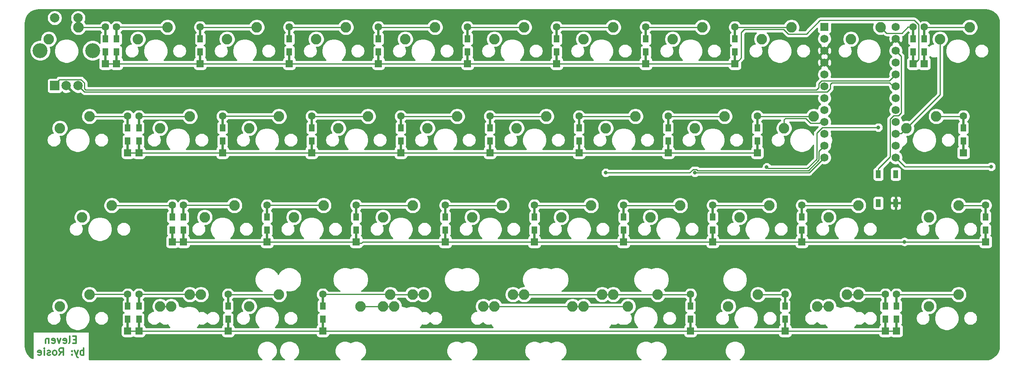
<source format=gbr>
G04 #@! TF.GenerationSoftware,KiCad,Pcbnew,(5.1.4)-1*
G04 #@! TF.CreationDate,2021-02-22T16:30:35-08:00*
G04 #@! TF.ProjectId,Rosies Board,526f7369-6573-4204-926f-6172642e6b69,rev?*
G04 #@! TF.SameCoordinates,Original*
G04 #@! TF.FileFunction,Copper,L2,Bot*
G04 #@! TF.FilePolarity,Positive*
%FSLAX46Y46*%
G04 Gerber Fmt 4.6, Leading zero omitted, Abs format (unit mm)*
G04 Created by KiCad (PCBNEW (5.1.4)-1) date 2021-02-22 16:30:35*
%MOMM*%
%LPD*%
G04 APERTURE LIST*
%ADD10C,0.300000*%
%ADD11C,2.250000*%
%ADD12R,2.000000X2.000000*%
%ADD13C,2.000000*%
%ADD14C,3.200000*%
%ADD15R,1.100000X1.800000*%
%ADD16C,1.752600*%
%ADD17R,1.752600X1.752600*%
%ADD18R,1.600000X1.600000*%
%ADD19C,1.600000*%
%ADD20R,0.500000X2.900000*%
%ADD21R,1.200000X1.600000*%
%ADD22C,0.800000*%
%ADD23C,0.250000*%
%ADD24C,0.254000*%
G04 APERTURE END LIST*
D10*
X40159530Y-87915107D02*
X39659530Y-87915107D01*
X39445244Y-88700821D02*
X40159530Y-88700821D01*
X40159530Y-87200821D01*
X39445244Y-87200821D01*
X38588101Y-88700821D02*
X38730958Y-88629392D01*
X38802387Y-88486535D01*
X38802387Y-87200821D01*
X37445244Y-88629392D02*
X37588101Y-88700821D01*
X37873815Y-88700821D01*
X38016672Y-88629392D01*
X38088101Y-88486535D01*
X38088101Y-87915107D01*
X38016672Y-87772250D01*
X37873815Y-87700821D01*
X37588101Y-87700821D01*
X37445244Y-87772250D01*
X37373815Y-87915107D01*
X37373815Y-88057964D01*
X38088101Y-88200821D01*
X36873815Y-87700821D02*
X36516672Y-88700821D01*
X36159530Y-87700821D01*
X35016672Y-88629392D02*
X35159530Y-88700821D01*
X35445244Y-88700821D01*
X35588101Y-88629392D01*
X35659530Y-88486535D01*
X35659530Y-87915107D01*
X35588101Y-87772250D01*
X35445244Y-87700821D01*
X35159530Y-87700821D01*
X35016672Y-87772250D01*
X34945244Y-87915107D01*
X34945244Y-88057964D01*
X35659530Y-88200821D01*
X34302387Y-87700821D02*
X34302387Y-88700821D01*
X34302387Y-87843678D02*
X34230958Y-87772250D01*
X34088101Y-87700821D01*
X33873815Y-87700821D01*
X33730958Y-87772250D01*
X33659530Y-87915107D01*
X33659530Y-88700821D01*
X41766672Y-91250821D02*
X41766672Y-89750821D01*
X41766672Y-90322250D02*
X41623815Y-90250821D01*
X41338101Y-90250821D01*
X41195244Y-90322250D01*
X41123815Y-90393678D01*
X41052387Y-90536535D01*
X41052387Y-90965107D01*
X41123815Y-91107964D01*
X41195244Y-91179392D01*
X41338101Y-91250821D01*
X41623815Y-91250821D01*
X41766672Y-91179392D01*
X40552387Y-90250821D02*
X40195244Y-91250821D01*
X39838101Y-90250821D02*
X40195244Y-91250821D01*
X40338101Y-91607964D01*
X40409530Y-91679392D01*
X40552387Y-91750821D01*
X39266672Y-91107964D02*
X39195244Y-91179392D01*
X39266672Y-91250821D01*
X39338101Y-91179392D01*
X39266672Y-91107964D01*
X39266672Y-91250821D01*
X39266672Y-90322250D02*
X39195244Y-90393678D01*
X39266672Y-90465107D01*
X39338101Y-90393678D01*
X39266672Y-90322250D01*
X39266672Y-90465107D01*
X36552387Y-91250821D02*
X37052387Y-90536535D01*
X37409530Y-91250821D02*
X37409530Y-89750821D01*
X36838101Y-89750821D01*
X36695244Y-89822250D01*
X36623815Y-89893678D01*
X36552387Y-90036535D01*
X36552387Y-90250821D01*
X36623815Y-90393678D01*
X36695244Y-90465107D01*
X36838101Y-90536535D01*
X37409530Y-90536535D01*
X35695244Y-91250821D02*
X35838101Y-91179392D01*
X35909530Y-91107964D01*
X35980958Y-90965107D01*
X35980958Y-90536535D01*
X35909530Y-90393678D01*
X35838101Y-90322250D01*
X35695244Y-90250821D01*
X35480958Y-90250821D01*
X35338101Y-90322250D01*
X35266672Y-90393678D01*
X35195244Y-90536535D01*
X35195244Y-90965107D01*
X35266672Y-91107964D01*
X35338101Y-91179392D01*
X35480958Y-91250821D01*
X35695244Y-91250821D01*
X34623815Y-91179392D02*
X34480958Y-91250821D01*
X34195244Y-91250821D01*
X34052387Y-91179392D01*
X33980958Y-91036535D01*
X33980958Y-90965107D01*
X34052387Y-90822250D01*
X34195244Y-90750821D01*
X34409530Y-90750821D01*
X34552387Y-90679392D01*
X34623815Y-90536535D01*
X34623815Y-90465107D01*
X34552387Y-90322250D01*
X34409530Y-90250821D01*
X34195244Y-90250821D01*
X34052387Y-90322250D01*
X33338101Y-91250821D02*
X33338101Y-90250821D01*
X33338101Y-89750821D02*
X33409530Y-89822250D01*
X33338101Y-89893678D01*
X33266672Y-89822250D01*
X33338101Y-89750821D01*
X33338101Y-89893678D01*
X32052387Y-91179392D02*
X32195244Y-91250821D01*
X32480958Y-91250821D01*
X32623815Y-91179392D01*
X32695244Y-91036535D01*
X32695244Y-90465107D01*
X32623815Y-90322250D01*
X32480958Y-90250821D01*
X32195244Y-90250821D01*
X32052387Y-90322250D01*
X31980958Y-90465107D01*
X31980958Y-90607964D01*
X32695244Y-90750821D01*
D11*
X212090880Y-21113860D03*
X205740880Y-23653860D03*
X164465680Y-78264100D03*
X158115680Y-80804100D03*
X107315440Y-78264100D03*
X100965440Y-80804100D03*
X129540560Y-80804100D03*
X135890560Y-78264100D03*
X133509300Y-78264100D03*
X127159300Y-80804100D03*
X204947100Y-78264100D03*
X198597100Y-80804100D03*
X66834020Y-78264100D03*
X60484020Y-80804100D03*
X154940640Y-78264100D03*
X148590640Y-80804100D03*
X114459220Y-78264100D03*
X108109220Y-80804100D03*
D12*
X35572860Y-33625900D03*
D13*
X38072860Y-33625900D03*
X40572860Y-33625900D03*
D14*
X32472860Y-26125900D03*
X43672860Y-26125900D03*
D13*
X35572860Y-19125900D03*
X40572860Y-19125900D03*
D15*
X215331920Y-52523460D03*
X211631920Y-58723460D03*
X211631920Y-52523460D03*
X215331920Y-58723460D03*
D16*
X215333580Y-21046440D03*
X200093580Y-48986440D03*
X215333580Y-23586440D03*
X215333580Y-26126440D03*
X215333580Y-28666440D03*
X215333580Y-31206440D03*
X215333580Y-33746440D03*
X215333580Y-36286440D03*
X215333580Y-38826440D03*
X215333580Y-41366440D03*
X215333580Y-43906440D03*
X215333580Y-46446440D03*
X215333580Y-48986440D03*
X200093580Y-46446440D03*
X200093580Y-43906440D03*
X200093580Y-41366440D03*
X200093580Y-38826440D03*
X200093580Y-36286440D03*
X200093580Y-33746440D03*
X200093580Y-31206440D03*
X200093580Y-28666440D03*
X200093580Y-26126440D03*
X200093580Y-23586440D03*
D17*
X200093580Y-21046440D03*
D11*
X231140960Y-21113860D03*
X224790960Y-23653860D03*
X228759700Y-78264100D03*
X222409700Y-80804100D03*
X207328360Y-78264100D03*
X200978360Y-80804100D03*
X185897020Y-78264100D03*
X179547020Y-80804100D03*
X152559380Y-78264100D03*
X146209380Y-80804100D03*
X112077960Y-78264100D03*
X105727960Y-80804100D03*
X83502840Y-78264100D03*
X77152840Y-80804100D03*
X64452760Y-78264100D03*
X58102760Y-80804100D03*
X43021420Y-78264100D03*
X36671420Y-80804100D03*
X228759700Y-59214020D03*
X222409700Y-61754020D03*
X207328360Y-59214020D03*
X200978360Y-61754020D03*
X188278280Y-59214020D03*
X181928280Y-61754020D03*
X169228200Y-59214020D03*
X162878200Y-61754020D03*
X150178120Y-59214020D03*
X143828120Y-61754020D03*
X131128040Y-59214020D03*
X124778040Y-61754020D03*
X112077960Y-59214020D03*
X105727960Y-61754020D03*
X93027880Y-59214020D03*
X86677880Y-61754020D03*
X73977800Y-59214020D03*
X67627800Y-61754020D03*
X47783940Y-59214020D03*
X41433940Y-61754020D03*
X223997180Y-40163940D03*
X217647180Y-42703940D03*
X197803320Y-40163940D03*
X191453320Y-42703940D03*
X178753240Y-40163940D03*
X172403240Y-42703940D03*
X159703160Y-40163940D03*
X153353160Y-42703940D03*
X140653080Y-40163940D03*
X134303080Y-42703940D03*
X121603000Y-40163940D03*
X115253000Y-42703940D03*
X102552920Y-40163940D03*
X96202920Y-42703940D03*
X83502840Y-40163940D03*
X77152840Y-42703940D03*
X64452760Y-40163940D03*
X58102760Y-42703940D03*
X43021420Y-40163940D03*
X36671420Y-42703940D03*
X193040800Y-21113860D03*
X186690800Y-23653860D03*
X173990720Y-21113860D03*
X167640720Y-23653860D03*
X154940640Y-21113860D03*
X148590640Y-23653860D03*
X135890560Y-21113860D03*
X129540560Y-23653860D03*
X116840480Y-21113860D03*
X110490480Y-23653860D03*
X97790400Y-21113860D03*
X91440400Y-23653860D03*
X78740320Y-21113860D03*
X72390320Y-23653860D03*
X59690240Y-21113860D03*
X53340240Y-23653860D03*
X40640160Y-21113860D03*
X34290160Y-23653860D03*
D18*
X221457180Y-28903230D03*
D19*
X221457180Y-21103230D03*
D20*
X221457180Y-27503230D03*
D21*
X221457180Y-26403230D03*
X221457180Y-23603230D03*
D20*
X221457180Y-22503230D03*
D18*
X215504030Y-86053470D03*
D19*
X215504030Y-78253470D03*
D20*
X215504030Y-84653470D03*
D21*
X215504030Y-83553470D03*
X215504030Y-80753470D03*
D20*
X215504030Y-79653470D03*
D18*
X213122770Y-86053470D03*
D19*
X213122770Y-78253470D03*
D20*
X213122770Y-84653470D03*
D21*
X213122770Y-83553470D03*
X213122770Y-80753470D03*
D20*
X213122770Y-79653470D03*
D18*
X191691430Y-86053470D03*
D19*
X191691430Y-78253470D03*
D20*
X191691430Y-84653470D03*
D21*
X191691430Y-83553470D03*
X191691430Y-80753470D03*
D20*
X191691430Y-79653470D03*
D18*
X171450720Y-86053470D03*
D19*
X171450720Y-78253470D03*
D20*
X171450720Y-84653470D03*
D21*
X171450720Y-83553470D03*
X171450720Y-80753470D03*
D20*
X171450720Y-79653470D03*
D18*
X92869140Y-86053470D03*
D19*
X92869140Y-78253470D03*
D20*
X92869140Y-84653470D03*
D21*
X92869140Y-83553470D03*
X92869140Y-80753470D03*
D20*
X92869140Y-79653470D03*
D18*
X72628430Y-86053470D03*
D19*
X72628430Y-78253470D03*
D20*
X72628430Y-84653470D03*
D21*
X72628430Y-83553470D03*
X72628430Y-80753470D03*
D20*
X72628430Y-79653470D03*
D18*
X53578350Y-86053470D03*
D19*
X53578350Y-78253470D03*
D20*
X53578350Y-84653470D03*
D21*
X53578350Y-83553470D03*
X53578350Y-80753470D03*
D20*
X53578350Y-79653470D03*
D18*
X51197090Y-86053470D03*
D19*
X51197090Y-78253470D03*
D20*
X51197090Y-84653470D03*
D21*
X51197090Y-83553470D03*
X51197090Y-80753470D03*
D20*
X51197090Y-79653470D03*
D18*
X234554110Y-67003390D03*
D19*
X234554110Y-59203390D03*
D20*
X234554110Y-65603390D03*
D21*
X234554110Y-64503390D03*
X234554110Y-61703390D03*
D20*
X234554110Y-60603390D03*
D18*
X195263320Y-67003390D03*
D19*
X195263320Y-59203390D03*
D20*
X195263320Y-65603390D03*
D21*
X195263320Y-64503390D03*
X195263320Y-61703390D03*
D20*
X195263320Y-60603390D03*
D18*
X176213240Y-67003390D03*
D19*
X176213240Y-59203390D03*
D20*
X176213240Y-65603390D03*
D21*
X176213240Y-64503390D03*
X176213240Y-61703390D03*
D20*
X176213240Y-60603390D03*
D18*
X157163160Y-67003390D03*
D19*
X157163160Y-59203390D03*
D20*
X157163160Y-65603390D03*
D21*
X157163160Y-64503390D03*
X157163160Y-61703390D03*
D20*
X157163160Y-60603390D03*
D18*
X138113080Y-67003390D03*
D19*
X138113080Y-59203390D03*
D20*
X138113080Y-65603390D03*
D21*
X138113080Y-64503390D03*
X138113080Y-61703390D03*
D20*
X138113080Y-60603390D03*
D18*
X119063000Y-67003390D03*
D19*
X119063000Y-59203390D03*
D20*
X119063000Y-65603390D03*
D21*
X119063000Y-64503390D03*
X119063000Y-61703390D03*
D20*
X119063000Y-60603390D03*
D18*
X100012920Y-67003390D03*
D19*
X100012920Y-59203390D03*
D20*
X100012920Y-65603390D03*
D21*
X100012920Y-64503390D03*
X100012920Y-61703390D03*
D20*
X100012920Y-60603390D03*
D18*
X80962840Y-67003390D03*
D19*
X80962840Y-59203390D03*
D20*
X80962840Y-65603390D03*
D21*
X80962840Y-64503390D03*
X80962840Y-61703390D03*
D20*
X80962840Y-60603390D03*
D18*
X63103390Y-67003390D03*
D19*
X63103390Y-59203390D03*
D20*
X63103390Y-65603390D03*
D21*
X63103390Y-64503390D03*
X63103390Y-61703390D03*
D20*
X63103390Y-60603390D03*
D18*
X60722130Y-67003390D03*
D19*
X60722130Y-59203390D03*
D20*
X60722130Y-65603390D03*
D21*
X60722130Y-64503390D03*
X60722130Y-61703390D03*
D20*
X60722130Y-60603390D03*
D18*
X229791590Y-47953310D03*
D19*
X229791590Y-40153310D03*
D20*
X229791590Y-46553310D03*
D21*
X229791590Y-45453310D03*
X229791590Y-42653310D03*
D20*
X229791590Y-41553310D03*
D18*
X185738280Y-47953310D03*
D19*
X185738280Y-40153310D03*
D20*
X185738280Y-46553310D03*
D21*
X185738280Y-45453310D03*
X185738280Y-42653310D03*
D20*
X185738280Y-41553310D03*
D18*
X166688200Y-47953310D03*
D19*
X166688200Y-40153310D03*
D20*
X166688200Y-46553310D03*
D21*
X166688200Y-45453310D03*
X166688200Y-42653310D03*
D20*
X166688200Y-41553310D03*
D18*
X147638120Y-47953310D03*
D19*
X147638120Y-40153310D03*
D20*
X147638120Y-46553310D03*
D21*
X147638120Y-45453310D03*
X147638120Y-42653310D03*
D20*
X147638120Y-41553310D03*
D18*
X128588040Y-47953310D03*
D19*
X128588040Y-40153310D03*
D20*
X128588040Y-46553310D03*
D21*
X128588040Y-45453310D03*
X128588040Y-42653310D03*
D20*
X128588040Y-41553310D03*
D18*
X109537960Y-47953310D03*
D19*
X109537960Y-40153310D03*
D20*
X109537960Y-46553310D03*
D21*
X109537960Y-45453310D03*
X109537960Y-42653310D03*
D20*
X109537960Y-41553310D03*
D18*
X90487880Y-47953310D03*
D19*
X90487880Y-40153310D03*
D20*
X90487880Y-46553310D03*
D21*
X90487880Y-45453310D03*
X90487880Y-42653310D03*
D20*
X90487880Y-41553310D03*
D18*
X71437800Y-47953310D03*
D19*
X71437800Y-40153310D03*
D20*
X71437800Y-46553310D03*
D21*
X71437800Y-45453310D03*
X71437800Y-42653310D03*
D20*
X71437800Y-41553310D03*
D18*
X53578350Y-47953310D03*
D19*
X53578350Y-40153310D03*
D20*
X53578350Y-46553310D03*
D21*
X53578350Y-45453310D03*
X53578350Y-42653310D03*
D20*
X53578350Y-41553310D03*
D18*
X51197090Y-47953310D03*
D19*
X51197090Y-40153310D03*
D20*
X51197090Y-46553310D03*
D21*
X51197090Y-45453310D03*
X51197090Y-42653310D03*
D20*
X51197090Y-41553310D03*
D18*
X219075920Y-28903230D03*
D19*
X219075920Y-21103230D03*
D20*
X219075920Y-27503230D03*
D21*
X219075920Y-26403230D03*
X219075920Y-23603230D03*
D20*
X219075920Y-22503230D03*
D18*
X180975760Y-28903230D03*
D19*
X180975760Y-21103230D03*
D20*
X180975760Y-27503230D03*
D21*
X180975760Y-26403230D03*
X180975760Y-23603230D03*
D20*
X180975760Y-22503230D03*
D18*
X161925680Y-28903230D03*
D19*
X161925680Y-21103230D03*
D20*
X161925680Y-27503230D03*
D21*
X161925680Y-26403230D03*
X161925680Y-23603230D03*
D20*
X161925680Y-22503230D03*
D18*
X142875600Y-28903230D03*
D19*
X142875600Y-21103230D03*
D20*
X142875600Y-27503230D03*
D21*
X142875600Y-26403230D03*
X142875600Y-23603230D03*
D20*
X142875600Y-22503230D03*
D18*
X123825520Y-28903230D03*
D19*
X123825520Y-21103230D03*
D20*
X123825520Y-27503230D03*
D21*
X123825520Y-26403230D03*
X123825520Y-23603230D03*
D20*
X123825520Y-22503230D03*
D18*
X104775440Y-28903230D03*
D19*
X104775440Y-21103230D03*
D20*
X104775440Y-27503230D03*
D21*
X104775440Y-26403230D03*
X104775440Y-23603230D03*
D20*
X104775440Y-22503230D03*
D18*
X85725360Y-28903230D03*
D19*
X85725360Y-21103230D03*
D20*
X85725360Y-27503230D03*
D21*
X85725360Y-26403230D03*
X85725360Y-23603230D03*
D20*
X85725360Y-22503230D03*
D18*
X66675280Y-28903230D03*
D19*
X66675280Y-21103230D03*
D20*
X66675280Y-27503230D03*
D21*
X66675280Y-26403230D03*
X66675280Y-23603230D03*
D20*
X66675280Y-22503230D03*
D18*
X48815830Y-28903230D03*
D19*
X48815830Y-21103230D03*
D20*
X48815830Y-27503230D03*
D21*
X48815830Y-26403230D03*
X48815830Y-23603230D03*
D20*
X48815830Y-22503230D03*
D18*
X46434570Y-28903230D03*
D19*
X46434570Y-21103230D03*
D20*
X46434570Y-27503230D03*
D21*
X46434570Y-26403230D03*
X46434570Y-23603230D03*
D20*
X46434570Y-22503230D03*
D22*
X187754260Y-51053970D03*
X211592279Y-42567741D03*
X217199750Y-67003390D03*
X235744740Y-50937440D03*
X153353160Y-52228980D03*
X172403240Y-52228980D03*
D23*
X59679610Y-21103230D02*
X59690240Y-21113860D01*
X48815830Y-21103230D02*
X59679610Y-21103230D01*
X66685910Y-21113860D02*
X66675280Y-21103230D01*
X78740320Y-21113860D02*
X66685910Y-21113860D01*
X85735990Y-21113860D02*
X85725360Y-21103230D01*
X97790400Y-21113860D02*
X85735990Y-21113860D01*
X104786070Y-21113860D02*
X104775440Y-21103230D01*
X116840480Y-21113860D02*
X104786070Y-21113860D01*
X123836150Y-21113860D02*
X123825520Y-21103230D01*
X135890560Y-21113860D02*
X123836150Y-21113860D01*
X142886230Y-21113860D02*
X142875600Y-21103230D01*
X154940640Y-21113860D02*
X142886230Y-21113860D01*
X161936310Y-21113860D02*
X161925680Y-21103230D01*
X173990720Y-21113860D02*
X161936310Y-21113860D01*
X180986390Y-21113860D02*
X180975760Y-21103230D01*
X193040800Y-21113860D02*
X180986390Y-21113860D01*
X213215879Y-22238859D02*
X212090880Y-21113860D01*
X213362159Y-22385139D02*
X213215879Y-22238859D01*
X216662641Y-22385139D02*
X213362159Y-22385139D01*
X217944550Y-21103230D02*
X216662641Y-22385139D01*
X219075920Y-21103230D02*
X217944550Y-21103230D01*
X51186460Y-40163940D02*
X51197090Y-40153310D01*
X43021420Y-40163940D02*
X51186460Y-40163940D01*
X53588980Y-40163940D02*
X53578350Y-40153310D01*
X64452760Y-40163940D02*
X53588980Y-40163940D01*
X83492210Y-40153310D02*
X83502840Y-40163940D01*
X71437800Y-40153310D02*
X83492210Y-40153310D01*
X90498510Y-40163940D02*
X90487880Y-40153310D01*
X102552920Y-40163940D02*
X90498510Y-40163940D01*
X109548590Y-40163940D02*
X109537960Y-40153310D01*
X121603000Y-40163940D02*
X109548590Y-40163940D01*
X128598670Y-40163940D02*
X128588040Y-40153310D01*
X140653080Y-40163940D02*
X128598670Y-40163940D01*
X147648750Y-40163940D02*
X147638120Y-40153310D01*
X159703160Y-40163940D02*
X147648750Y-40163940D01*
X166698830Y-40163940D02*
X166688200Y-40153310D01*
X178753240Y-40163940D02*
X166698830Y-40163940D01*
X185748910Y-40163940D02*
X185738280Y-40153310D01*
X197803320Y-40163940D02*
X185748910Y-40163940D01*
X229780960Y-40163940D02*
X229791590Y-40153310D01*
X223997180Y-40163940D02*
X229780960Y-40163940D01*
X60711500Y-59214020D02*
X60722130Y-59203390D01*
X47783940Y-59214020D02*
X60711500Y-59214020D01*
X73967170Y-59203390D02*
X73977800Y-59214020D01*
X63103390Y-59203390D02*
X73967170Y-59203390D01*
X93017250Y-59203390D02*
X93027880Y-59214020D01*
X80962840Y-59203390D02*
X93017250Y-59203390D01*
X100023550Y-59214020D02*
X100012920Y-59203390D01*
X112077960Y-59214020D02*
X100023550Y-59214020D01*
X119073630Y-59214020D02*
X119063000Y-59203390D01*
X131128040Y-59214020D02*
X119073630Y-59214020D01*
X138123710Y-59214020D02*
X138113080Y-59203390D01*
X150178120Y-59214020D02*
X138123710Y-59214020D01*
X157173790Y-59214020D02*
X157163160Y-59203390D01*
X169228200Y-59214020D02*
X157173790Y-59214020D01*
X176223870Y-59214020D02*
X176213240Y-59203390D01*
X188278280Y-59214020D02*
X176223870Y-59214020D01*
X195273950Y-59214020D02*
X195263320Y-59203390D01*
X207328360Y-59214020D02*
X195273950Y-59214020D01*
X234543480Y-59214020D02*
X234554110Y-59203390D01*
X228759700Y-59214020D02*
X234543480Y-59214020D01*
X43032050Y-78253470D02*
X43021420Y-78264100D01*
X51197090Y-78253470D02*
X43032050Y-78253470D01*
X64452760Y-78264100D02*
X66834020Y-78264100D01*
X64442130Y-78253470D02*
X64452760Y-78264100D01*
X53578350Y-78253470D02*
X64442130Y-78253470D01*
X72639060Y-78264100D02*
X72628430Y-78253470D01*
X83502840Y-78264100D02*
X72639060Y-78264100D01*
X107315440Y-78264100D02*
X112077960Y-78264100D01*
X112077960Y-78264100D02*
X114459220Y-78264100D01*
X107304810Y-78253470D02*
X107315440Y-78264100D01*
X92869140Y-78253470D02*
X107304810Y-78253470D01*
X133509300Y-78264100D02*
X135890560Y-78264100D01*
X135890560Y-78264100D02*
X152559380Y-78264100D01*
X152559380Y-78264100D02*
X154940640Y-78264100D01*
X154940640Y-78264100D02*
X164465680Y-78264100D01*
X171440090Y-78264100D02*
X171450720Y-78253470D01*
X164465680Y-78264100D02*
X171440090Y-78264100D01*
X191680800Y-78264100D02*
X191691430Y-78253470D01*
X185897020Y-78264100D02*
X191680800Y-78264100D01*
X204947100Y-78264100D02*
X207328360Y-78264100D01*
X213112140Y-78264100D02*
X213122770Y-78253470D01*
X207328360Y-78264100D02*
X213112140Y-78264100D01*
X215514660Y-78264100D02*
X215504030Y-78253470D01*
X228759700Y-78264100D02*
X215514660Y-78264100D01*
X221467810Y-21113860D02*
X221457180Y-21103230D01*
X231140960Y-21113860D02*
X221467810Y-21113860D01*
X46434570Y-28903230D02*
X48815830Y-28903230D01*
X48815830Y-28903230D02*
X66675280Y-28903230D01*
X67725280Y-28903230D02*
X85725360Y-28903230D01*
X66675280Y-28903230D02*
X67725280Y-28903230D01*
X85725360Y-28903230D02*
X104775440Y-28903230D01*
X105825440Y-28903230D02*
X123825520Y-28903230D01*
X104775440Y-28903230D02*
X105825440Y-28903230D01*
X123825520Y-28903230D02*
X142875600Y-28903230D01*
X143925600Y-28903230D02*
X161925680Y-28903230D01*
X142875600Y-28903230D02*
X143925600Y-28903230D01*
X162975680Y-28903230D02*
X180975760Y-28903230D01*
X161925680Y-28903230D02*
X162975680Y-28903230D01*
X219323350Y-28903230D02*
X219075920Y-28903230D01*
X220200921Y-20563229D02*
X220200921Y-28025659D01*
X199138559Y-19663859D02*
X219301551Y-19663859D01*
X196238557Y-22563861D02*
X199138559Y-19663859D01*
X219301551Y-19663859D02*
X220200921Y-20563229D01*
X180975760Y-28903230D02*
X181081110Y-28903230D01*
X181081110Y-28903230D02*
X182331360Y-27652980D01*
X192344799Y-22563861D02*
X196238557Y-22563861D01*
X182331360Y-22242780D02*
X183010270Y-21563870D01*
X220200921Y-28025659D02*
X219323350Y-28903230D01*
X183010270Y-21563870D02*
X191344808Y-21563870D01*
X182331360Y-27652980D02*
X182331360Y-22242780D01*
X191344808Y-21563870D02*
X192344799Y-22563861D01*
X51197090Y-47953310D02*
X53578350Y-47953310D01*
X54628350Y-47953310D02*
X71437800Y-47953310D01*
X53578350Y-47953310D02*
X54628350Y-47953310D01*
X72487800Y-47953310D02*
X90487880Y-47953310D01*
X71437800Y-47953310D02*
X72487800Y-47953310D01*
X91537880Y-47953310D02*
X109537960Y-47953310D01*
X90487880Y-47953310D02*
X91537880Y-47953310D01*
X109537960Y-47953310D02*
X128588040Y-47953310D01*
X128588040Y-47953310D02*
X147638120Y-47953310D01*
X148688120Y-47953310D02*
X166688200Y-47953310D01*
X147638120Y-47953310D02*
X148688120Y-47953310D01*
X167738200Y-47953310D02*
X185738280Y-47953310D01*
X166688200Y-47953310D02*
X167738200Y-47953310D01*
X196478240Y-51328960D02*
X198442269Y-49364931D01*
X188063930Y-51328960D02*
X196478240Y-51328960D01*
X198442269Y-49364931D02*
X198442270Y-47461340D01*
X188063930Y-51328960D02*
X188029250Y-51328960D01*
X188029250Y-51328960D02*
X187754260Y-51053970D01*
X198442270Y-43779824D02*
X198442270Y-45445990D01*
X199654353Y-42567741D02*
X198442270Y-43779824D01*
X211592279Y-42567741D02*
X211592279Y-42567741D01*
X198442270Y-47461340D02*
X198442270Y-45445990D01*
X198442270Y-45445990D02*
X198442270Y-45113250D01*
X211592279Y-42567741D02*
X199654353Y-42567741D01*
X60722130Y-67003390D02*
X63103390Y-67003390D01*
X64153390Y-67003390D02*
X80962840Y-67003390D01*
X63103390Y-67003390D02*
X64153390Y-67003390D01*
X98962920Y-67003390D02*
X80962840Y-67003390D01*
X100012920Y-67003390D02*
X98962920Y-67003390D01*
X100012920Y-66803390D02*
X100012920Y-65603390D01*
X100512920Y-67303390D02*
X100012920Y-66803390D01*
X101112920Y-67303390D02*
X100512920Y-67303390D01*
X101412920Y-67003390D02*
X101112920Y-67303390D01*
X119063000Y-67003390D02*
X101412920Y-67003390D01*
X120113000Y-67003390D02*
X138113080Y-67003390D01*
X119063000Y-67003390D02*
X120113000Y-67003390D01*
X139163080Y-67003390D02*
X157163160Y-67003390D01*
X138113080Y-67003390D02*
X139163080Y-67003390D01*
X176213240Y-67003390D02*
X157163160Y-67003390D01*
X194213320Y-67003390D02*
X176213240Y-67003390D01*
X195263320Y-67003390D02*
X194213320Y-67003390D01*
X234554110Y-67003390D02*
X233504110Y-67003390D01*
X233504110Y-67003390D02*
X217199750Y-67003390D01*
X217199750Y-67003390D02*
X195263320Y-67003390D01*
X51197090Y-86053470D02*
X53578350Y-86053470D01*
X54628350Y-86053470D02*
X72628430Y-86053470D01*
X53578350Y-86053470D02*
X54628350Y-86053470D01*
X91819140Y-86053470D02*
X72628430Y-86053470D01*
X92869140Y-86053470D02*
X91819140Y-86053470D01*
X93919140Y-86053470D02*
X171450720Y-86053470D01*
X92869140Y-86053470D02*
X93919140Y-86053470D01*
X172500720Y-86053470D02*
X191691430Y-86053470D01*
X171450720Y-86053470D02*
X172500720Y-86053470D01*
X213122770Y-86053470D02*
X191691430Y-86053470D01*
X215504030Y-86053470D02*
X213122770Y-86053470D01*
X235744180Y-50936880D02*
X235744740Y-50937440D01*
X217284020Y-50936880D02*
X235744180Y-50936880D01*
X215333580Y-48986440D02*
X217284020Y-50936880D01*
X213994881Y-32545139D02*
X215333580Y-31206440D01*
X199516955Y-32545139D02*
X213994881Y-32545139D01*
X198892279Y-33169815D02*
X199516955Y-32545139D01*
X198892279Y-34017003D02*
X198892279Y-33169815D01*
X198411551Y-34497731D02*
X198892279Y-34017003D01*
X35572860Y-33625900D02*
X35572860Y-33281460D01*
X42148211Y-34497731D02*
X198411551Y-34497731D01*
X35572860Y-33281460D02*
X36553421Y-32300899D01*
X36553421Y-32300899D02*
X41208861Y-32300899D01*
X41208861Y-32300899D02*
X41897861Y-32989899D01*
X41897861Y-32989899D02*
X41897861Y-34247381D01*
X41897861Y-34247381D02*
X42148211Y-34497731D01*
X214929720Y-33342580D02*
X215333580Y-33746440D01*
X41894701Y-34947741D02*
X40572860Y-33625900D01*
X200698219Y-34947741D02*
X41894701Y-34947741D01*
X200698219Y-34919727D02*
X200698219Y-34947741D01*
X214767160Y-33746440D02*
X214015869Y-32995149D01*
X215333580Y-33746440D02*
X214767160Y-33746440D01*
X214015869Y-32995149D02*
X201713551Y-32995149D01*
X201713551Y-32995149D02*
X201350880Y-33357820D01*
X201350880Y-33357820D02*
X201350880Y-34267066D01*
X201350880Y-34267066D02*
X200698219Y-34919727D01*
X46423940Y-21113860D02*
X46434570Y-21103230D01*
X40640160Y-21113860D02*
X46423940Y-21113860D01*
X40640160Y-19193200D02*
X40572860Y-19125900D01*
X40640160Y-21113860D02*
X40640160Y-19193200D01*
X58102760Y-80804100D02*
X60484020Y-80804100D01*
X100965440Y-80804100D02*
X105727960Y-80804100D01*
X105727960Y-80804100D02*
X108109220Y-80804100D01*
X127159300Y-80804100D02*
X129540560Y-80804100D01*
X129540560Y-80804100D02*
X146209380Y-80804100D01*
X146209380Y-80804100D02*
X148590640Y-80804100D01*
X148590640Y-80804100D02*
X158115680Y-80804100D01*
X171330238Y-52228980D02*
X153353160Y-52228980D01*
X172055239Y-51503979D02*
X171330238Y-52228980D01*
X200093580Y-46446440D02*
X198892279Y-47647741D01*
X198892279Y-49551331D02*
X196664640Y-51778970D01*
X196664640Y-51778970D02*
X173026232Y-51778970D01*
X173026232Y-51778970D02*
X172751241Y-51503979D01*
X198892279Y-47647741D02*
X198892279Y-49551331D01*
X172751241Y-51503979D02*
X172055239Y-51503979D01*
X198597100Y-80804100D02*
X200978360Y-80804100D01*
X200093580Y-48986440D02*
X196851040Y-52228980D01*
X196851040Y-52228980D02*
X172403240Y-52228980D01*
X191453320Y-40912850D02*
X191453320Y-42703940D01*
X199344280Y-41366440D02*
X199096779Y-41613941D01*
X200093580Y-41366440D02*
X199344280Y-41366440D01*
X199096779Y-41613941D02*
X197105121Y-41613941D01*
X197105121Y-41613941D02*
X196105130Y-40613950D01*
X196105130Y-40613950D02*
X191752220Y-40613950D01*
X191752220Y-40613950D02*
X191453320Y-40912850D01*
X224790960Y-35560160D02*
X224790960Y-23653860D01*
X217647180Y-42703940D02*
X224790960Y-35560160D01*
X215411081Y-43828939D02*
X215333580Y-43906440D01*
X216522181Y-43828939D02*
X215411081Y-43828939D01*
X217647180Y-42703940D02*
X216522181Y-43828939D01*
X211631920Y-51373460D02*
X211631920Y-52523460D01*
X214132279Y-48873101D02*
X211631920Y-51373460D01*
X214132279Y-40789815D02*
X214132279Y-48873101D01*
X214894353Y-40027741D02*
X214132279Y-40789815D01*
X215910205Y-40027741D02*
X214894353Y-40027741D01*
X216534881Y-39403065D02*
X215910205Y-40027741D01*
X216534881Y-27327741D02*
X216534881Y-39403065D01*
X215333580Y-26126440D02*
X216534881Y-27327741D01*
D24*
G36*
X235119084Y-17387381D02*
G01*
X235662541Y-17551460D01*
X236163775Y-17817972D01*
X236603695Y-18176761D01*
X236965553Y-18614173D01*
X237235556Y-19113533D01*
X237403426Y-19655833D01*
X237466000Y-20251187D01*
X237466001Y-89264971D01*
X237407440Y-89862224D01*
X237243361Y-90405680D01*
X236976849Y-90906916D01*
X236618059Y-91346835D01*
X236180647Y-91708694D01*
X235681287Y-91978697D01*
X235138987Y-92146567D01*
X234543643Y-92209140D01*
X182048098Y-92209140D01*
X182351962Y-92006104D01*
X182652684Y-91705382D01*
X182888961Y-91351770D01*
X183051710Y-90958857D01*
X183134680Y-90541743D01*
X183134680Y-90116457D01*
X183051710Y-89699343D01*
X182888961Y-89306430D01*
X182652684Y-88952818D01*
X182351962Y-88652096D01*
X181998350Y-88415819D01*
X181605437Y-88253070D01*
X181188323Y-88170100D01*
X180756557Y-88170100D01*
X180339443Y-88253070D01*
X179946530Y-88415819D01*
X179592918Y-88652096D01*
X179292196Y-88952818D01*
X179055919Y-89306430D01*
X178893170Y-89699343D01*
X178810200Y-90116457D01*
X178810200Y-90541743D01*
X178893170Y-90958857D01*
X179055919Y-91351770D01*
X179292196Y-91705382D01*
X179592918Y-92006104D01*
X179896782Y-92209140D01*
X165379308Y-92209140D01*
X165683172Y-92006104D01*
X165983894Y-91705382D01*
X166220171Y-91351770D01*
X166382920Y-90958857D01*
X166465890Y-90541743D01*
X166465890Y-90116457D01*
X166382920Y-89699343D01*
X166220171Y-89306430D01*
X165983894Y-88952818D01*
X165683172Y-88652096D01*
X165329560Y-88415819D01*
X164936647Y-88253070D01*
X164519533Y-88170100D01*
X164094247Y-88170100D01*
X163677133Y-88253070D01*
X163284220Y-88415819D01*
X163116260Y-88528047D01*
X162948300Y-88415819D01*
X162555387Y-88253070D01*
X162138273Y-88170100D01*
X161712987Y-88170100D01*
X161295873Y-88253070D01*
X160902960Y-88415819D01*
X160549348Y-88652096D01*
X160248626Y-88952818D01*
X160012349Y-89306430D01*
X159849600Y-89699343D01*
X159766630Y-90116457D01*
X159766630Y-90541743D01*
X159849600Y-90958857D01*
X160012349Y-91351770D01*
X160248626Y-91705382D01*
X160549348Y-92006104D01*
X160853212Y-92209140D01*
X143948098Y-92209140D01*
X144251962Y-92006104D01*
X144552684Y-91705382D01*
X144788961Y-91351770D01*
X144951710Y-90958857D01*
X145034680Y-90541743D01*
X145034680Y-90116457D01*
X144951710Y-89699343D01*
X144788961Y-89306430D01*
X144552684Y-88952818D01*
X144251962Y-88652096D01*
X143898350Y-88415819D01*
X143505437Y-88253070D01*
X143088323Y-88170100D01*
X142663037Y-88170100D01*
X142245923Y-88253070D01*
X141853010Y-88415819D01*
X141685035Y-88528057D01*
X141517060Y-88415819D01*
X141124147Y-88253070D01*
X140707033Y-88170100D01*
X140281747Y-88170100D01*
X139864633Y-88253070D01*
X139471720Y-88415819D01*
X139303760Y-88528047D01*
X139135800Y-88415819D01*
X138742887Y-88253070D01*
X138325773Y-88170100D01*
X137900487Y-88170100D01*
X137483373Y-88253070D01*
X137090460Y-88415819D01*
X136736848Y-88652096D01*
X136436126Y-88952818D01*
X136199849Y-89306430D01*
X136037100Y-89699343D01*
X135954130Y-90116457D01*
X135954130Y-90541743D01*
X136037100Y-90958857D01*
X136199849Y-91351770D01*
X136436126Y-91705382D01*
X136736848Y-92006104D01*
X137040712Y-92209140D01*
X124897888Y-92209140D01*
X125201752Y-92006104D01*
X125502474Y-91705382D01*
X125738751Y-91351770D01*
X125901500Y-90958857D01*
X125984470Y-90541743D01*
X125984470Y-90116457D01*
X125901500Y-89699343D01*
X125738751Y-89306430D01*
X125502474Y-88952818D01*
X125201752Y-88652096D01*
X124848140Y-88415819D01*
X124455227Y-88253070D01*
X124038113Y-88170100D01*
X123612797Y-88170100D01*
X123195683Y-88253070D01*
X122802770Y-88415819D01*
X122634825Y-88528037D01*
X122466880Y-88415819D01*
X122073967Y-88253070D01*
X121656853Y-88170100D01*
X121231567Y-88170100D01*
X120814453Y-88253070D01*
X120421540Y-88415819D01*
X120067928Y-88652096D01*
X119767206Y-88952818D01*
X119530929Y-89306430D01*
X119368180Y-89699343D01*
X119285210Y-90116457D01*
X119285210Y-90541743D01*
X119368180Y-90958857D01*
X119530929Y-91351770D01*
X119767206Y-91705382D01*
X120067928Y-92006104D01*
X120371792Y-92209140D01*
X101085388Y-92209140D01*
X101389252Y-92006104D01*
X101689974Y-91705382D01*
X101926251Y-91351770D01*
X102089000Y-90958857D01*
X102171970Y-90541743D01*
X102171970Y-90116457D01*
X102089000Y-89699343D01*
X101926251Y-89306430D01*
X101689974Y-88952818D01*
X101389252Y-88652096D01*
X101035640Y-88415819D01*
X100642727Y-88253070D01*
X100225613Y-88170100D01*
X99800327Y-88170100D01*
X99383213Y-88253070D01*
X98990300Y-88415819D01*
X98822340Y-88528047D01*
X98654380Y-88415819D01*
X98261467Y-88253070D01*
X97844353Y-88170100D01*
X97419067Y-88170100D01*
X97001953Y-88253070D01*
X96609040Y-88415819D01*
X96255428Y-88652096D01*
X95954706Y-88952818D01*
X95718429Y-89306430D01*
X95555680Y-89699343D01*
X95472710Y-90116457D01*
X95472710Y-90541743D01*
X95555680Y-90958857D01*
X95718429Y-91351770D01*
X95954706Y-91705382D01*
X96255428Y-92006104D01*
X96559292Y-92209140D01*
X86797978Y-92209140D01*
X87101842Y-92006104D01*
X87402564Y-91705382D01*
X87638841Y-91351770D01*
X87801590Y-90958857D01*
X87884560Y-90541743D01*
X87884560Y-90116457D01*
X87801590Y-89699343D01*
X87638841Y-89306430D01*
X87402564Y-88952818D01*
X87101842Y-88652096D01*
X86748230Y-88415819D01*
X86355317Y-88253070D01*
X85938203Y-88170100D01*
X85512797Y-88170100D01*
X85095683Y-88253070D01*
X84702770Y-88415819D01*
X84349158Y-88652096D01*
X84048436Y-88952818D01*
X83812159Y-89306430D01*
X83649410Y-89699343D01*
X83566440Y-90116457D01*
X83566440Y-90541743D01*
X83649410Y-90958857D01*
X83812159Y-91351770D01*
X84048436Y-91705382D01*
X84349158Y-92006104D01*
X84653022Y-92209140D01*
X82041818Y-92209140D01*
X82345682Y-92006104D01*
X82646404Y-91705382D01*
X82882681Y-91351770D01*
X83045430Y-90958857D01*
X83128400Y-90541743D01*
X83128400Y-90116457D01*
X83045430Y-89699343D01*
X82882681Y-89306430D01*
X82646404Y-88952818D01*
X82345682Y-88652096D01*
X81992070Y-88415819D01*
X81599157Y-88253070D01*
X81182043Y-88170100D01*
X80756757Y-88170100D01*
X80339643Y-88253070D01*
X79946730Y-88415819D01*
X79593118Y-88652096D01*
X79292396Y-88952818D01*
X79056119Y-89306430D01*
X78893370Y-89699343D01*
X78810400Y-90116457D01*
X78810400Y-90541743D01*
X78893370Y-90958857D01*
X79056119Y-91351770D01*
X79292396Y-91705382D01*
X79593118Y-92006104D01*
X79896982Y-92209140D01*
X42908816Y-92209140D01*
X42908816Y-86232250D01*
X30910245Y-86232250D01*
X30910245Y-91918264D01*
X30537344Y-91719989D01*
X30097425Y-91361199D01*
X29735566Y-90923787D01*
X29465563Y-90424427D01*
X29297693Y-89882127D01*
X29235120Y-89286783D01*
X29235120Y-83195378D01*
X33891420Y-83195378D01*
X33891420Y-83492822D01*
X33949449Y-83784551D01*
X34063276Y-84059353D01*
X34228527Y-84306669D01*
X34438851Y-84516993D01*
X34686167Y-84682244D01*
X34960969Y-84796071D01*
X35252698Y-84854100D01*
X35550142Y-84854100D01*
X35841871Y-84796071D01*
X36116673Y-84682244D01*
X36363989Y-84516993D01*
X36574313Y-84306669D01*
X36739564Y-84059353D01*
X36853391Y-83784551D01*
X36911420Y-83492822D01*
X36911420Y-83195378D01*
X36889500Y-83085176D01*
X37852520Y-83085176D01*
X37852520Y-83603024D01*
X37953547Y-84110922D01*
X38151719Y-84589351D01*
X38439420Y-85019926D01*
X38805594Y-85386100D01*
X39236169Y-85673801D01*
X39714598Y-85871973D01*
X40222496Y-85973000D01*
X40740344Y-85973000D01*
X41248242Y-85871973D01*
X41726671Y-85673801D01*
X42157246Y-85386100D01*
X42523420Y-85019926D01*
X42811121Y-84589351D01*
X43009293Y-84110922D01*
X43110320Y-83603024D01*
X43110320Y-83195378D01*
X44051420Y-83195378D01*
X44051420Y-83492822D01*
X44109449Y-83784551D01*
X44223276Y-84059353D01*
X44388527Y-84306669D01*
X44598851Y-84516993D01*
X44846167Y-84682244D01*
X45120969Y-84796071D01*
X45412698Y-84854100D01*
X45710142Y-84854100D01*
X46001871Y-84796071D01*
X46276673Y-84682244D01*
X46523989Y-84516993D01*
X46734313Y-84306669D01*
X46899564Y-84059353D01*
X47013391Y-83784551D01*
X47071420Y-83492822D01*
X47071420Y-83195378D01*
X47013391Y-82903649D01*
X46899564Y-82628847D01*
X46734313Y-82381531D01*
X46523989Y-82171207D01*
X46276673Y-82005956D01*
X46001871Y-81892129D01*
X45710142Y-81834100D01*
X45412698Y-81834100D01*
X45120969Y-81892129D01*
X44846167Y-82005956D01*
X44598851Y-82171207D01*
X44388527Y-82381531D01*
X44223276Y-82628847D01*
X44109449Y-82903649D01*
X44051420Y-83195378D01*
X43110320Y-83195378D01*
X43110320Y-83085176D01*
X43009293Y-82577278D01*
X42811121Y-82098849D01*
X42523420Y-81668274D01*
X42157246Y-81302100D01*
X41726671Y-81014399D01*
X41248242Y-80816227D01*
X40740344Y-80715200D01*
X40222496Y-80715200D01*
X39714598Y-80816227D01*
X39236169Y-81014399D01*
X38805594Y-81302100D01*
X38439420Y-81668274D01*
X38151719Y-82098849D01*
X37953547Y-82577278D01*
X37852520Y-83085176D01*
X36889500Y-83085176D01*
X36853391Y-82903649D01*
X36739564Y-82628847D01*
X36696302Y-82564100D01*
X36844765Y-82564100D01*
X37184793Y-82496464D01*
X37505093Y-82363792D01*
X37793355Y-82171181D01*
X38038501Y-81926035D01*
X38231112Y-81637773D01*
X38363784Y-81317473D01*
X38431420Y-80977445D01*
X38431420Y-80630755D01*
X38363784Y-80290727D01*
X38231112Y-79970427D01*
X38038501Y-79682165D01*
X37793355Y-79437019D01*
X37505093Y-79244408D01*
X37184793Y-79111736D01*
X36844765Y-79044100D01*
X36498075Y-79044100D01*
X36158047Y-79111736D01*
X35837747Y-79244408D01*
X35549485Y-79437019D01*
X35304339Y-79682165D01*
X35111728Y-79970427D01*
X34979056Y-80290727D01*
X34911420Y-80630755D01*
X34911420Y-80977445D01*
X34979056Y-81317473D01*
X35111728Y-81637773D01*
X35244058Y-81835819D01*
X34960969Y-81892129D01*
X34686167Y-82005956D01*
X34438851Y-82171207D01*
X34228527Y-82381531D01*
X34063276Y-82628847D01*
X33949449Y-82903649D01*
X33891420Y-83195378D01*
X29235120Y-83195378D01*
X29235120Y-78090755D01*
X41261420Y-78090755D01*
X41261420Y-78437445D01*
X41329056Y-78777473D01*
X41461728Y-79097773D01*
X41654339Y-79386035D01*
X41899485Y-79631181D01*
X42187747Y-79823792D01*
X42508047Y-79956464D01*
X42848075Y-80024100D01*
X43194765Y-80024100D01*
X43534793Y-79956464D01*
X43855093Y-79823792D01*
X44143355Y-79631181D01*
X44388501Y-79386035D01*
X44581112Y-79097773D01*
X44616031Y-79013470D01*
X49979047Y-79013470D01*
X50082453Y-79168229D01*
X50282331Y-79368107D01*
X50309018Y-79385939D01*
X50309018Y-79387429D01*
X50242596Y-79422933D01*
X50145905Y-79502285D01*
X50066553Y-79598976D01*
X50007588Y-79709290D01*
X49971278Y-79828988D01*
X49959018Y-79953470D01*
X49959018Y-81553470D01*
X49971278Y-81677952D01*
X50007588Y-81797650D01*
X50066553Y-81907964D01*
X50145905Y-82004655D01*
X50242596Y-82084007D01*
X50352910Y-82142972D01*
X50387517Y-82153470D01*
X50352910Y-82163968D01*
X50242596Y-82222933D01*
X50145905Y-82302285D01*
X50066553Y-82398976D01*
X50007588Y-82509290D01*
X49971278Y-82628988D01*
X49959018Y-82753470D01*
X49959018Y-84353470D01*
X49971278Y-84477952D01*
X50007588Y-84597650D01*
X50066553Y-84707964D01*
X50067787Y-84709468D01*
X50042596Y-84722933D01*
X49945905Y-84802285D01*
X49866553Y-84898976D01*
X49807588Y-85009290D01*
X49771278Y-85128988D01*
X49759018Y-85253470D01*
X49759018Y-86853470D01*
X49771278Y-86977952D01*
X49807588Y-87097650D01*
X49866553Y-87207964D01*
X49945905Y-87304655D01*
X50042596Y-87384007D01*
X50152910Y-87442972D01*
X50272608Y-87479282D01*
X50397090Y-87491542D01*
X51997090Y-87491542D01*
X52121572Y-87479282D01*
X52241270Y-87442972D01*
X52351584Y-87384007D01*
X52387720Y-87354351D01*
X52423856Y-87384007D01*
X52534170Y-87442972D01*
X52653868Y-87479282D01*
X52778350Y-87491542D01*
X54378350Y-87491542D01*
X54502832Y-87479282D01*
X54622530Y-87442972D01*
X54732844Y-87384007D01*
X54829535Y-87304655D01*
X54908887Y-87207964D01*
X54967852Y-87097650D01*
X55004162Y-86977952D01*
X55016422Y-86853470D01*
X55016422Y-86813470D01*
X71190358Y-86813470D01*
X71190358Y-86853470D01*
X71202618Y-86977952D01*
X71238928Y-87097650D01*
X71297893Y-87207964D01*
X71377245Y-87304655D01*
X71473936Y-87384007D01*
X71584250Y-87442972D01*
X71703948Y-87479282D01*
X71828430Y-87491542D01*
X73428430Y-87491542D01*
X73552912Y-87479282D01*
X73672610Y-87442972D01*
X73782924Y-87384007D01*
X73879615Y-87304655D01*
X73958967Y-87207964D01*
X74017932Y-87097650D01*
X74054242Y-86977952D01*
X74066502Y-86853470D01*
X74066502Y-86813470D01*
X91431068Y-86813470D01*
X91431068Y-86853470D01*
X91443328Y-86977952D01*
X91479638Y-87097650D01*
X91538603Y-87207964D01*
X91617955Y-87304655D01*
X91714646Y-87384007D01*
X91824960Y-87442972D01*
X91944658Y-87479282D01*
X92069140Y-87491542D01*
X93669140Y-87491542D01*
X93793622Y-87479282D01*
X93913320Y-87442972D01*
X94023634Y-87384007D01*
X94120325Y-87304655D01*
X94199677Y-87207964D01*
X94258642Y-87097650D01*
X94294952Y-86977952D01*
X94307212Y-86853470D01*
X94307212Y-86813470D01*
X170012648Y-86813470D01*
X170012648Y-86853470D01*
X170024908Y-86977952D01*
X170061218Y-87097650D01*
X170120183Y-87207964D01*
X170199535Y-87304655D01*
X170296226Y-87384007D01*
X170406540Y-87442972D01*
X170526238Y-87479282D01*
X170650720Y-87491542D01*
X172250720Y-87491542D01*
X172375202Y-87479282D01*
X172494900Y-87442972D01*
X172605214Y-87384007D01*
X172701905Y-87304655D01*
X172781257Y-87207964D01*
X172840222Y-87097650D01*
X172876532Y-86977952D01*
X172888792Y-86853470D01*
X172888792Y-86813470D01*
X190253358Y-86813470D01*
X190253358Y-86853470D01*
X190265618Y-86977952D01*
X190301928Y-87097650D01*
X190360893Y-87207964D01*
X190440245Y-87304655D01*
X190536936Y-87384007D01*
X190647250Y-87442972D01*
X190766948Y-87479282D01*
X190891430Y-87491542D01*
X192491430Y-87491542D01*
X192615912Y-87479282D01*
X192735610Y-87442972D01*
X192845924Y-87384007D01*
X192942615Y-87304655D01*
X193021967Y-87207964D01*
X193080932Y-87097650D01*
X193117242Y-86977952D01*
X193129502Y-86853470D01*
X193129502Y-86813470D01*
X211684698Y-86813470D01*
X211684698Y-86853470D01*
X211696958Y-86977952D01*
X211733268Y-87097650D01*
X211792233Y-87207964D01*
X211871585Y-87304655D01*
X211968276Y-87384007D01*
X212078590Y-87442972D01*
X212198288Y-87479282D01*
X212322770Y-87491542D01*
X213922770Y-87491542D01*
X214047252Y-87479282D01*
X214166950Y-87442972D01*
X214277264Y-87384007D01*
X214313400Y-87354351D01*
X214349536Y-87384007D01*
X214459850Y-87442972D01*
X214579548Y-87479282D01*
X214704030Y-87491542D01*
X216304030Y-87491542D01*
X216428512Y-87479282D01*
X216548210Y-87442972D01*
X216658524Y-87384007D01*
X216755215Y-87304655D01*
X216834567Y-87207964D01*
X216893532Y-87097650D01*
X216929842Y-86977952D01*
X216942102Y-86853470D01*
X216942102Y-85253470D01*
X216929842Y-85128988D01*
X216893532Y-85009290D01*
X216834567Y-84898976D01*
X216755215Y-84802285D01*
X216658524Y-84722933D01*
X216633333Y-84709468D01*
X216634567Y-84707964D01*
X216693532Y-84597650D01*
X216729842Y-84477952D01*
X216742102Y-84353470D01*
X216742102Y-83195378D01*
X219629700Y-83195378D01*
X219629700Y-83492822D01*
X219687729Y-83784551D01*
X219801556Y-84059353D01*
X219966807Y-84306669D01*
X220177131Y-84516993D01*
X220424447Y-84682244D01*
X220699249Y-84796071D01*
X220990978Y-84854100D01*
X221288422Y-84854100D01*
X221580151Y-84796071D01*
X221854953Y-84682244D01*
X222102269Y-84516993D01*
X222312593Y-84306669D01*
X222477844Y-84059353D01*
X222591671Y-83784551D01*
X222649700Y-83492822D01*
X222649700Y-83195378D01*
X222627780Y-83085176D01*
X223590800Y-83085176D01*
X223590800Y-83603024D01*
X223691827Y-84110922D01*
X223889999Y-84589351D01*
X224177700Y-85019926D01*
X224543874Y-85386100D01*
X224974449Y-85673801D01*
X225452878Y-85871973D01*
X225960776Y-85973000D01*
X226478624Y-85973000D01*
X226986522Y-85871973D01*
X227464951Y-85673801D01*
X227895526Y-85386100D01*
X228261700Y-85019926D01*
X228549401Y-84589351D01*
X228747573Y-84110922D01*
X228848600Y-83603024D01*
X228848600Y-83195378D01*
X229789700Y-83195378D01*
X229789700Y-83492822D01*
X229847729Y-83784551D01*
X229961556Y-84059353D01*
X230126807Y-84306669D01*
X230337131Y-84516993D01*
X230584447Y-84682244D01*
X230859249Y-84796071D01*
X231150978Y-84854100D01*
X231448422Y-84854100D01*
X231740151Y-84796071D01*
X232014953Y-84682244D01*
X232262269Y-84516993D01*
X232472593Y-84306669D01*
X232637844Y-84059353D01*
X232751671Y-83784551D01*
X232809700Y-83492822D01*
X232809700Y-83195378D01*
X232751671Y-82903649D01*
X232637844Y-82628847D01*
X232472593Y-82381531D01*
X232262269Y-82171207D01*
X232014953Y-82005956D01*
X231740151Y-81892129D01*
X231448422Y-81834100D01*
X231150978Y-81834100D01*
X230859249Y-81892129D01*
X230584447Y-82005956D01*
X230337131Y-82171207D01*
X230126807Y-82381531D01*
X229961556Y-82628847D01*
X229847729Y-82903649D01*
X229789700Y-83195378D01*
X228848600Y-83195378D01*
X228848600Y-83085176D01*
X228747573Y-82577278D01*
X228549401Y-82098849D01*
X228261700Y-81668274D01*
X227895526Y-81302100D01*
X227464951Y-81014399D01*
X226986522Y-80816227D01*
X226478624Y-80715200D01*
X225960776Y-80715200D01*
X225452878Y-80816227D01*
X224974449Y-81014399D01*
X224543874Y-81302100D01*
X224177700Y-81668274D01*
X223889999Y-82098849D01*
X223691827Y-82577278D01*
X223590800Y-83085176D01*
X222627780Y-83085176D01*
X222591671Y-82903649D01*
X222477844Y-82628847D01*
X222434582Y-82564100D01*
X222583045Y-82564100D01*
X222923073Y-82496464D01*
X223243373Y-82363792D01*
X223531635Y-82171181D01*
X223776781Y-81926035D01*
X223969392Y-81637773D01*
X224102064Y-81317473D01*
X224169700Y-80977445D01*
X224169700Y-80630755D01*
X224102064Y-80290727D01*
X223969392Y-79970427D01*
X223776781Y-79682165D01*
X223531635Y-79437019D01*
X223243373Y-79244408D01*
X222923073Y-79111736D01*
X222583045Y-79044100D01*
X222236355Y-79044100D01*
X221896327Y-79111736D01*
X221576027Y-79244408D01*
X221287765Y-79437019D01*
X221042619Y-79682165D01*
X220850008Y-79970427D01*
X220717336Y-80290727D01*
X220649700Y-80630755D01*
X220649700Y-80977445D01*
X220717336Y-81317473D01*
X220850008Y-81637773D01*
X220982338Y-81835819D01*
X220699249Y-81892129D01*
X220424447Y-82005956D01*
X220177131Y-82171207D01*
X219966807Y-82381531D01*
X219801556Y-82628847D01*
X219687729Y-82903649D01*
X219629700Y-83195378D01*
X216742102Y-83195378D01*
X216742102Y-82753470D01*
X216729842Y-82628988D01*
X216693532Y-82509290D01*
X216634567Y-82398976D01*
X216555215Y-82302285D01*
X216458524Y-82222933D01*
X216348210Y-82163968D01*
X216313603Y-82153470D01*
X216348210Y-82142972D01*
X216458524Y-82084007D01*
X216555215Y-82004655D01*
X216634567Y-81907964D01*
X216693532Y-81797650D01*
X216729842Y-81677952D01*
X216742102Y-81553470D01*
X216742102Y-79953470D01*
X216729842Y-79828988D01*
X216693532Y-79709290D01*
X216634567Y-79598976D01*
X216555215Y-79502285D01*
X216458524Y-79422933D01*
X216392102Y-79387429D01*
X216392102Y-79385939D01*
X216418789Y-79368107D01*
X216618667Y-79168229D01*
X216714971Y-79024100D01*
X227169492Y-79024100D01*
X227200008Y-79097773D01*
X227392619Y-79386035D01*
X227637765Y-79631181D01*
X227926027Y-79823792D01*
X228246327Y-79956464D01*
X228586355Y-80024100D01*
X228933045Y-80024100D01*
X229273073Y-79956464D01*
X229593373Y-79823792D01*
X229881635Y-79631181D01*
X230126781Y-79386035D01*
X230319392Y-79097773D01*
X230452064Y-78777473D01*
X230519700Y-78437445D01*
X230519700Y-78090755D01*
X230452064Y-77750727D01*
X230319392Y-77430427D01*
X230126781Y-77142165D01*
X229881635Y-76897019D01*
X229593373Y-76704408D01*
X229273073Y-76571736D01*
X228933045Y-76504100D01*
X228586355Y-76504100D01*
X228246327Y-76571736D01*
X227926027Y-76704408D01*
X227637765Y-76897019D01*
X227392619Y-77142165D01*
X227200008Y-77430427D01*
X227169492Y-77504100D01*
X216729176Y-77504100D01*
X216618667Y-77338711D01*
X216418789Y-77138833D01*
X216183757Y-76981790D01*
X215922604Y-76873617D01*
X215645365Y-76818470D01*
X215362695Y-76818470D01*
X215085456Y-76873617D01*
X214824303Y-76981790D01*
X214589271Y-77138833D01*
X214389393Y-77338711D01*
X214313400Y-77452443D01*
X214237407Y-77338711D01*
X214037529Y-77138833D01*
X213802497Y-76981790D01*
X213541344Y-76873617D01*
X213264105Y-76818470D01*
X212981435Y-76818470D01*
X212704196Y-76873617D01*
X212443043Y-76981790D01*
X212208011Y-77138833D01*
X212008133Y-77338711D01*
X211897624Y-77504100D01*
X208918568Y-77504100D01*
X208888052Y-77430427D01*
X208695441Y-77142165D01*
X208450295Y-76897019D01*
X208162033Y-76704408D01*
X207841733Y-76571736D01*
X207501705Y-76504100D01*
X207155015Y-76504100D01*
X206814987Y-76571736D01*
X206494687Y-76704408D01*
X206206425Y-76897019D01*
X206137730Y-76965714D01*
X206069035Y-76897019D01*
X205780773Y-76704408D01*
X205460473Y-76571736D01*
X205120445Y-76504100D01*
X204773755Y-76504100D01*
X204433727Y-76571736D01*
X204113427Y-76704408D01*
X203825165Y-76897019D01*
X203580019Y-77142165D01*
X203387408Y-77430427D01*
X203254736Y-77750727D01*
X203187100Y-78090755D01*
X203187100Y-78437445D01*
X203254736Y-78777473D01*
X203387408Y-79097773D01*
X203580019Y-79386035D01*
X203825165Y-79631181D01*
X204113427Y-79823792D01*
X204433727Y-79956464D01*
X204773755Y-80024100D01*
X205120445Y-80024100D01*
X205460473Y-79956464D01*
X205780773Y-79823792D01*
X206069035Y-79631181D01*
X206137730Y-79562486D01*
X206206425Y-79631181D01*
X206494687Y-79823792D01*
X206814987Y-79956464D01*
X207155015Y-80024100D01*
X207501705Y-80024100D01*
X207841733Y-79956464D01*
X208162033Y-79823792D01*
X208450295Y-79631181D01*
X208695441Y-79386035D01*
X208888052Y-79097773D01*
X208918568Y-79024100D01*
X211911829Y-79024100D01*
X212008133Y-79168229D01*
X212208011Y-79368107D01*
X212234698Y-79385939D01*
X212234698Y-79387429D01*
X212168276Y-79422933D01*
X212071585Y-79502285D01*
X211992233Y-79598976D01*
X211933268Y-79709290D01*
X211896958Y-79828988D01*
X211884698Y-79953470D01*
X211884698Y-81553470D01*
X211896958Y-81677952D01*
X211933268Y-81797650D01*
X211992233Y-81907964D01*
X212071585Y-82004655D01*
X212168276Y-82084007D01*
X212278590Y-82142972D01*
X212313197Y-82153470D01*
X212278590Y-82163968D01*
X212168276Y-82222933D01*
X212071585Y-82302285D01*
X211992233Y-82398976D01*
X211933268Y-82509290D01*
X211896958Y-82628988D01*
X211884698Y-82753470D01*
X211884698Y-84353470D01*
X211896958Y-84477952D01*
X211933268Y-84597650D01*
X211992233Y-84707964D01*
X211993467Y-84709468D01*
X211968276Y-84722933D01*
X211871585Y-84802285D01*
X211792233Y-84898976D01*
X211733268Y-85009290D01*
X211696958Y-85128988D01*
X211684698Y-85253470D01*
X211684698Y-85293470D01*
X206556816Y-85293470D01*
X206830360Y-85019926D01*
X206994397Y-84774427D01*
X207046649Y-84796071D01*
X207338378Y-84854100D01*
X207635822Y-84854100D01*
X207927551Y-84796071D01*
X208202353Y-84682244D01*
X208449669Y-84516993D01*
X208659993Y-84306669D01*
X208677730Y-84280124D01*
X208695467Y-84306669D01*
X208905791Y-84516993D01*
X209153107Y-84682244D01*
X209427909Y-84796071D01*
X209719638Y-84854100D01*
X210017082Y-84854100D01*
X210308811Y-84796071D01*
X210583613Y-84682244D01*
X210830929Y-84516993D01*
X211041253Y-84306669D01*
X211206504Y-84059353D01*
X211320331Y-83784551D01*
X211378360Y-83492822D01*
X211378360Y-83195378D01*
X211320331Y-82903649D01*
X211206504Y-82628847D01*
X211041253Y-82381531D01*
X210830929Y-82171207D01*
X210583613Y-82005956D01*
X210308811Y-81892129D01*
X210017082Y-81834100D01*
X209719638Y-81834100D01*
X209427909Y-81892129D01*
X209153107Y-82005956D01*
X208905791Y-82171207D01*
X208695467Y-82381531D01*
X208677730Y-82408076D01*
X208659993Y-82381531D01*
X208449669Y-82171207D01*
X208202353Y-82005956D01*
X207927551Y-81892129D01*
X207635822Y-81834100D01*
X207338378Y-81834100D01*
X207046649Y-81892129D01*
X206994397Y-81913773D01*
X206830360Y-81668274D01*
X206464186Y-81302100D01*
X206033611Y-81014399D01*
X205555182Y-80816227D01*
X205047284Y-80715200D01*
X204529436Y-80715200D01*
X204021538Y-80816227D01*
X203597730Y-80991774D01*
X203173922Y-80816227D01*
X202738360Y-80729588D01*
X202738360Y-80630755D01*
X202670724Y-80290727D01*
X202538052Y-79970427D01*
X202345441Y-79682165D01*
X202100295Y-79437019D01*
X201812033Y-79244408D01*
X201491733Y-79111736D01*
X201151705Y-79044100D01*
X200805015Y-79044100D01*
X200464987Y-79111736D01*
X200144687Y-79244408D01*
X199856425Y-79437019D01*
X199787730Y-79505714D01*
X199719035Y-79437019D01*
X199430773Y-79244408D01*
X199110473Y-79111736D01*
X198770445Y-79044100D01*
X198423755Y-79044100D01*
X198083727Y-79111736D01*
X197763427Y-79244408D01*
X197475165Y-79437019D01*
X197230019Y-79682165D01*
X197037408Y-79970427D01*
X196904736Y-80290727D01*
X196837100Y-80630755D01*
X196837100Y-80977445D01*
X196904736Y-81317473D01*
X197037408Y-81637773D01*
X197169738Y-81835819D01*
X196886649Y-81892129D01*
X196611847Y-82005956D01*
X196364531Y-82171207D01*
X196154207Y-82381531D01*
X195988956Y-82628847D01*
X195875129Y-82903649D01*
X195817100Y-83195378D01*
X195817100Y-83492822D01*
X195875129Y-83784551D01*
X195988956Y-84059353D01*
X196154207Y-84306669D01*
X196364531Y-84516993D01*
X196611847Y-84682244D01*
X196886649Y-84796071D01*
X197178378Y-84854100D01*
X197475822Y-84854100D01*
X197767551Y-84796071D01*
X198042353Y-84682244D01*
X198289669Y-84516993D01*
X198499993Y-84306669D01*
X198517730Y-84280124D01*
X198535467Y-84306669D01*
X198745791Y-84516993D01*
X198993107Y-84682244D01*
X199267909Y-84796071D01*
X199559638Y-84854100D01*
X199857082Y-84854100D01*
X200148811Y-84796071D01*
X200201063Y-84774427D01*
X200365100Y-85019926D01*
X200638644Y-85293470D01*
X193129502Y-85293470D01*
X193129502Y-85253470D01*
X193117242Y-85128988D01*
X193080932Y-85009290D01*
X193021967Y-84898976D01*
X192942615Y-84802285D01*
X192845924Y-84722933D01*
X192820733Y-84709468D01*
X192821967Y-84707964D01*
X192880932Y-84597650D01*
X192917242Y-84477952D01*
X192929502Y-84353470D01*
X192929502Y-82753470D01*
X192917242Y-82628988D01*
X192880932Y-82509290D01*
X192821967Y-82398976D01*
X192742615Y-82302285D01*
X192645924Y-82222933D01*
X192535610Y-82163968D01*
X192501003Y-82153470D01*
X192535610Y-82142972D01*
X192645924Y-82084007D01*
X192742615Y-82004655D01*
X192821967Y-81907964D01*
X192880932Y-81797650D01*
X192917242Y-81677952D01*
X192929502Y-81553470D01*
X192929502Y-79953470D01*
X192917242Y-79828988D01*
X192880932Y-79709290D01*
X192821967Y-79598976D01*
X192742615Y-79502285D01*
X192645924Y-79422933D01*
X192579502Y-79387429D01*
X192579502Y-79385939D01*
X192606189Y-79368107D01*
X192806067Y-79168229D01*
X192963110Y-78933197D01*
X193071283Y-78672044D01*
X193126430Y-78394805D01*
X193126430Y-78112135D01*
X193071283Y-77834896D01*
X192963110Y-77573743D01*
X192806067Y-77338711D01*
X192606189Y-77138833D01*
X192371157Y-76981790D01*
X192110004Y-76873617D01*
X191832765Y-76818470D01*
X191550095Y-76818470D01*
X191272856Y-76873617D01*
X191011703Y-76981790D01*
X190776671Y-77138833D01*
X190576793Y-77338711D01*
X190466284Y-77504100D01*
X187487228Y-77504100D01*
X187456712Y-77430427D01*
X187264101Y-77142165D01*
X187018955Y-76897019D01*
X186730693Y-76704408D01*
X186410393Y-76571736D01*
X186070365Y-76504100D01*
X185723675Y-76504100D01*
X185383647Y-76571736D01*
X185063347Y-76704408D01*
X184775085Y-76897019D01*
X184529939Y-77142165D01*
X184337328Y-77430427D01*
X184204656Y-77750727D01*
X184137020Y-78090755D01*
X184137020Y-78437445D01*
X184204656Y-78777473D01*
X184337328Y-79097773D01*
X184529939Y-79386035D01*
X184775085Y-79631181D01*
X185063347Y-79823792D01*
X185383647Y-79956464D01*
X185723675Y-80024100D01*
X186070365Y-80024100D01*
X186410393Y-79956464D01*
X186730693Y-79823792D01*
X187018955Y-79631181D01*
X187264101Y-79386035D01*
X187456712Y-79097773D01*
X187487228Y-79024100D01*
X190480489Y-79024100D01*
X190576793Y-79168229D01*
X190776671Y-79368107D01*
X190803358Y-79385939D01*
X190803358Y-79387429D01*
X190736936Y-79422933D01*
X190640245Y-79502285D01*
X190560893Y-79598976D01*
X190501928Y-79709290D01*
X190465618Y-79828988D01*
X190453358Y-79953470D01*
X190453358Y-81553470D01*
X190465618Y-81677952D01*
X190501928Y-81797650D01*
X190560893Y-81907964D01*
X190640245Y-82004655D01*
X190736936Y-82084007D01*
X190847250Y-82142972D01*
X190881857Y-82153470D01*
X190847250Y-82163968D01*
X190736936Y-82222933D01*
X190640245Y-82302285D01*
X190560893Y-82398976D01*
X190501928Y-82509290D01*
X190465618Y-82628988D01*
X190453358Y-82753470D01*
X190453358Y-84353470D01*
X190465618Y-84477952D01*
X190501928Y-84597650D01*
X190560893Y-84707964D01*
X190562127Y-84709468D01*
X190536936Y-84722933D01*
X190440245Y-84802285D01*
X190360893Y-84898976D01*
X190301928Y-85009290D01*
X190265618Y-85128988D01*
X190253358Y-85253470D01*
X190253358Y-85293470D01*
X185125476Y-85293470D01*
X185399020Y-85019926D01*
X185686721Y-84589351D01*
X185884893Y-84110922D01*
X185985920Y-83603024D01*
X185985920Y-83195378D01*
X186927020Y-83195378D01*
X186927020Y-83492822D01*
X186985049Y-83784551D01*
X187098876Y-84059353D01*
X187264127Y-84306669D01*
X187474451Y-84516993D01*
X187721767Y-84682244D01*
X187996569Y-84796071D01*
X188288298Y-84854100D01*
X188585742Y-84854100D01*
X188877471Y-84796071D01*
X189152273Y-84682244D01*
X189399589Y-84516993D01*
X189609913Y-84306669D01*
X189775164Y-84059353D01*
X189888991Y-83784551D01*
X189947020Y-83492822D01*
X189947020Y-83195378D01*
X189888991Y-82903649D01*
X189775164Y-82628847D01*
X189609913Y-82381531D01*
X189399589Y-82171207D01*
X189152273Y-82005956D01*
X188877471Y-81892129D01*
X188585742Y-81834100D01*
X188288298Y-81834100D01*
X187996569Y-81892129D01*
X187721767Y-82005956D01*
X187474451Y-82171207D01*
X187264127Y-82381531D01*
X187098876Y-82628847D01*
X186985049Y-82903649D01*
X186927020Y-83195378D01*
X185985920Y-83195378D01*
X185985920Y-83085176D01*
X185884893Y-82577278D01*
X185686721Y-82098849D01*
X185399020Y-81668274D01*
X185032846Y-81302100D01*
X184602271Y-81014399D01*
X184123842Y-80816227D01*
X183615944Y-80715200D01*
X183098096Y-80715200D01*
X182590198Y-80816227D01*
X182111769Y-81014399D01*
X181681194Y-81302100D01*
X181315020Y-81668274D01*
X181027319Y-82098849D01*
X180829147Y-82577278D01*
X180728120Y-83085176D01*
X180728120Y-83603024D01*
X180829147Y-84110922D01*
X181027319Y-84589351D01*
X181315020Y-85019926D01*
X181588564Y-85293470D01*
X172888792Y-85293470D01*
X172888792Y-85253470D01*
X172876532Y-85128988D01*
X172840222Y-85009290D01*
X172781257Y-84898976D01*
X172701905Y-84802285D01*
X172605214Y-84722933D01*
X172580023Y-84709468D01*
X172581257Y-84707964D01*
X172640222Y-84597650D01*
X172676532Y-84477952D01*
X172688792Y-84353470D01*
X172688792Y-83195378D01*
X176767020Y-83195378D01*
X176767020Y-83492822D01*
X176825049Y-83784551D01*
X176938876Y-84059353D01*
X177104127Y-84306669D01*
X177314451Y-84516993D01*
X177561767Y-84682244D01*
X177836569Y-84796071D01*
X178128298Y-84854100D01*
X178425742Y-84854100D01*
X178717471Y-84796071D01*
X178992273Y-84682244D01*
X179239589Y-84516993D01*
X179449913Y-84306669D01*
X179615164Y-84059353D01*
X179728991Y-83784551D01*
X179787020Y-83492822D01*
X179787020Y-83195378D01*
X179728991Y-82903649D01*
X179615164Y-82628847D01*
X179571902Y-82564100D01*
X179720365Y-82564100D01*
X180060393Y-82496464D01*
X180380693Y-82363792D01*
X180668955Y-82171181D01*
X180914101Y-81926035D01*
X181106712Y-81637773D01*
X181239384Y-81317473D01*
X181307020Y-80977445D01*
X181307020Y-80630755D01*
X181239384Y-80290727D01*
X181106712Y-79970427D01*
X180914101Y-79682165D01*
X180668955Y-79437019D01*
X180380693Y-79244408D01*
X180060393Y-79111736D01*
X179720365Y-79044100D01*
X179373675Y-79044100D01*
X179033647Y-79111736D01*
X178713347Y-79244408D01*
X178425085Y-79437019D01*
X178179939Y-79682165D01*
X177987328Y-79970427D01*
X177854656Y-80290727D01*
X177787020Y-80630755D01*
X177787020Y-80977445D01*
X177854656Y-81317473D01*
X177987328Y-81637773D01*
X178119658Y-81835819D01*
X177836569Y-81892129D01*
X177561767Y-82005956D01*
X177314451Y-82171207D01*
X177104127Y-82381531D01*
X176938876Y-82628847D01*
X176825049Y-82903649D01*
X176767020Y-83195378D01*
X172688792Y-83195378D01*
X172688792Y-82753470D01*
X172676532Y-82628988D01*
X172640222Y-82509290D01*
X172581257Y-82398976D01*
X172501905Y-82302285D01*
X172405214Y-82222933D01*
X172294900Y-82163968D01*
X172260293Y-82153470D01*
X172294900Y-82142972D01*
X172405214Y-82084007D01*
X172501905Y-82004655D01*
X172581257Y-81907964D01*
X172640222Y-81797650D01*
X172676532Y-81677952D01*
X172688792Y-81553470D01*
X172688792Y-79953470D01*
X172676532Y-79828988D01*
X172640222Y-79709290D01*
X172581257Y-79598976D01*
X172501905Y-79502285D01*
X172405214Y-79422933D01*
X172338792Y-79387429D01*
X172338792Y-79385939D01*
X172365479Y-79368107D01*
X172565357Y-79168229D01*
X172722400Y-78933197D01*
X172830573Y-78672044D01*
X172885720Y-78394805D01*
X172885720Y-78112135D01*
X172830573Y-77834896D01*
X172722400Y-77573743D01*
X172565357Y-77338711D01*
X172365479Y-77138833D01*
X172130447Y-76981790D01*
X171869294Y-76873617D01*
X171592055Y-76818470D01*
X171309385Y-76818470D01*
X171032146Y-76873617D01*
X170770993Y-76981790D01*
X170535961Y-77138833D01*
X170336083Y-77338711D01*
X170225574Y-77504100D01*
X166055888Y-77504100D01*
X166025372Y-77430427D01*
X165873935Y-77203785D01*
X165982716Y-77131100D01*
X166348890Y-76764926D01*
X166636591Y-76334351D01*
X166834763Y-75855922D01*
X166935790Y-75348024D01*
X166935790Y-74830176D01*
X178340300Y-74830176D01*
X178340300Y-75348024D01*
X178441327Y-75855922D01*
X178639499Y-76334351D01*
X178927200Y-76764926D01*
X179293374Y-77131100D01*
X179723949Y-77418801D01*
X180202378Y-77616973D01*
X180710276Y-77718000D01*
X181234604Y-77718000D01*
X181742502Y-77616973D01*
X182220931Y-77418801D01*
X182651506Y-77131100D01*
X183017680Y-76764926D01*
X183305381Y-76334351D01*
X183503553Y-75855922D01*
X183604580Y-75348024D01*
X183604580Y-74830176D01*
X183503553Y-74322278D01*
X183305381Y-73843849D01*
X183017680Y-73413274D01*
X182651506Y-73047100D01*
X182220931Y-72759399D01*
X181742502Y-72561227D01*
X181234604Y-72460200D01*
X180710276Y-72460200D01*
X180202378Y-72561227D01*
X179723949Y-72759399D01*
X179293374Y-73047100D01*
X178927200Y-73413274D01*
X178639499Y-73843849D01*
X178441327Y-74322278D01*
X178340300Y-74830176D01*
X166935790Y-74830176D01*
X166834763Y-74322278D01*
X166636591Y-73843849D01*
X166348890Y-73413274D01*
X165982716Y-73047100D01*
X165552141Y-72759399D01*
X165073712Y-72561227D01*
X164565814Y-72460200D01*
X164047966Y-72460200D01*
X163540068Y-72561227D01*
X163116260Y-72736774D01*
X162692452Y-72561227D01*
X162184554Y-72460200D01*
X161666706Y-72460200D01*
X161158808Y-72561227D01*
X160680379Y-72759399D01*
X160249804Y-73047100D01*
X159883630Y-73413274D01*
X159595929Y-73843849D01*
X159397757Y-74322278D01*
X159296730Y-74830176D01*
X159296730Y-75348024D01*
X159397757Y-75855922D01*
X159595929Y-76334351D01*
X159883630Y-76764926D01*
X160249804Y-77131100D01*
X160680379Y-77418801D01*
X160886309Y-77504100D01*
X156530848Y-77504100D01*
X156500332Y-77430427D01*
X156307721Y-77142165D01*
X156062575Y-76897019D01*
X155774313Y-76704408D01*
X155454013Y-76571736D01*
X155113985Y-76504100D01*
X154767295Y-76504100D01*
X154427267Y-76571736D01*
X154106967Y-76704408D01*
X153818705Y-76897019D01*
X153750010Y-76965714D01*
X153681315Y-76897019D01*
X153393053Y-76704408D01*
X153072753Y-76571736D01*
X152732725Y-76504100D01*
X152386035Y-76504100D01*
X152046007Y-76571736D01*
X151725707Y-76704408D01*
X151437445Y-76897019D01*
X151192299Y-77142165D01*
X150999688Y-77430427D01*
X150969172Y-77504100D01*
X143915001Y-77504100D01*
X144120931Y-77418801D01*
X144551506Y-77131100D01*
X144917680Y-76764926D01*
X145205381Y-76334351D01*
X145403553Y-75855922D01*
X145504580Y-75348024D01*
X145504580Y-74830176D01*
X145403553Y-74322278D01*
X145205381Y-73843849D01*
X144917680Y-73413274D01*
X144551506Y-73047100D01*
X144120931Y-72759399D01*
X143642502Y-72561227D01*
X143134604Y-72460200D01*
X142616756Y-72460200D01*
X142108858Y-72561227D01*
X141685035Y-72736780D01*
X141261212Y-72561227D01*
X140753314Y-72460200D01*
X140235466Y-72460200D01*
X139727568Y-72561227D01*
X139303760Y-72736774D01*
X138879952Y-72561227D01*
X138372054Y-72460200D01*
X137854206Y-72460200D01*
X137346308Y-72561227D01*
X136867879Y-72759399D01*
X136437304Y-73047100D01*
X136071130Y-73413274D01*
X135783429Y-73843849D01*
X135585257Y-74322278D01*
X135484230Y-74830176D01*
X135484230Y-75348024D01*
X135585257Y-75855922D01*
X135783429Y-76334351D01*
X135896852Y-76504100D01*
X135717215Y-76504100D01*
X135377187Y-76571736D01*
X135056887Y-76704408D01*
X134768625Y-76897019D01*
X134699930Y-76965714D01*
X134631235Y-76897019D01*
X134342973Y-76704408D01*
X134022673Y-76571736D01*
X133682645Y-76504100D01*
X133335955Y-76504100D01*
X132995927Y-76571736D01*
X132675627Y-76704408D01*
X132387365Y-76897019D01*
X132142219Y-77142165D01*
X131949608Y-77430427D01*
X131816936Y-77750727D01*
X131749300Y-78090755D01*
X131749300Y-78437445D01*
X131816936Y-78777473D01*
X131949608Y-79097773D01*
X132142219Y-79386035D01*
X132387365Y-79631181D01*
X132675627Y-79823792D01*
X132995927Y-79956464D01*
X133335955Y-80024100D01*
X133682645Y-80024100D01*
X134022673Y-79956464D01*
X134342973Y-79823792D01*
X134631235Y-79631181D01*
X134699930Y-79562486D01*
X134768625Y-79631181D01*
X135056887Y-79823792D01*
X135377187Y-79956464D01*
X135717215Y-80024100D01*
X136063905Y-80024100D01*
X136403933Y-79956464D01*
X136724233Y-79823792D01*
X137012495Y-79631181D01*
X137257641Y-79386035D01*
X137450252Y-79097773D01*
X137480768Y-79024100D01*
X150969172Y-79024100D01*
X150999688Y-79097773D01*
X151192299Y-79386035D01*
X151437445Y-79631181D01*
X151725707Y-79823792D01*
X152046007Y-79956464D01*
X152386035Y-80024100D01*
X152732725Y-80024100D01*
X153072753Y-79956464D01*
X153393053Y-79823792D01*
X153681315Y-79631181D01*
X153750010Y-79562486D01*
X153818705Y-79631181D01*
X154106967Y-79823792D01*
X154427267Y-79956464D01*
X154767295Y-80024100D01*
X155113985Y-80024100D01*
X155454013Y-79956464D01*
X155774313Y-79823792D01*
X156062575Y-79631181D01*
X156307721Y-79386035D01*
X156500332Y-79097773D01*
X156530848Y-79024100D01*
X162875472Y-79024100D01*
X162905988Y-79097773D01*
X163098599Y-79386035D01*
X163343745Y-79631181D01*
X163632007Y-79823792D01*
X163952307Y-79956464D01*
X164292335Y-80024100D01*
X164639025Y-80024100D01*
X164979053Y-79956464D01*
X165299353Y-79823792D01*
X165587615Y-79631181D01*
X165832761Y-79386035D01*
X166025372Y-79097773D01*
X166055888Y-79024100D01*
X170239779Y-79024100D01*
X170336083Y-79168229D01*
X170535961Y-79368107D01*
X170562648Y-79385939D01*
X170562648Y-79387429D01*
X170496226Y-79422933D01*
X170399535Y-79502285D01*
X170320183Y-79598976D01*
X170261218Y-79709290D01*
X170224908Y-79828988D01*
X170212648Y-79953470D01*
X170212648Y-81553470D01*
X170224908Y-81677952D01*
X170261218Y-81797650D01*
X170320183Y-81907964D01*
X170399535Y-82004655D01*
X170496226Y-82084007D01*
X170606540Y-82142972D01*
X170641147Y-82153470D01*
X170606540Y-82163968D01*
X170496226Y-82222933D01*
X170399535Y-82302285D01*
X170320183Y-82398976D01*
X170261218Y-82509290D01*
X170224908Y-82628988D01*
X170212648Y-82753470D01*
X170212648Y-84353470D01*
X170224908Y-84477952D01*
X170261218Y-84597650D01*
X170320183Y-84707964D01*
X170321417Y-84709468D01*
X170296226Y-84722933D01*
X170199535Y-84802285D01*
X170120183Y-84898976D01*
X170061218Y-85009290D01*
X170024908Y-85128988D01*
X170012648Y-85253470D01*
X170012648Y-85293470D01*
X163694136Y-85293470D01*
X163967680Y-85019926D01*
X164255381Y-84589351D01*
X164453553Y-84110922D01*
X164554580Y-83603024D01*
X164554580Y-83195378D01*
X165495680Y-83195378D01*
X165495680Y-83492822D01*
X165553709Y-83784551D01*
X165667536Y-84059353D01*
X165832787Y-84306669D01*
X166043111Y-84516993D01*
X166290427Y-84682244D01*
X166565229Y-84796071D01*
X166856958Y-84854100D01*
X167154402Y-84854100D01*
X167446131Y-84796071D01*
X167720933Y-84682244D01*
X167968249Y-84516993D01*
X168178573Y-84306669D01*
X168343824Y-84059353D01*
X168457651Y-83784551D01*
X168515680Y-83492822D01*
X168515680Y-83195378D01*
X168457651Y-82903649D01*
X168343824Y-82628847D01*
X168178573Y-82381531D01*
X167968249Y-82171207D01*
X167720933Y-82005956D01*
X167446131Y-81892129D01*
X167154402Y-81834100D01*
X166856958Y-81834100D01*
X166565229Y-81892129D01*
X166290427Y-82005956D01*
X166043111Y-82171207D01*
X165832787Y-82381531D01*
X165667536Y-82628847D01*
X165553709Y-82903649D01*
X165495680Y-83195378D01*
X164554580Y-83195378D01*
X164554580Y-83085176D01*
X164453553Y-82577278D01*
X164255381Y-82098849D01*
X163967680Y-81668274D01*
X163601506Y-81302100D01*
X163170931Y-81014399D01*
X162692502Y-80816227D01*
X162184604Y-80715200D01*
X161666756Y-80715200D01*
X161158858Y-80816227D01*
X160680429Y-81014399D01*
X160249854Y-81302100D01*
X159883680Y-81668274D01*
X159595979Y-82098849D01*
X159397807Y-82577278D01*
X159296780Y-83085176D01*
X159296780Y-83603024D01*
X159397807Y-84110922D01*
X159595979Y-84589351D01*
X159883680Y-85019926D01*
X160157224Y-85293470D01*
X154169096Y-85293470D01*
X154442640Y-85019926D01*
X154606677Y-84774427D01*
X154658929Y-84796071D01*
X154950658Y-84854100D01*
X155248102Y-84854100D01*
X155539831Y-84796071D01*
X155814633Y-84682244D01*
X155972530Y-84576741D01*
X156130427Y-84682244D01*
X156405229Y-84796071D01*
X156696958Y-84854100D01*
X156994402Y-84854100D01*
X157163160Y-84820532D01*
X157331918Y-84854100D01*
X157629362Y-84854100D01*
X157921091Y-84796071D01*
X158195893Y-84682244D01*
X158443209Y-84516993D01*
X158653533Y-84306669D01*
X158818784Y-84059353D01*
X158932611Y-83784551D01*
X158990640Y-83492822D01*
X158990640Y-83195378D01*
X158932611Y-82903649D01*
X158818784Y-82628847D01*
X158708375Y-82463608D01*
X158949353Y-82363792D01*
X159237615Y-82171181D01*
X159482761Y-81926035D01*
X159675372Y-81637773D01*
X159808044Y-81317473D01*
X159875680Y-80977445D01*
X159875680Y-80630755D01*
X159808044Y-80290727D01*
X159675372Y-79970427D01*
X159482761Y-79682165D01*
X159237615Y-79437019D01*
X158949353Y-79244408D01*
X158629053Y-79111736D01*
X158289025Y-79044100D01*
X157942335Y-79044100D01*
X157602307Y-79111736D01*
X157282007Y-79244408D01*
X156993745Y-79437019D01*
X156748599Y-79682165D01*
X156555988Y-79970427D01*
X156525472Y-80044100D01*
X150180848Y-80044100D01*
X150150332Y-79970427D01*
X149957721Y-79682165D01*
X149712575Y-79437019D01*
X149424313Y-79244408D01*
X149104013Y-79111736D01*
X148763985Y-79044100D01*
X148417295Y-79044100D01*
X148077267Y-79111736D01*
X147756967Y-79244408D01*
X147468705Y-79437019D01*
X147400010Y-79505714D01*
X147331315Y-79437019D01*
X147043053Y-79244408D01*
X146722753Y-79111736D01*
X146382725Y-79044100D01*
X146036035Y-79044100D01*
X145696007Y-79111736D01*
X145375707Y-79244408D01*
X145087445Y-79437019D01*
X144842299Y-79682165D01*
X144649688Y-79970427D01*
X144619172Y-80044100D01*
X131130768Y-80044100D01*
X131100252Y-79970427D01*
X130907641Y-79682165D01*
X130662495Y-79437019D01*
X130374233Y-79244408D01*
X130053933Y-79111736D01*
X129713905Y-79044100D01*
X129367215Y-79044100D01*
X129027187Y-79111736D01*
X128706887Y-79244408D01*
X128418625Y-79437019D01*
X128349930Y-79505714D01*
X128281235Y-79437019D01*
X127992973Y-79244408D01*
X127672673Y-79111736D01*
X127332645Y-79044100D01*
X126985955Y-79044100D01*
X126645927Y-79111736D01*
X126325627Y-79244408D01*
X126037365Y-79437019D01*
X125792219Y-79682165D01*
X125599608Y-79970427D01*
X125466936Y-80290727D01*
X125399300Y-80630755D01*
X125399300Y-80977445D01*
X125466936Y-81317473D01*
X125599608Y-81637773D01*
X125731938Y-81835819D01*
X125448849Y-81892129D01*
X125174047Y-82005956D01*
X124926731Y-82171207D01*
X124716407Y-82381531D01*
X124551156Y-82628847D01*
X124437329Y-82903649D01*
X124379300Y-83195378D01*
X124379300Y-83492822D01*
X124437329Y-83784551D01*
X124551156Y-84059353D01*
X124716407Y-84306669D01*
X124926731Y-84516993D01*
X125174047Y-84682244D01*
X125448849Y-84796071D01*
X125740578Y-84854100D01*
X126038022Y-84854100D01*
X126329751Y-84796071D01*
X126604553Y-84682244D01*
X126851869Y-84516993D01*
X127062193Y-84306669D01*
X127079930Y-84280124D01*
X127097667Y-84306669D01*
X127307991Y-84516993D01*
X127555307Y-84682244D01*
X127830109Y-84796071D01*
X128121838Y-84854100D01*
X128419282Y-84854100D01*
X128711011Y-84796071D01*
X128763263Y-84774427D01*
X128927300Y-85019926D01*
X129200844Y-85293470D01*
X113687676Y-85293470D01*
X113961220Y-85019926D01*
X114125257Y-84774427D01*
X114177509Y-84796071D01*
X114469238Y-84854100D01*
X114766682Y-84854100D01*
X115058411Y-84796071D01*
X115333213Y-84682244D01*
X115580529Y-84516993D01*
X115790853Y-84306669D01*
X115808590Y-84280124D01*
X115826327Y-84306669D01*
X116036651Y-84516993D01*
X116283967Y-84682244D01*
X116558769Y-84796071D01*
X116850498Y-84854100D01*
X117147942Y-84854100D01*
X117439671Y-84796071D01*
X117714473Y-84682244D01*
X117961789Y-84516993D01*
X118172113Y-84306669D01*
X118337364Y-84059353D01*
X118451191Y-83784551D01*
X118509220Y-83492822D01*
X118509220Y-83195378D01*
X118451191Y-82903649D01*
X118337364Y-82628847D01*
X118172113Y-82381531D01*
X117961789Y-82171207D01*
X117714473Y-82005956D01*
X117439671Y-81892129D01*
X117147942Y-81834100D01*
X116850498Y-81834100D01*
X116558769Y-81892129D01*
X116283967Y-82005956D01*
X116036651Y-82171207D01*
X115826327Y-82381531D01*
X115808590Y-82408076D01*
X115790853Y-82381531D01*
X115580529Y-82171207D01*
X115333213Y-82005956D01*
X115058411Y-81892129D01*
X114766682Y-81834100D01*
X114469238Y-81834100D01*
X114177509Y-81892129D01*
X114125257Y-81913773D01*
X113961220Y-81668274D01*
X113595046Y-81302100D01*
X113164471Y-81014399D01*
X112686042Y-80816227D01*
X112178144Y-80715200D01*
X111660296Y-80715200D01*
X111152398Y-80816227D01*
X110728590Y-80991774D01*
X110304782Y-80816227D01*
X109869220Y-80729588D01*
X109869220Y-80630755D01*
X109801584Y-80290727D01*
X109668912Y-79970427D01*
X109476301Y-79682165D01*
X109231155Y-79437019D01*
X108942893Y-79244408D01*
X108813081Y-79190638D01*
X108875132Y-79097773D01*
X108905648Y-79024100D01*
X110487752Y-79024100D01*
X110518268Y-79097773D01*
X110710879Y-79386035D01*
X110956025Y-79631181D01*
X111244287Y-79823792D01*
X111564587Y-79956464D01*
X111904615Y-80024100D01*
X112251305Y-80024100D01*
X112591333Y-79956464D01*
X112911633Y-79823792D01*
X113199895Y-79631181D01*
X113268590Y-79562486D01*
X113337285Y-79631181D01*
X113625547Y-79823792D01*
X113945847Y-79956464D01*
X114285875Y-80024100D01*
X114632565Y-80024100D01*
X114972593Y-79956464D01*
X115292893Y-79823792D01*
X115581155Y-79631181D01*
X115826301Y-79386035D01*
X116018912Y-79097773D01*
X116151584Y-78777473D01*
X116219220Y-78437445D01*
X116219220Y-78090755D01*
X116151584Y-77750727D01*
X116018912Y-77430427D01*
X115826301Y-77142165D01*
X115581155Y-76897019D01*
X115292893Y-76704408D01*
X114972593Y-76571736D01*
X114632565Y-76504100D01*
X114285875Y-76504100D01*
X113945847Y-76571736D01*
X113625547Y-76704408D01*
X113337285Y-76897019D01*
X113268590Y-76965714D01*
X113199895Y-76897019D01*
X112911633Y-76704408D01*
X112591333Y-76571736D01*
X112251305Y-76504100D01*
X111904615Y-76504100D01*
X111564587Y-76571736D01*
X111244287Y-76704408D01*
X110956025Y-76897019D01*
X110710879Y-77142165D01*
X110518268Y-77430427D01*
X110487752Y-77504100D01*
X108905648Y-77504100D01*
X108875132Y-77430427D01*
X108682521Y-77142165D01*
X108437375Y-76897019D01*
X108149113Y-76704408D01*
X107828813Y-76571736D01*
X107488785Y-76504100D01*
X107142095Y-76504100D01*
X106802067Y-76571736D01*
X106481767Y-76704408D01*
X106193505Y-76897019D01*
X105948359Y-77142165D01*
X105755748Y-77430427D01*
X105729635Y-77493470D01*
X101077954Y-77493470D01*
X101258221Y-77418801D01*
X101688796Y-77131100D01*
X102054970Y-76764926D01*
X102342671Y-76334351D01*
X102540843Y-75855922D01*
X102641870Y-75348024D01*
X102641870Y-74830176D01*
X118815310Y-74830176D01*
X118815310Y-75348024D01*
X118916337Y-75855922D01*
X119114509Y-76334351D01*
X119402210Y-76764926D01*
X119768384Y-77131100D01*
X120198959Y-77418801D01*
X120677388Y-77616973D01*
X121185286Y-77718000D01*
X121703134Y-77718000D01*
X122211032Y-77616973D01*
X122634825Y-77441432D01*
X123058618Y-77616973D01*
X123566516Y-77718000D01*
X124084394Y-77718000D01*
X124592292Y-77616973D01*
X125070721Y-77418801D01*
X125501296Y-77131100D01*
X125867470Y-76764926D01*
X126155171Y-76334351D01*
X126353343Y-75855922D01*
X126454370Y-75348024D01*
X126454370Y-74830176D01*
X126353343Y-74322278D01*
X126155171Y-73843849D01*
X125867470Y-73413274D01*
X125501296Y-73047100D01*
X125070721Y-72759399D01*
X124592292Y-72561227D01*
X124084394Y-72460200D01*
X123566516Y-72460200D01*
X123058618Y-72561227D01*
X122634825Y-72736768D01*
X122211032Y-72561227D01*
X121703134Y-72460200D01*
X121185286Y-72460200D01*
X120677388Y-72561227D01*
X120198959Y-72759399D01*
X119768384Y-73047100D01*
X119402210Y-73413274D01*
X119114509Y-73843849D01*
X118916337Y-74322278D01*
X118815310Y-74830176D01*
X102641870Y-74830176D01*
X102540843Y-74322278D01*
X102342671Y-73843849D01*
X102054970Y-73413274D01*
X101688796Y-73047100D01*
X101258221Y-72759399D01*
X100779792Y-72561227D01*
X100271894Y-72460200D01*
X99754046Y-72460200D01*
X99246148Y-72561227D01*
X98822340Y-72736774D01*
X98398532Y-72561227D01*
X97890634Y-72460200D01*
X97372786Y-72460200D01*
X96864888Y-72561227D01*
X96386459Y-72759399D01*
X95955884Y-73047100D01*
X95589710Y-73413274D01*
X95302009Y-73843849D01*
X95103837Y-74322278D01*
X95002810Y-74830176D01*
X95002810Y-75348024D01*
X95103837Y-75855922D01*
X95302009Y-76334351D01*
X95589710Y-76764926D01*
X95955884Y-77131100D01*
X96386459Y-77418801D01*
X96566726Y-77493470D01*
X94087183Y-77493470D01*
X93983777Y-77338711D01*
X93783899Y-77138833D01*
X93548867Y-76981790D01*
X93287714Y-76873617D01*
X93010475Y-76818470D01*
X92727805Y-76818470D01*
X92450566Y-76873617D01*
X92189413Y-76981790D01*
X91954381Y-77138833D01*
X91754503Y-77338711D01*
X91597460Y-77573743D01*
X91489287Y-77834896D01*
X91434140Y-78112135D01*
X91434140Y-78394805D01*
X91489287Y-78672044D01*
X91597460Y-78933197D01*
X91754503Y-79168229D01*
X91954381Y-79368107D01*
X91981068Y-79385939D01*
X91981068Y-79387429D01*
X91914646Y-79422933D01*
X91817955Y-79502285D01*
X91738603Y-79598976D01*
X91679638Y-79709290D01*
X91643328Y-79828988D01*
X91631068Y-79953470D01*
X91631068Y-81553470D01*
X91643328Y-81677952D01*
X91679638Y-81797650D01*
X91738603Y-81907964D01*
X91817955Y-82004655D01*
X91914646Y-82084007D01*
X92024960Y-82142972D01*
X92059567Y-82153470D01*
X92024960Y-82163968D01*
X91914646Y-82222933D01*
X91817955Y-82302285D01*
X91738603Y-82398976D01*
X91679638Y-82509290D01*
X91643328Y-82628988D01*
X91631068Y-82753470D01*
X91631068Y-84353470D01*
X91643328Y-84477952D01*
X91679638Y-84597650D01*
X91738603Y-84707964D01*
X91739837Y-84709468D01*
X91714646Y-84722933D01*
X91617955Y-84802285D01*
X91538603Y-84898976D01*
X91479638Y-85009290D01*
X91443328Y-85128988D01*
X91431068Y-85253470D01*
X91431068Y-85293470D01*
X82731296Y-85293470D01*
X83004840Y-85019926D01*
X83292541Y-84589351D01*
X83490713Y-84110922D01*
X83591740Y-83603024D01*
X83591740Y-83195378D01*
X84532840Y-83195378D01*
X84532840Y-83492822D01*
X84590869Y-83784551D01*
X84704696Y-84059353D01*
X84869947Y-84306669D01*
X85080271Y-84516993D01*
X85327587Y-84682244D01*
X85602389Y-84796071D01*
X85894118Y-84854100D01*
X86191562Y-84854100D01*
X86483291Y-84796071D01*
X86758093Y-84682244D01*
X87005409Y-84516993D01*
X87215733Y-84306669D01*
X87380984Y-84059353D01*
X87494811Y-83784551D01*
X87552840Y-83492822D01*
X87552840Y-83195378D01*
X87494811Y-82903649D01*
X87380984Y-82628847D01*
X87215733Y-82381531D01*
X87005409Y-82171207D01*
X86758093Y-82005956D01*
X86483291Y-81892129D01*
X86191562Y-81834100D01*
X85894118Y-81834100D01*
X85602389Y-81892129D01*
X85327587Y-82005956D01*
X85080271Y-82171207D01*
X84869947Y-82381531D01*
X84704696Y-82628847D01*
X84590869Y-82903649D01*
X84532840Y-83195378D01*
X83591740Y-83195378D01*
X83591740Y-83085176D01*
X83490713Y-82577278D01*
X83292541Y-82098849D01*
X83004840Y-81668274D01*
X82638666Y-81302100D01*
X82208091Y-81014399D01*
X81729662Y-80816227D01*
X81221764Y-80715200D01*
X80703916Y-80715200D01*
X80196018Y-80816227D01*
X79717589Y-81014399D01*
X79287014Y-81302100D01*
X78920840Y-81668274D01*
X78633139Y-82098849D01*
X78434967Y-82577278D01*
X78333940Y-83085176D01*
X78333940Y-83603024D01*
X78434967Y-84110922D01*
X78633139Y-84589351D01*
X78920840Y-85019926D01*
X79194384Y-85293470D01*
X74066502Y-85293470D01*
X74066502Y-85253470D01*
X74054242Y-85128988D01*
X74017932Y-85009290D01*
X73958967Y-84898976D01*
X73879615Y-84802285D01*
X73782924Y-84722933D01*
X73757733Y-84709468D01*
X73758967Y-84707964D01*
X73817932Y-84597650D01*
X73854242Y-84477952D01*
X73866502Y-84353470D01*
X73866502Y-83195378D01*
X74372840Y-83195378D01*
X74372840Y-83492822D01*
X74430869Y-83784551D01*
X74544696Y-84059353D01*
X74709947Y-84306669D01*
X74920271Y-84516993D01*
X75167587Y-84682244D01*
X75442389Y-84796071D01*
X75734118Y-84854100D01*
X76031562Y-84854100D01*
X76323291Y-84796071D01*
X76598093Y-84682244D01*
X76845409Y-84516993D01*
X77055733Y-84306669D01*
X77220984Y-84059353D01*
X77334811Y-83784551D01*
X77392840Y-83492822D01*
X77392840Y-83195378D01*
X77334811Y-82903649D01*
X77220984Y-82628847D01*
X77177722Y-82564100D01*
X77326185Y-82564100D01*
X77666213Y-82496464D01*
X77986513Y-82363792D01*
X78274775Y-82171181D01*
X78519921Y-81926035D01*
X78712532Y-81637773D01*
X78845204Y-81317473D01*
X78912840Y-80977445D01*
X78912840Y-80630755D01*
X78845204Y-80290727D01*
X78712532Y-79970427D01*
X78519921Y-79682165D01*
X78274775Y-79437019D01*
X77986513Y-79244408D01*
X77666213Y-79111736D01*
X77326185Y-79044100D01*
X76979495Y-79044100D01*
X76639467Y-79111736D01*
X76319167Y-79244408D01*
X76030905Y-79437019D01*
X75785759Y-79682165D01*
X75593148Y-79970427D01*
X75460476Y-80290727D01*
X75392840Y-80630755D01*
X75392840Y-80977445D01*
X75460476Y-81317473D01*
X75593148Y-81637773D01*
X75725478Y-81835819D01*
X75442389Y-81892129D01*
X75167587Y-82005956D01*
X74920271Y-82171207D01*
X74709947Y-82381531D01*
X74544696Y-82628847D01*
X74430869Y-82903649D01*
X74372840Y-83195378D01*
X73866502Y-83195378D01*
X73866502Y-82753470D01*
X73854242Y-82628988D01*
X73817932Y-82509290D01*
X73758967Y-82398976D01*
X73679615Y-82302285D01*
X73582924Y-82222933D01*
X73472610Y-82163968D01*
X73438003Y-82153470D01*
X73472610Y-82142972D01*
X73582924Y-82084007D01*
X73679615Y-82004655D01*
X73758967Y-81907964D01*
X73817932Y-81797650D01*
X73854242Y-81677952D01*
X73866502Y-81553470D01*
X73866502Y-79953470D01*
X73854242Y-79828988D01*
X73817932Y-79709290D01*
X73758967Y-79598976D01*
X73679615Y-79502285D01*
X73582924Y-79422933D01*
X73516502Y-79387429D01*
X73516502Y-79385939D01*
X73543189Y-79368107D01*
X73743067Y-79168229D01*
X73839371Y-79024100D01*
X81912632Y-79024100D01*
X81943148Y-79097773D01*
X82135759Y-79386035D01*
X82380905Y-79631181D01*
X82669167Y-79823792D01*
X82989467Y-79956464D01*
X83329495Y-80024100D01*
X83676185Y-80024100D01*
X84016213Y-79956464D01*
X84336513Y-79823792D01*
X84624775Y-79631181D01*
X84869921Y-79386035D01*
X85062532Y-79097773D01*
X85195204Y-78777473D01*
X85262840Y-78437445D01*
X85262840Y-78090755D01*
X85195204Y-77750727D01*
X85156070Y-77656249D01*
X85466516Y-77718000D01*
X85984484Y-77718000D01*
X86492382Y-77616973D01*
X86970811Y-77418801D01*
X87401386Y-77131100D01*
X87767560Y-76764926D01*
X88055261Y-76334351D01*
X88253433Y-75855922D01*
X88354460Y-75348024D01*
X88354460Y-74830176D01*
X88253433Y-74322278D01*
X88055261Y-73843849D01*
X87767560Y-73413274D01*
X87401386Y-73047100D01*
X86970811Y-72759399D01*
X86492382Y-72561227D01*
X85984484Y-72460200D01*
X85466516Y-72460200D01*
X84958618Y-72561227D01*
X84480189Y-72759399D01*
X84049614Y-73047100D01*
X83683440Y-73413274D01*
X83395739Y-73843849D01*
X83347420Y-73960501D01*
X83299101Y-73843849D01*
X83011400Y-73413274D01*
X82645226Y-73047100D01*
X82214651Y-72759399D01*
X81736222Y-72561227D01*
X81228324Y-72460200D01*
X80710476Y-72460200D01*
X80202578Y-72561227D01*
X79724149Y-72759399D01*
X79293574Y-73047100D01*
X78927400Y-73413274D01*
X78639699Y-73843849D01*
X78441527Y-74322278D01*
X78340500Y-74830176D01*
X78340500Y-75348024D01*
X78441527Y-75855922D01*
X78639699Y-76334351D01*
X78927400Y-76764926D01*
X79293574Y-77131100D01*
X79724149Y-77418801D01*
X79930079Y-77504100D01*
X73853576Y-77504100D01*
X73743067Y-77338711D01*
X73543189Y-77138833D01*
X73308157Y-76981790D01*
X73047004Y-76873617D01*
X72769765Y-76818470D01*
X72487095Y-76818470D01*
X72209856Y-76873617D01*
X71948703Y-76981790D01*
X71713671Y-77138833D01*
X71513793Y-77338711D01*
X71356750Y-77573743D01*
X71248577Y-77834896D01*
X71193430Y-78112135D01*
X71193430Y-78394805D01*
X71248577Y-78672044D01*
X71356750Y-78933197D01*
X71513793Y-79168229D01*
X71713671Y-79368107D01*
X71740358Y-79385939D01*
X71740358Y-79387429D01*
X71673936Y-79422933D01*
X71577245Y-79502285D01*
X71497893Y-79598976D01*
X71438928Y-79709290D01*
X71402618Y-79828988D01*
X71390358Y-79953470D01*
X71390358Y-81553470D01*
X71402618Y-81677952D01*
X71438928Y-81797650D01*
X71497893Y-81907964D01*
X71577245Y-82004655D01*
X71673936Y-82084007D01*
X71784250Y-82142972D01*
X71818857Y-82153470D01*
X71784250Y-82163968D01*
X71673936Y-82222933D01*
X71577245Y-82302285D01*
X71497893Y-82398976D01*
X71438928Y-82509290D01*
X71402618Y-82628988D01*
X71390358Y-82753470D01*
X71390358Y-84353470D01*
X71402618Y-84477952D01*
X71438928Y-84597650D01*
X71497893Y-84707964D01*
X71499127Y-84709468D01*
X71473936Y-84722933D01*
X71377245Y-84802285D01*
X71297893Y-84898976D01*
X71238928Y-85009290D01*
X71202618Y-85128988D01*
X71190358Y-85253470D01*
X71190358Y-85293470D01*
X66062476Y-85293470D01*
X66336020Y-85019926D01*
X66500057Y-84774427D01*
X66552309Y-84796071D01*
X66844038Y-84854100D01*
X67141482Y-84854100D01*
X67433211Y-84796071D01*
X67708013Y-84682244D01*
X67955329Y-84516993D01*
X68165653Y-84306669D01*
X68183390Y-84280124D01*
X68201127Y-84306669D01*
X68411451Y-84516993D01*
X68658767Y-84682244D01*
X68933569Y-84796071D01*
X69225298Y-84854100D01*
X69522742Y-84854100D01*
X69814471Y-84796071D01*
X70089273Y-84682244D01*
X70336589Y-84516993D01*
X70546913Y-84306669D01*
X70712164Y-84059353D01*
X70825991Y-83784551D01*
X70884020Y-83492822D01*
X70884020Y-83195378D01*
X70825991Y-82903649D01*
X70712164Y-82628847D01*
X70546913Y-82381531D01*
X70336589Y-82171207D01*
X70089273Y-82005956D01*
X69814471Y-81892129D01*
X69522742Y-81834100D01*
X69225298Y-81834100D01*
X68933569Y-81892129D01*
X68658767Y-82005956D01*
X68411451Y-82171207D01*
X68201127Y-82381531D01*
X68183390Y-82408076D01*
X68165653Y-82381531D01*
X67955329Y-82171207D01*
X67708013Y-82005956D01*
X67433211Y-81892129D01*
X67141482Y-81834100D01*
X66844038Y-81834100D01*
X66552309Y-81892129D01*
X66500057Y-81913773D01*
X66336020Y-81668274D01*
X65969846Y-81302100D01*
X65539271Y-81014399D01*
X65060842Y-80816227D01*
X64552944Y-80715200D01*
X64035096Y-80715200D01*
X63527198Y-80816227D01*
X63103390Y-80991774D01*
X62679582Y-80816227D01*
X62244020Y-80729588D01*
X62244020Y-80630755D01*
X62176384Y-80290727D01*
X62043712Y-79970427D01*
X61851101Y-79682165D01*
X61605955Y-79437019D01*
X61317693Y-79244408D01*
X60997393Y-79111736D01*
X60657365Y-79044100D01*
X60310675Y-79044100D01*
X59970647Y-79111736D01*
X59650347Y-79244408D01*
X59362085Y-79437019D01*
X59293390Y-79505714D01*
X59224695Y-79437019D01*
X58936433Y-79244408D01*
X58616133Y-79111736D01*
X58276105Y-79044100D01*
X57929415Y-79044100D01*
X57589387Y-79111736D01*
X57269087Y-79244408D01*
X56980825Y-79437019D01*
X56735679Y-79682165D01*
X56543068Y-79970427D01*
X56410396Y-80290727D01*
X56342760Y-80630755D01*
X56342760Y-80977445D01*
X56410396Y-81317473D01*
X56543068Y-81637773D01*
X56675398Y-81835819D01*
X56392309Y-81892129D01*
X56117507Y-82005956D01*
X55870191Y-82171207D01*
X55659867Y-82381531D01*
X55494616Y-82628847D01*
X55380789Y-82903649D01*
X55322760Y-83195378D01*
X55322760Y-83492822D01*
X55380789Y-83784551D01*
X55494616Y-84059353D01*
X55659867Y-84306669D01*
X55870191Y-84516993D01*
X56117507Y-84682244D01*
X56392309Y-84796071D01*
X56684038Y-84854100D01*
X56981482Y-84854100D01*
X57273211Y-84796071D01*
X57548013Y-84682244D01*
X57795329Y-84516993D01*
X58005653Y-84306669D01*
X58023390Y-84280124D01*
X58041127Y-84306669D01*
X58251451Y-84516993D01*
X58498767Y-84682244D01*
X58773569Y-84796071D01*
X59065298Y-84854100D01*
X59362742Y-84854100D01*
X59654471Y-84796071D01*
X59706723Y-84774427D01*
X59870760Y-85019926D01*
X60144304Y-85293470D01*
X55016422Y-85293470D01*
X55016422Y-85253470D01*
X55004162Y-85128988D01*
X54967852Y-85009290D01*
X54908887Y-84898976D01*
X54829535Y-84802285D01*
X54732844Y-84722933D01*
X54707653Y-84709468D01*
X54708887Y-84707964D01*
X54767852Y-84597650D01*
X54804162Y-84477952D01*
X54816422Y-84353470D01*
X54816422Y-82753470D01*
X54804162Y-82628988D01*
X54767852Y-82509290D01*
X54708887Y-82398976D01*
X54629535Y-82302285D01*
X54532844Y-82222933D01*
X54422530Y-82163968D01*
X54387923Y-82153470D01*
X54422530Y-82142972D01*
X54532844Y-82084007D01*
X54629535Y-82004655D01*
X54708887Y-81907964D01*
X54767852Y-81797650D01*
X54804162Y-81677952D01*
X54816422Y-81553470D01*
X54816422Y-79953470D01*
X54804162Y-79828988D01*
X54767852Y-79709290D01*
X54708887Y-79598976D01*
X54629535Y-79502285D01*
X54532844Y-79422933D01*
X54466422Y-79387429D01*
X54466422Y-79385939D01*
X54493109Y-79368107D01*
X54692987Y-79168229D01*
X54796393Y-79013470D01*
X62858149Y-79013470D01*
X62893068Y-79097773D01*
X63085679Y-79386035D01*
X63330825Y-79631181D01*
X63619087Y-79823792D01*
X63939387Y-79956464D01*
X64279415Y-80024100D01*
X64626105Y-80024100D01*
X64966133Y-79956464D01*
X65286433Y-79823792D01*
X65574695Y-79631181D01*
X65643390Y-79562486D01*
X65712085Y-79631181D01*
X66000347Y-79823792D01*
X66320647Y-79956464D01*
X66660675Y-80024100D01*
X67007365Y-80024100D01*
X67347393Y-79956464D01*
X67667693Y-79823792D01*
X67955955Y-79631181D01*
X68201101Y-79386035D01*
X68393712Y-79097773D01*
X68526384Y-78777473D01*
X68594020Y-78437445D01*
X68594020Y-78090755D01*
X68526384Y-77750727D01*
X68393712Y-77430427D01*
X68201101Y-77142165D01*
X67955955Y-76897019D01*
X67667693Y-76704408D01*
X67347393Y-76571736D01*
X67007365Y-76504100D01*
X66660675Y-76504100D01*
X66320647Y-76571736D01*
X66000347Y-76704408D01*
X65712085Y-76897019D01*
X65643390Y-76965714D01*
X65574695Y-76897019D01*
X65286433Y-76704408D01*
X64966133Y-76571736D01*
X64626105Y-76504100D01*
X64279415Y-76504100D01*
X63939387Y-76571736D01*
X63619087Y-76704408D01*
X63330825Y-76897019D01*
X63085679Y-77142165D01*
X62893068Y-77430427D01*
X62866955Y-77493470D01*
X54796393Y-77493470D01*
X54692987Y-77338711D01*
X54493109Y-77138833D01*
X54258077Y-76981790D01*
X53996924Y-76873617D01*
X53719685Y-76818470D01*
X53437015Y-76818470D01*
X53159776Y-76873617D01*
X52898623Y-76981790D01*
X52663591Y-77138833D01*
X52463713Y-77338711D01*
X52387720Y-77452443D01*
X52311727Y-77338711D01*
X52111849Y-77138833D01*
X51876817Y-76981790D01*
X51615664Y-76873617D01*
X51338425Y-76818470D01*
X51055755Y-76818470D01*
X50778516Y-76873617D01*
X50517363Y-76981790D01*
X50282331Y-77138833D01*
X50082453Y-77338711D01*
X49979047Y-77493470D01*
X44607225Y-77493470D01*
X44581112Y-77430427D01*
X44388501Y-77142165D01*
X44143355Y-76897019D01*
X43855093Y-76704408D01*
X43534793Y-76571736D01*
X43194765Y-76504100D01*
X42848075Y-76504100D01*
X42508047Y-76571736D01*
X42187747Y-76704408D01*
X41899485Y-76897019D01*
X41654339Y-77142165D01*
X41461728Y-77430427D01*
X41329056Y-77750727D01*
X41261420Y-78090755D01*
X29235120Y-78090755D01*
X29235120Y-64145298D01*
X38653940Y-64145298D01*
X38653940Y-64442742D01*
X38711969Y-64734471D01*
X38825796Y-65009273D01*
X38991047Y-65256589D01*
X39201371Y-65466913D01*
X39448687Y-65632164D01*
X39723489Y-65745991D01*
X40015218Y-65804020D01*
X40312662Y-65804020D01*
X40604391Y-65745991D01*
X40879193Y-65632164D01*
X41126509Y-65466913D01*
X41336833Y-65256589D01*
X41502084Y-65009273D01*
X41615911Y-64734471D01*
X41673940Y-64442742D01*
X41673940Y-64145298D01*
X41652020Y-64035096D01*
X42615040Y-64035096D01*
X42615040Y-64552944D01*
X42716067Y-65060842D01*
X42914239Y-65539271D01*
X43201940Y-65969846D01*
X43568114Y-66336020D01*
X43998689Y-66623721D01*
X44477118Y-66821893D01*
X44985016Y-66922920D01*
X45502864Y-66922920D01*
X46010762Y-66821893D01*
X46489191Y-66623721D01*
X46919766Y-66336020D01*
X47285940Y-65969846D01*
X47573641Y-65539271D01*
X47771813Y-65060842D01*
X47872840Y-64552944D01*
X47872840Y-64145298D01*
X48813940Y-64145298D01*
X48813940Y-64442742D01*
X48871969Y-64734471D01*
X48985796Y-65009273D01*
X49151047Y-65256589D01*
X49361371Y-65466913D01*
X49608687Y-65632164D01*
X49883489Y-65745991D01*
X50175218Y-65804020D01*
X50472662Y-65804020D01*
X50764391Y-65745991D01*
X51039193Y-65632164D01*
X51286509Y-65466913D01*
X51496833Y-65256589D01*
X51662084Y-65009273D01*
X51775911Y-64734471D01*
X51833940Y-64442742D01*
X51833940Y-64145298D01*
X51775911Y-63853569D01*
X51662084Y-63578767D01*
X51496833Y-63331451D01*
X51286509Y-63121127D01*
X51039193Y-62955876D01*
X50764391Y-62842049D01*
X50472662Y-62784020D01*
X50175218Y-62784020D01*
X49883489Y-62842049D01*
X49608687Y-62955876D01*
X49361371Y-63121127D01*
X49151047Y-63331451D01*
X48985796Y-63578767D01*
X48871969Y-63853569D01*
X48813940Y-64145298D01*
X47872840Y-64145298D01*
X47872840Y-64035096D01*
X47771813Y-63527198D01*
X47573641Y-63048769D01*
X47285940Y-62618194D01*
X46919766Y-62252020D01*
X46489191Y-61964319D01*
X46010762Y-61766147D01*
X45502864Y-61665120D01*
X44985016Y-61665120D01*
X44477118Y-61766147D01*
X43998689Y-61964319D01*
X43568114Y-62252020D01*
X43201940Y-62618194D01*
X42914239Y-63048769D01*
X42716067Y-63527198D01*
X42615040Y-64035096D01*
X41652020Y-64035096D01*
X41615911Y-63853569D01*
X41502084Y-63578767D01*
X41458822Y-63514020D01*
X41607285Y-63514020D01*
X41947313Y-63446384D01*
X42267613Y-63313712D01*
X42555875Y-63121101D01*
X42801021Y-62875955D01*
X42993632Y-62587693D01*
X43126304Y-62267393D01*
X43193940Y-61927365D01*
X43193940Y-61580675D01*
X43126304Y-61240647D01*
X42993632Y-60920347D01*
X42801021Y-60632085D01*
X42555875Y-60386939D01*
X42267613Y-60194328D01*
X41947313Y-60061656D01*
X41607285Y-59994020D01*
X41260595Y-59994020D01*
X40920567Y-60061656D01*
X40600267Y-60194328D01*
X40312005Y-60386939D01*
X40066859Y-60632085D01*
X39874248Y-60920347D01*
X39741576Y-61240647D01*
X39673940Y-61580675D01*
X39673940Y-61927365D01*
X39741576Y-62267393D01*
X39874248Y-62587693D01*
X40006578Y-62785739D01*
X39723489Y-62842049D01*
X39448687Y-62955876D01*
X39201371Y-63121127D01*
X38991047Y-63331451D01*
X38825796Y-63578767D01*
X38711969Y-63853569D01*
X38653940Y-64145298D01*
X29235120Y-64145298D01*
X29235120Y-59040675D01*
X46023940Y-59040675D01*
X46023940Y-59387365D01*
X46091576Y-59727393D01*
X46224248Y-60047693D01*
X46416859Y-60335955D01*
X46662005Y-60581101D01*
X46950267Y-60773712D01*
X47270567Y-60906384D01*
X47610595Y-60974020D01*
X47957285Y-60974020D01*
X48297313Y-60906384D01*
X48617613Y-60773712D01*
X48905875Y-60581101D01*
X49151021Y-60335955D01*
X49343632Y-60047693D01*
X49374148Y-59974020D01*
X59511189Y-59974020D01*
X59607493Y-60118149D01*
X59807371Y-60318027D01*
X59834058Y-60335859D01*
X59834058Y-60337349D01*
X59767636Y-60372853D01*
X59670945Y-60452205D01*
X59591593Y-60548896D01*
X59532628Y-60659210D01*
X59496318Y-60778908D01*
X59484058Y-60903390D01*
X59484058Y-62503390D01*
X59496318Y-62627872D01*
X59532628Y-62747570D01*
X59591593Y-62857884D01*
X59670945Y-62954575D01*
X59767636Y-63033927D01*
X59877950Y-63092892D01*
X59912557Y-63103390D01*
X59877950Y-63113888D01*
X59767636Y-63172853D01*
X59670945Y-63252205D01*
X59591593Y-63348896D01*
X59532628Y-63459210D01*
X59496318Y-63578908D01*
X59484058Y-63703390D01*
X59484058Y-65303390D01*
X59496318Y-65427872D01*
X59532628Y-65547570D01*
X59591593Y-65657884D01*
X59592827Y-65659388D01*
X59567636Y-65672853D01*
X59470945Y-65752205D01*
X59391593Y-65848896D01*
X59332628Y-65959210D01*
X59296318Y-66078908D01*
X59284058Y-66203390D01*
X59284058Y-67803390D01*
X59296318Y-67927872D01*
X59332628Y-68047570D01*
X59391593Y-68157884D01*
X59470945Y-68254575D01*
X59567636Y-68333927D01*
X59677950Y-68392892D01*
X59797648Y-68429202D01*
X59922130Y-68441462D01*
X61522130Y-68441462D01*
X61646612Y-68429202D01*
X61766310Y-68392892D01*
X61876624Y-68333927D01*
X61912760Y-68304271D01*
X61948896Y-68333927D01*
X62059210Y-68392892D01*
X62178908Y-68429202D01*
X62303390Y-68441462D01*
X63903390Y-68441462D01*
X64027872Y-68429202D01*
X64147570Y-68392892D01*
X64257884Y-68333927D01*
X64354575Y-68254575D01*
X64433927Y-68157884D01*
X64492892Y-68047570D01*
X64529202Y-67927872D01*
X64541462Y-67803390D01*
X64541462Y-67763390D01*
X79524768Y-67763390D01*
X79524768Y-67803390D01*
X79537028Y-67927872D01*
X79573338Y-68047570D01*
X79632303Y-68157884D01*
X79711655Y-68254575D01*
X79808346Y-68333927D01*
X79918660Y-68392892D01*
X80038358Y-68429202D01*
X80162840Y-68441462D01*
X81762840Y-68441462D01*
X81887322Y-68429202D01*
X82007020Y-68392892D01*
X82117334Y-68333927D01*
X82214025Y-68254575D01*
X82293377Y-68157884D01*
X82352342Y-68047570D01*
X82388652Y-67927872D01*
X82400912Y-67803390D01*
X82400912Y-67763390D01*
X98574848Y-67763390D01*
X98574848Y-67803390D01*
X98587108Y-67927872D01*
X98623418Y-68047570D01*
X98682383Y-68157884D01*
X98761735Y-68254575D01*
X98858426Y-68333927D01*
X98968740Y-68392892D01*
X99088438Y-68429202D01*
X99212920Y-68441462D01*
X100812920Y-68441462D01*
X100937402Y-68429202D01*
X101057100Y-68392892D01*
X101167414Y-68333927D01*
X101264105Y-68254575D01*
X101343457Y-68157884D01*
X101402422Y-68047570D01*
X101415878Y-68003211D01*
X101537196Y-67938364D01*
X101652921Y-67843391D01*
X101676724Y-67814387D01*
X101727721Y-67763390D01*
X117624928Y-67763390D01*
X117624928Y-67803390D01*
X117637188Y-67927872D01*
X117673498Y-68047570D01*
X117732463Y-68157884D01*
X117811815Y-68254575D01*
X117908506Y-68333927D01*
X118018820Y-68392892D01*
X118138518Y-68429202D01*
X118263000Y-68441462D01*
X119863000Y-68441462D01*
X119987482Y-68429202D01*
X120107180Y-68392892D01*
X120217494Y-68333927D01*
X120314185Y-68254575D01*
X120393537Y-68157884D01*
X120452502Y-68047570D01*
X120488812Y-67927872D01*
X120501072Y-67803390D01*
X120501072Y-67763390D01*
X136675008Y-67763390D01*
X136675008Y-67803390D01*
X136687268Y-67927872D01*
X136723578Y-68047570D01*
X136782543Y-68157884D01*
X136861895Y-68254575D01*
X136958586Y-68333927D01*
X137068900Y-68392892D01*
X137188598Y-68429202D01*
X137313080Y-68441462D01*
X138913080Y-68441462D01*
X139037562Y-68429202D01*
X139157260Y-68392892D01*
X139267574Y-68333927D01*
X139364265Y-68254575D01*
X139443617Y-68157884D01*
X139502582Y-68047570D01*
X139538892Y-67927872D01*
X139551152Y-67803390D01*
X139551152Y-67763390D01*
X155725088Y-67763390D01*
X155725088Y-67803390D01*
X155737348Y-67927872D01*
X155773658Y-68047570D01*
X155832623Y-68157884D01*
X155911975Y-68254575D01*
X156008666Y-68333927D01*
X156118980Y-68392892D01*
X156238678Y-68429202D01*
X156363160Y-68441462D01*
X157963160Y-68441462D01*
X158087642Y-68429202D01*
X158207340Y-68392892D01*
X158317654Y-68333927D01*
X158414345Y-68254575D01*
X158493697Y-68157884D01*
X158552662Y-68047570D01*
X158588972Y-67927872D01*
X158601232Y-67803390D01*
X158601232Y-67763390D01*
X174775168Y-67763390D01*
X174775168Y-67803390D01*
X174787428Y-67927872D01*
X174823738Y-68047570D01*
X174882703Y-68157884D01*
X174962055Y-68254575D01*
X175058746Y-68333927D01*
X175169060Y-68392892D01*
X175288758Y-68429202D01*
X175413240Y-68441462D01*
X177013240Y-68441462D01*
X177137722Y-68429202D01*
X177257420Y-68392892D01*
X177367734Y-68333927D01*
X177464425Y-68254575D01*
X177543777Y-68157884D01*
X177602742Y-68047570D01*
X177639052Y-67927872D01*
X177651312Y-67803390D01*
X177651312Y-67763390D01*
X193825248Y-67763390D01*
X193825248Y-67803390D01*
X193837508Y-67927872D01*
X193873818Y-68047570D01*
X193932783Y-68157884D01*
X194012135Y-68254575D01*
X194108826Y-68333927D01*
X194219140Y-68392892D01*
X194338838Y-68429202D01*
X194463320Y-68441462D01*
X196063320Y-68441462D01*
X196187802Y-68429202D01*
X196307500Y-68392892D01*
X196417814Y-68333927D01*
X196514505Y-68254575D01*
X196593857Y-68157884D01*
X196652822Y-68047570D01*
X196689132Y-67927872D01*
X196701392Y-67803390D01*
X196701392Y-67763390D01*
X216496039Y-67763390D01*
X216539976Y-67807327D01*
X216709494Y-67920595D01*
X216897852Y-67998616D01*
X217097811Y-68038390D01*
X217301689Y-68038390D01*
X217501648Y-67998616D01*
X217690006Y-67920595D01*
X217859524Y-67807327D01*
X217903461Y-67763390D01*
X233116038Y-67763390D01*
X233116038Y-67803390D01*
X233128298Y-67927872D01*
X233164608Y-68047570D01*
X233223573Y-68157884D01*
X233302925Y-68254575D01*
X233399616Y-68333927D01*
X233509930Y-68392892D01*
X233629628Y-68429202D01*
X233754110Y-68441462D01*
X235354110Y-68441462D01*
X235478592Y-68429202D01*
X235598290Y-68392892D01*
X235708604Y-68333927D01*
X235805295Y-68254575D01*
X235884647Y-68157884D01*
X235943612Y-68047570D01*
X235979922Y-67927872D01*
X235992182Y-67803390D01*
X235992182Y-66203390D01*
X235979922Y-66078908D01*
X235943612Y-65959210D01*
X235884647Y-65848896D01*
X235805295Y-65752205D01*
X235708604Y-65672853D01*
X235683413Y-65659388D01*
X235684647Y-65657884D01*
X235743612Y-65547570D01*
X235779922Y-65427872D01*
X235792182Y-65303390D01*
X235792182Y-63703390D01*
X235779922Y-63578908D01*
X235743612Y-63459210D01*
X235684647Y-63348896D01*
X235605295Y-63252205D01*
X235508604Y-63172853D01*
X235398290Y-63113888D01*
X235363683Y-63103390D01*
X235398290Y-63092892D01*
X235508604Y-63033927D01*
X235605295Y-62954575D01*
X235684647Y-62857884D01*
X235743612Y-62747570D01*
X235779922Y-62627872D01*
X235792182Y-62503390D01*
X235792182Y-60903390D01*
X235779922Y-60778908D01*
X235743612Y-60659210D01*
X235684647Y-60548896D01*
X235605295Y-60452205D01*
X235508604Y-60372853D01*
X235442182Y-60337349D01*
X235442182Y-60335859D01*
X235468869Y-60318027D01*
X235668747Y-60118149D01*
X235825790Y-59883117D01*
X235933963Y-59621964D01*
X235989110Y-59344725D01*
X235989110Y-59062055D01*
X235933963Y-58784816D01*
X235825790Y-58523663D01*
X235668747Y-58288631D01*
X235468869Y-58088753D01*
X235233837Y-57931710D01*
X234972684Y-57823537D01*
X234695445Y-57768390D01*
X234412775Y-57768390D01*
X234135536Y-57823537D01*
X233874383Y-57931710D01*
X233639351Y-58088753D01*
X233439473Y-58288631D01*
X233328964Y-58454020D01*
X230349908Y-58454020D01*
X230319392Y-58380347D01*
X230126781Y-58092085D01*
X229881635Y-57846939D01*
X229593373Y-57654328D01*
X229273073Y-57521656D01*
X228933045Y-57454020D01*
X228586355Y-57454020D01*
X228246327Y-57521656D01*
X227926027Y-57654328D01*
X227637765Y-57846939D01*
X227392619Y-58092085D01*
X227200008Y-58380347D01*
X227067336Y-58700647D01*
X226999700Y-59040675D01*
X226999700Y-59387365D01*
X227067336Y-59727393D01*
X227200008Y-60047693D01*
X227392619Y-60335955D01*
X227637765Y-60581101D01*
X227926027Y-60773712D01*
X228246327Y-60906384D01*
X228586355Y-60974020D01*
X228933045Y-60974020D01*
X229273073Y-60906384D01*
X229593373Y-60773712D01*
X229881635Y-60581101D01*
X230126781Y-60335955D01*
X230319392Y-60047693D01*
X230349908Y-59974020D01*
X233343169Y-59974020D01*
X233439473Y-60118149D01*
X233639351Y-60318027D01*
X233666038Y-60335859D01*
X233666038Y-60337349D01*
X233599616Y-60372853D01*
X233502925Y-60452205D01*
X233423573Y-60548896D01*
X233364608Y-60659210D01*
X233328298Y-60778908D01*
X233316038Y-60903390D01*
X233316038Y-62503390D01*
X233328298Y-62627872D01*
X233364608Y-62747570D01*
X233423573Y-62857884D01*
X233502925Y-62954575D01*
X233599616Y-63033927D01*
X233709930Y-63092892D01*
X233744537Y-63103390D01*
X233709930Y-63113888D01*
X233599616Y-63172853D01*
X233502925Y-63252205D01*
X233423573Y-63348896D01*
X233364608Y-63459210D01*
X233328298Y-63578908D01*
X233316038Y-63703390D01*
X233316038Y-65303390D01*
X233328298Y-65427872D01*
X233364608Y-65547570D01*
X233423573Y-65657884D01*
X233424807Y-65659388D01*
X233399616Y-65672853D01*
X233302925Y-65752205D01*
X233223573Y-65848896D01*
X233164608Y-65959210D01*
X233128298Y-66078908D01*
X233116038Y-66203390D01*
X233116038Y-66243390D01*
X227988156Y-66243390D01*
X228261700Y-65969846D01*
X228549401Y-65539271D01*
X228747573Y-65060842D01*
X228848600Y-64552944D01*
X228848600Y-64145298D01*
X229789700Y-64145298D01*
X229789700Y-64442742D01*
X229847729Y-64734471D01*
X229961556Y-65009273D01*
X230126807Y-65256589D01*
X230337131Y-65466913D01*
X230584447Y-65632164D01*
X230859249Y-65745991D01*
X231150978Y-65804020D01*
X231448422Y-65804020D01*
X231740151Y-65745991D01*
X232014953Y-65632164D01*
X232262269Y-65466913D01*
X232472593Y-65256589D01*
X232637844Y-65009273D01*
X232751671Y-64734471D01*
X232809700Y-64442742D01*
X232809700Y-64145298D01*
X232751671Y-63853569D01*
X232637844Y-63578767D01*
X232472593Y-63331451D01*
X232262269Y-63121127D01*
X232014953Y-62955876D01*
X231740151Y-62842049D01*
X231448422Y-62784020D01*
X231150978Y-62784020D01*
X230859249Y-62842049D01*
X230584447Y-62955876D01*
X230337131Y-63121127D01*
X230126807Y-63331451D01*
X229961556Y-63578767D01*
X229847729Y-63853569D01*
X229789700Y-64145298D01*
X228848600Y-64145298D01*
X228848600Y-64035096D01*
X228747573Y-63527198D01*
X228549401Y-63048769D01*
X228261700Y-62618194D01*
X227895526Y-62252020D01*
X227464951Y-61964319D01*
X226986522Y-61766147D01*
X226478624Y-61665120D01*
X225960776Y-61665120D01*
X225452878Y-61766147D01*
X224974449Y-61964319D01*
X224543874Y-62252020D01*
X224177700Y-62618194D01*
X223889999Y-63048769D01*
X223691827Y-63527198D01*
X223590800Y-64035096D01*
X223590800Y-64552944D01*
X223691827Y-65060842D01*
X223889999Y-65539271D01*
X224177700Y-65969846D01*
X224451244Y-66243390D01*
X217903461Y-66243390D01*
X217859524Y-66199453D01*
X217690006Y-66086185D01*
X217501648Y-66008164D01*
X217301689Y-65968390D01*
X217097811Y-65968390D01*
X216897852Y-66008164D01*
X216709494Y-66086185D01*
X216539976Y-66199453D01*
X216496039Y-66243390D01*
X206556816Y-66243390D01*
X206830360Y-65969846D01*
X207118061Y-65539271D01*
X207316233Y-65060842D01*
X207417260Y-64552944D01*
X207417260Y-64145298D01*
X208358360Y-64145298D01*
X208358360Y-64442742D01*
X208416389Y-64734471D01*
X208530216Y-65009273D01*
X208695467Y-65256589D01*
X208905791Y-65466913D01*
X209153107Y-65632164D01*
X209427909Y-65745991D01*
X209719638Y-65804020D01*
X210017082Y-65804020D01*
X210308811Y-65745991D01*
X210583613Y-65632164D01*
X210830929Y-65466913D01*
X211041253Y-65256589D01*
X211206504Y-65009273D01*
X211320331Y-64734471D01*
X211378360Y-64442742D01*
X211378360Y-64145298D01*
X219629700Y-64145298D01*
X219629700Y-64442742D01*
X219687729Y-64734471D01*
X219801556Y-65009273D01*
X219966807Y-65256589D01*
X220177131Y-65466913D01*
X220424447Y-65632164D01*
X220699249Y-65745991D01*
X220990978Y-65804020D01*
X221288422Y-65804020D01*
X221580151Y-65745991D01*
X221854953Y-65632164D01*
X222102269Y-65466913D01*
X222312593Y-65256589D01*
X222477844Y-65009273D01*
X222591671Y-64734471D01*
X222649700Y-64442742D01*
X222649700Y-64145298D01*
X222591671Y-63853569D01*
X222477844Y-63578767D01*
X222434582Y-63514020D01*
X222583045Y-63514020D01*
X222923073Y-63446384D01*
X223243373Y-63313712D01*
X223531635Y-63121101D01*
X223776781Y-62875955D01*
X223969392Y-62587693D01*
X224102064Y-62267393D01*
X224169700Y-61927365D01*
X224169700Y-61580675D01*
X224102064Y-61240647D01*
X223969392Y-60920347D01*
X223776781Y-60632085D01*
X223531635Y-60386939D01*
X223243373Y-60194328D01*
X222923073Y-60061656D01*
X222583045Y-59994020D01*
X222236355Y-59994020D01*
X221896327Y-60061656D01*
X221576027Y-60194328D01*
X221287765Y-60386939D01*
X221042619Y-60632085D01*
X220850008Y-60920347D01*
X220717336Y-61240647D01*
X220649700Y-61580675D01*
X220649700Y-61927365D01*
X220717336Y-62267393D01*
X220850008Y-62587693D01*
X220982338Y-62785739D01*
X220699249Y-62842049D01*
X220424447Y-62955876D01*
X220177131Y-63121127D01*
X219966807Y-63331451D01*
X219801556Y-63578767D01*
X219687729Y-63853569D01*
X219629700Y-64145298D01*
X211378360Y-64145298D01*
X211320331Y-63853569D01*
X211206504Y-63578767D01*
X211041253Y-63331451D01*
X210830929Y-63121127D01*
X210583613Y-62955876D01*
X210308811Y-62842049D01*
X210017082Y-62784020D01*
X209719638Y-62784020D01*
X209427909Y-62842049D01*
X209153107Y-62955876D01*
X208905791Y-63121127D01*
X208695467Y-63331451D01*
X208530216Y-63578767D01*
X208416389Y-63853569D01*
X208358360Y-64145298D01*
X207417260Y-64145298D01*
X207417260Y-64035096D01*
X207316233Y-63527198D01*
X207118061Y-63048769D01*
X206830360Y-62618194D01*
X206464186Y-62252020D01*
X206033611Y-61964319D01*
X205555182Y-61766147D01*
X205047284Y-61665120D01*
X204529436Y-61665120D01*
X204021538Y-61766147D01*
X203543109Y-61964319D01*
X203112534Y-62252020D01*
X202746360Y-62618194D01*
X202458659Y-63048769D01*
X202260487Y-63527198D01*
X202159460Y-64035096D01*
X202159460Y-64552944D01*
X202260487Y-65060842D01*
X202458659Y-65539271D01*
X202746360Y-65969846D01*
X203019904Y-66243390D01*
X196701392Y-66243390D01*
X196701392Y-66203390D01*
X196689132Y-66078908D01*
X196652822Y-65959210D01*
X196593857Y-65848896D01*
X196514505Y-65752205D01*
X196417814Y-65672853D01*
X196392623Y-65659388D01*
X196393857Y-65657884D01*
X196452822Y-65547570D01*
X196489132Y-65427872D01*
X196501392Y-65303390D01*
X196501392Y-64145298D01*
X198198360Y-64145298D01*
X198198360Y-64442742D01*
X198256389Y-64734471D01*
X198370216Y-65009273D01*
X198535467Y-65256589D01*
X198745791Y-65466913D01*
X198993107Y-65632164D01*
X199267909Y-65745991D01*
X199559638Y-65804020D01*
X199857082Y-65804020D01*
X200148811Y-65745991D01*
X200423613Y-65632164D01*
X200670929Y-65466913D01*
X200881253Y-65256589D01*
X201046504Y-65009273D01*
X201160331Y-64734471D01*
X201218360Y-64442742D01*
X201218360Y-64145298D01*
X201160331Y-63853569D01*
X201046504Y-63578767D01*
X201003242Y-63514020D01*
X201151705Y-63514020D01*
X201491733Y-63446384D01*
X201812033Y-63313712D01*
X202100295Y-63121101D01*
X202345441Y-62875955D01*
X202538052Y-62587693D01*
X202670724Y-62267393D01*
X202738360Y-61927365D01*
X202738360Y-61580675D01*
X202670724Y-61240647D01*
X202538052Y-60920347D01*
X202345441Y-60632085D01*
X202100295Y-60386939D01*
X201812033Y-60194328D01*
X201491733Y-60061656D01*
X201151705Y-59994020D01*
X200805015Y-59994020D01*
X200464987Y-60061656D01*
X200144687Y-60194328D01*
X199856425Y-60386939D01*
X199611279Y-60632085D01*
X199418668Y-60920347D01*
X199285996Y-61240647D01*
X199218360Y-61580675D01*
X199218360Y-61927365D01*
X199285996Y-62267393D01*
X199418668Y-62587693D01*
X199550998Y-62785739D01*
X199267909Y-62842049D01*
X198993107Y-62955876D01*
X198745791Y-63121127D01*
X198535467Y-63331451D01*
X198370216Y-63578767D01*
X198256389Y-63853569D01*
X198198360Y-64145298D01*
X196501392Y-64145298D01*
X196501392Y-63703390D01*
X196489132Y-63578908D01*
X196452822Y-63459210D01*
X196393857Y-63348896D01*
X196314505Y-63252205D01*
X196217814Y-63172853D01*
X196107500Y-63113888D01*
X196072893Y-63103390D01*
X196107500Y-63092892D01*
X196217814Y-63033927D01*
X196314505Y-62954575D01*
X196393857Y-62857884D01*
X196452822Y-62747570D01*
X196489132Y-62627872D01*
X196501392Y-62503390D01*
X196501392Y-60903390D01*
X196489132Y-60778908D01*
X196452822Y-60659210D01*
X196393857Y-60548896D01*
X196314505Y-60452205D01*
X196217814Y-60372853D01*
X196151392Y-60337349D01*
X196151392Y-60335859D01*
X196178079Y-60318027D01*
X196377957Y-60118149D01*
X196474261Y-59974020D01*
X205738152Y-59974020D01*
X205768668Y-60047693D01*
X205961279Y-60335955D01*
X206206425Y-60581101D01*
X206494687Y-60773712D01*
X206814987Y-60906384D01*
X207155015Y-60974020D01*
X207501705Y-60974020D01*
X207841733Y-60906384D01*
X208162033Y-60773712D01*
X208450295Y-60581101D01*
X208695441Y-60335955D01*
X208888052Y-60047693D01*
X209020724Y-59727393D01*
X209088360Y-59387365D01*
X209088360Y-59040675D01*
X209020724Y-58700647D01*
X208888052Y-58380347D01*
X208695441Y-58092085D01*
X208450295Y-57846939D01*
X208415157Y-57823460D01*
X210443848Y-57823460D01*
X210443848Y-59623460D01*
X210456108Y-59747942D01*
X210492418Y-59867640D01*
X210551383Y-59977954D01*
X210630735Y-60074645D01*
X210727426Y-60153997D01*
X210837740Y-60212962D01*
X210957438Y-60249272D01*
X211081920Y-60261532D01*
X212181920Y-60261532D01*
X212306402Y-60249272D01*
X212426100Y-60212962D01*
X212536414Y-60153997D01*
X212633105Y-60074645D01*
X212712457Y-59977954D01*
X212771422Y-59867640D01*
X212807732Y-59747942D01*
X212819992Y-59623460D01*
X214143848Y-59623460D01*
X214156108Y-59747942D01*
X214192418Y-59867640D01*
X214251383Y-59977954D01*
X214330735Y-60074645D01*
X214427426Y-60153997D01*
X214537740Y-60212962D01*
X214657438Y-60249272D01*
X214781920Y-60261532D01*
X215046170Y-60258460D01*
X215204920Y-60099710D01*
X215204920Y-58850460D01*
X215458920Y-58850460D01*
X215458920Y-60099710D01*
X215617670Y-60258460D01*
X215881920Y-60261532D01*
X216006402Y-60249272D01*
X216126100Y-60212962D01*
X216236414Y-60153997D01*
X216333105Y-60074645D01*
X216412457Y-59977954D01*
X216471422Y-59867640D01*
X216507732Y-59747942D01*
X216519992Y-59623460D01*
X216516920Y-59009210D01*
X216358170Y-58850460D01*
X215458920Y-58850460D01*
X215204920Y-58850460D01*
X214305670Y-58850460D01*
X214146920Y-59009210D01*
X214143848Y-59623460D01*
X212819992Y-59623460D01*
X212819992Y-57823460D01*
X214143848Y-57823460D01*
X214146920Y-58437710D01*
X214305670Y-58596460D01*
X215204920Y-58596460D01*
X215204920Y-57347210D01*
X215458920Y-57347210D01*
X215458920Y-58596460D01*
X216358170Y-58596460D01*
X216516920Y-58437710D01*
X216519992Y-57823460D01*
X216507732Y-57698978D01*
X216471422Y-57579280D01*
X216412457Y-57468966D01*
X216333105Y-57372275D01*
X216236414Y-57292923D01*
X216126100Y-57233958D01*
X216006402Y-57197648D01*
X215881920Y-57185388D01*
X215617670Y-57188460D01*
X215458920Y-57347210D01*
X215204920Y-57347210D01*
X215046170Y-57188460D01*
X214781920Y-57185388D01*
X214657438Y-57197648D01*
X214537740Y-57233958D01*
X214427426Y-57292923D01*
X214330735Y-57372275D01*
X214251383Y-57468966D01*
X214192418Y-57579280D01*
X214156108Y-57698978D01*
X214143848Y-57823460D01*
X212819992Y-57823460D01*
X212807732Y-57698978D01*
X212771422Y-57579280D01*
X212712457Y-57468966D01*
X212633105Y-57372275D01*
X212536414Y-57292923D01*
X212426100Y-57233958D01*
X212306402Y-57197648D01*
X212181920Y-57185388D01*
X211081920Y-57185388D01*
X210957438Y-57197648D01*
X210837740Y-57233958D01*
X210727426Y-57292923D01*
X210630735Y-57372275D01*
X210551383Y-57468966D01*
X210492418Y-57579280D01*
X210456108Y-57698978D01*
X210443848Y-57823460D01*
X208415157Y-57823460D01*
X208162033Y-57654328D01*
X207841733Y-57521656D01*
X207501705Y-57454020D01*
X207155015Y-57454020D01*
X206814987Y-57521656D01*
X206494687Y-57654328D01*
X206206425Y-57846939D01*
X205961279Y-58092085D01*
X205768668Y-58380347D01*
X205738152Y-58454020D01*
X196488466Y-58454020D01*
X196377957Y-58288631D01*
X196178079Y-58088753D01*
X195943047Y-57931710D01*
X195681894Y-57823537D01*
X195404655Y-57768390D01*
X195121985Y-57768390D01*
X194844746Y-57823537D01*
X194583593Y-57931710D01*
X194348561Y-58088753D01*
X194148683Y-58288631D01*
X193991640Y-58523663D01*
X193883467Y-58784816D01*
X193828320Y-59062055D01*
X193828320Y-59344725D01*
X193883467Y-59621964D01*
X193991640Y-59883117D01*
X194148683Y-60118149D01*
X194348561Y-60318027D01*
X194375248Y-60335859D01*
X194375248Y-60337349D01*
X194308826Y-60372853D01*
X194212135Y-60452205D01*
X194132783Y-60548896D01*
X194073818Y-60659210D01*
X194037508Y-60778908D01*
X194025248Y-60903390D01*
X194025248Y-62503390D01*
X194037508Y-62627872D01*
X194073818Y-62747570D01*
X194132783Y-62857884D01*
X194212135Y-62954575D01*
X194308826Y-63033927D01*
X194419140Y-63092892D01*
X194453747Y-63103390D01*
X194419140Y-63113888D01*
X194308826Y-63172853D01*
X194212135Y-63252205D01*
X194132783Y-63348896D01*
X194073818Y-63459210D01*
X194037508Y-63578908D01*
X194025248Y-63703390D01*
X194025248Y-65303390D01*
X194037508Y-65427872D01*
X194073818Y-65547570D01*
X194132783Y-65657884D01*
X194134017Y-65659388D01*
X194108826Y-65672853D01*
X194012135Y-65752205D01*
X193932783Y-65848896D01*
X193873818Y-65959210D01*
X193837508Y-66078908D01*
X193825248Y-66203390D01*
X193825248Y-66243390D01*
X187506736Y-66243390D01*
X187780280Y-65969846D01*
X188067981Y-65539271D01*
X188266153Y-65060842D01*
X188367180Y-64552944D01*
X188367180Y-64145298D01*
X189308280Y-64145298D01*
X189308280Y-64442742D01*
X189366309Y-64734471D01*
X189480136Y-65009273D01*
X189645387Y-65256589D01*
X189855711Y-65466913D01*
X190103027Y-65632164D01*
X190377829Y-65745991D01*
X190669558Y-65804020D01*
X190967002Y-65804020D01*
X191258731Y-65745991D01*
X191533533Y-65632164D01*
X191780849Y-65466913D01*
X191991173Y-65256589D01*
X192156424Y-65009273D01*
X192270251Y-64734471D01*
X192328280Y-64442742D01*
X192328280Y-64145298D01*
X192270251Y-63853569D01*
X192156424Y-63578767D01*
X191991173Y-63331451D01*
X191780849Y-63121127D01*
X191533533Y-62955876D01*
X191258731Y-62842049D01*
X190967002Y-62784020D01*
X190669558Y-62784020D01*
X190377829Y-62842049D01*
X190103027Y-62955876D01*
X189855711Y-63121127D01*
X189645387Y-63331451D01*
X189480136Y-63578767D01*
X189366309Y-63853569D01*
X189308280Y-64145298D01*
X188367180Y-64145298D01*
X188367180Y-64035096D01*
X188266153Y-63527198D01*
X188067981Y-63048769D01*
X187780280Y-62618194D01*
X187414106Y-62252020D01*
X186983531Y-61964319D01*
X186505102Y-61766147D01*
X185997204Y-61665120D01*
X185479356Y-61665120D01*
X184971458Y-61766147D01*
X184493029Y-61964319D01*
X184062454Y-62252020D01*
X183696280Y-62618194D01*
X183408579Y-63048769D01*
X183210407Y-63527198D01*
X183109380Y-64035096D01*
X183109380Y-64552944D01*
X183210407Y-65060842D01*
X183408579Y-65539271D01*
X183696280Y-65969846D01*
X183969824Y-66243390D01*
X177651312Y-66243390D01*
X177651312Y-66203390D01*
X177639052Y-66078908D01*
X177602742Y-65959210D01*
X177543777Y-65848896D01*
X177464425Y-65752205D01*
X177367734Y-65672853D01*
X177342543Y-65659388D01*
X177343777Y-65657884D01*
X177402742Y-65547570D01*
X177439052Y-65427872D01*
X177451312Y-65303390D01*
X177451312Y-64145298D01*
X179148280Y-64145298D01*
X179148280Y-64442742D01*
X179206309Y-64734471D01*
X179320136Y-65009273D01*
X179485387Y-65256589D01*
X179695711Y-65466913D01*
X179943027Y-65632164D01*
X180217829Y-65745991D01*
X180509558Y-65804020D01*
X180807002Y-65804020D01*
X181098731Y-65745991D01*
X181373533Y-65632164D01*
X181620849Y-65466913D01*
X181831173Y-65256589D01*
X181996424Y-65009273D01*
X182110251Y-64734471D01*
X182168280Y-64442742D01*
X182168280Y-64145298D01*
X182110251Y-63853569D01*
X181996424Y-63578767D01*
X181953162Y-63514020D01*
X182101625Y-63514020D01*
X182441653Y-63446384D01*
X182761953Y-63313712D01*
X183050215Y-63121101D01*
X183295361Y-62875955D01*
X183487972Y-62587693D01*
X183620644Y-62267393D01*
X183688280Y-61927365D01*
X183688280Y-61580675D01*
X183620644Y-61240647D01*
X183487972Y-60920347D01*
X183295361Y-60632085D01*
X183050215Y-60386939D01*
X182761953Y-60194328D01*
X182441653Y-60061656D01*
X182101625Y-59994020D01*
X181754935Y-59994020D01*
X181414907Y-60061656D01*
X181094607Y-60194328D01*
X180806345Y-60386939D01*
X180561199Y-60632085D01*
X180368588Y-60920347D01*
X180235916Y-61240647D01*
X180168280Y-61580675D01*
X180168280Y-61927365D01*
X180235916Y-62267393D01*
X180368588Y-62587693D01*
X180500918Y-62785739D01*
X180217829Y-62842049D01*
X179943027Y-62955876D01*
X179695711Y-63121127D01*
X179485387Y-63331451D01*
X179320136Y-63578767D01*
X179206309Y-63853569D01*
X179148280Y-64145298D01*
X177451312Y-64145298D01*
X177451312Y-63703390D01*
X177439052Y-63578908D01*
X177402742Y-63459210D01*
X177343777Y-63348896D01*
X177264425Y-63252205D01*
X177167734Y-63172853D01*
X177057420Y-63113888D01*
X177022813Y-63103390D01*
X177057420Y-63092892D01*
X177167734Y-63033927D01*
X177264425Y-62954575D01*
X177343777Y-62857884D01*
X177402742Y-62747570D01*
X177439052Y-62627872D01*
X177451312Y-62503390D01*
X177451312Y-60903390D01*
X177439052Y-60778908D01*
X177402742Y-60659210D01*
X177343777Y-60548896D01*
X177264425Y-60452205D01*
X177167734Y-60372853D01*
X177101312Y-60337349D01*
X177101312Y-60335859D01*
X177127999Y-60318027D01*
X177327877Y-60118149D01*
X177424181Y-59974020D01*
X186688072Y-59974020D01*
X186718588Y-60047693D01*
X186911199Y-60335955D01*
X187156345Y-60581101D01*
X187444607Y-60773712D01*
X187764907Y-60906384D01*
X188104935Y-60974020D01*
X188451625Y-60974020D01*
X188791653Y-60906384D01*
X189111953Y-60773712D01*
X189400215Y-60581101D01*
X189645361Y-60335955D01*
X189837972Y-60047693D01*
X189970644Y-59727393D01*
X190038280Y-59387365D01*
X190038280Y-59040675D01*
X189970644Y-58700647D01*
X189837972Y-58380347D01*
X189645361Y-58092085D01*
X189400215Y-57846939D01*
X189111953Y-57654328D01*
X188791653Y-57521656D01*
X188451625Y-57454020D01*
X188104935Y-57454020D01*
X187764907Y-57521656D01*
X187444607Y-57654328D01*
X187156345Y-57846939D01*
X186911199Y-58092085D01*
X186718588Y-58380347D01*
X186688072Y-58454020D01*
X177438386Y-58454020D01*
X177327877Y-58288631D01*
X177127999Y-58088753D01*
X176892967Y-57931710D01*
X176631814Y-57823537D01*
X176354575Y-57768390D01*
X176071905Y-57768390D01*
X175794666Y-57823537D01*
X175533513Y-57931710D01*
X175298481Y-58088753D01*
X175098603Y-58288631D01*
X174941560Y-58523663D01*
X174833387Y-58784816D01*
X174778240Y-59062055D01*
X174778240Y-59344725D01*
X174833387Y-59621964D01*
X174941560Y-59883117D01*
X175098603Y-60118149D01*
X175298481Y-60318027D01*
X175325168Y-60335859D01*
X175325168Y-60337349D01*
X175258746Y-60372853D01*
X175162055Y-60452205D01*
X175082703Y-60548896D01*
X175023738Y-60659210D01*
X174987428Y-60778908D01*
X174975168Y-60903390D01*
X174975168Y-62503390D01*
X174987428Y-62627872D01*
X175023738Y-62747570D01*
X175082703Y-62857884D01*
X175162055Y-62954575D01*
X175258746Y-63033927D01*
X175369060Y-63092892D01*
X175403667Y-63103390D01*
X175369060Y-63113888D01*
X175258746Y-63172853D01*
X175162055Y-63252205D01*
X175082703Y-63348896D01*
X175023738Y-63459210D01*
X174987428Y-63578908D01*
X174975168Y-63703390D01*
X174975168Y-65303390D01*
X174987428Y-65427872D01*
X175023738Y-65547570D01*
X175082703Y-65657884D01*
X175083937Y-65659388D01*
X175058746Y-65672853D01*
X174962055Y-65752205D01*
X174882703Y-65848896D01*
X174823738Y-65959210D01*
X174787428Y-66078908D01*
X174775168Y-66203390D01*
X174775168Y-66243390D01*
X168456656Y-66243390D01*
X168730200Y-65969846D01*
X169017901Y-65539271D01*
X169216073Y-65060842D01*
X169317100Y-64552944D01*
X169317100Y-64145298D01*
X170258200Y-64145298D01*
X170258200Y-64442742D01*
X170316229Y-64734471D01*
X170430056Y-65009273D01*
X170595307Y-65256589D01*
X170805631Y-65466913D01*
X171052947Y-65632164D01*
X171327749Y-65745991D01*
X171619478Y-65804020D01*
X171916922Y-65804020D01*
X172208651Y-65745991D01*
X172483453Y-65632164D01*
X172730769Y-65466913D01*
X172941093Y-65256589D01*
X173106344Y-65009273D01*
X173220171Y-64734471D01*
X173278200Y-64442742D01*
X173278200Y-64145298D01*
X173220171Y-63853569D01*
X173106344Y-63578767D01*
X172941093Y-63331451D01*
X172730769Y-63121127D01*
X172483453Y-62955876D01*
X172208651Y-62842049D01*
X171916922Y-62784020D01*
X171619478Y-62784020D01*
X171327749Y-62842049D01*
X171052947Y-62955876D01*
X170805631Y-63121127D01*
X170595307Y-63331451D01*
X170430056Y-63578767D01*
X170316229Y-63853569D01*
X170258200Y-64145298D01*
X169317100Y-64145298D01*
X169317100Y-64035096D01*
X169216073Y-63527198D01*
X169017901Y-63048769D01*
X168730200Y-62618194D01*
X168364026Y-62252020D01*
X167933451Y-61964319D01*
X167455022Y-61766147D01*
X166947124Y-61665120D01*
X166429276Y-61665120D01*
X165921378Y-61766147D01*
X165442949Y-61964319D01*
X165012374Y-62252020D01*
X164646200Y-62618194D01*
X164358499Y-63048769D01*
X164160327Y-63527198D01*
X164059300Y-64035096D01*
X164059300Y-64552944D01*
X164160327Y-65060842D01*
X164358499Y-65539271D01*
X164646200Y-65969846D01*
X164919744Y-66243390D01*
X158601232Y-66243390D01*
X158601232Y-66203390D01*
X158588972Y-66078908D01*
X158552662Y-65959210D01*
X158493697Y-65848896D01*
X158414345Y-65752205D01*
X158317654Y-65672853D01*
X158292463Y-65659388D01*
X158293697Y-65657884D01*
X158352662Y-65547570D01*
X158388972Y-65427872D01*
X158401232Y-65303390D01*
X158401232Y-64145298D01*
X160098200Y-64145298D01*
X160098200Y-64442742D01*
X160156229Y-64734471D01*
X160270056Y-65009273D01*
X160435307Y-65256589D01*
X160645631Y-65466913D01*
X160892947Y-65632164D01*
X161167749Y-65745991D01*
X161459478Y-65804020D01*
X161756922Y-65804020D01*
X162048651Y-65745991D01*
X162323453Y-65632164D01*
X162570769Y-65466913D01*
X162781093Y-65256589D01*
X162946344Y-65009273D01*
X163060171Y-64734471D01*
X163118200Y-64442742D01*
X163118200Y-64145298D01*
X163060171Y-63853569D01*
X162946344Y-63578767D01*
X162903082Y-63514020D01*
X163051545Y-63514020D01*
X163391573Y-63446384D01*
X163711873Y-63313712D01*
X164000135Y-63121101D01*
X164245281Y-62875955D01*
X164437892Y-62587693D01*
X164570564Y-62267393D01*
X164638200Y-61927365D01*
X164638200Y-61580675D01*
X164570564Y-61240647D01*
X164437892Y-60920347D01*
X164245281Y-60632085D01*
X164000135Y-60386939D01*
X163711873Y-60194328D01*
X163391573Y-60061656D01*
X163051545Y-59994020D01*
X162704855Y-59994020D01*
X162364827Y-60061656D01*
X162044527Y-60194328D01*
X161756265Y-60386939D01*
X161511119Y-60632085D01*
X161318508Y-60920347D01*
X161185836Y-61240647D01*
X161118200Y-61580675D01*
X161118200Y-61927365D01*
X161185836Y-62267393D01*
X161318508Y-62587693D01*
X161450838Y-62785739D01*
X161167749Y-62842049D01*
X160892947Y-62955876D01*
X160645631Y-63121127D01*
X160435307Y-63331451D01*
X160270056Y-63578767D01*
X160156229Y-63853569D01*
X160098200Y-64145298D01*
X158401232Y-64145298D01*
X158401232Y-63703390D01*
X158388972Y-63578908D01*
X158352662Y-63459210D01*
X158293697Y-63348896D01*
X158214345Y-63252205D01*
X158117654Y-63172853D01*
X158007340Y-63113888D01*
X157972733Y-63103390D01*
X158007340Y-63092892D01*
X158117654Y-63033927D01*
X158214345Y-62954575D01*
X158293697Y-62857884D01*
X158352662Y-62747570D01*
X158388972Y-62627872D01*
X158401232Y-62503390D01*
X158401232Y-60903390D01*
X158388972Y-60778908D01*
X158352662Y-60659210D01*
X158293697Y-60548896D01*
X158214345Y-60452205D01*
X158117654Y-60372853D01*
X158051232Y-60337349D01*
X158051232Y-60335859D01*
X158077919Y-60318027D01*
X158277797Y-60118149D01*
X158374101Y-59974020D01*
X167637992Y-59974020D01*
X167668508Y-60047693D01*
X167861119Y-60335955D01*
X168106265Y-60581101D01*
X168394527Y-60773712D01*
X168714827Y-60906384D01*
X169054855Y-60974020D01*
X169401545Y-60974020D01*
X169741573Y-60906384D01*
X170061873Y-60773712D01*
X170350135Y-60581101D01*
X170595281Y-60335955D01*
X170787892Y-60047693D01*
X170920564Y-59727393D01*
X170988200Y-59387365D01*
X170988200Y-59040675D01*
X170920564Y-58700647D01*
X170787892Y-58380347D01*
X170595281Y-58092085D01*
X170350135Y-57846939D01*
X170061873Y-57654328D01*
X169741573Y-57521656D01*
X169401545Y-57454020D01*
X169054855Y-57454020D01*
X168714827Y-57521656D01*
X168394527Y-57654328D01*
X168106265Y-57846939D01*
X167861119Y-58092085D01*
X167668508Y-58380347D01*
X167637992Y-58454020D01*
X158388306Y-58454020D01*
X158277797Y-58288631D01*
X158077919Y-58088753D01*
X157842887Y-57931710D01*
X157581734Y-57823537D01*
X157304495Y-57768390D01*
X157021825Y-57768390D01*
X156744586Y-57823537D01*
X156483433Y-57931710D01*
X156248401Y-58088753D01*
X156048523Y-58288631D01*
X155891480Y-58523663D01*
X155783307Y-58784816D01*
X155728160Y-59062055D01*
X155728160Y-59344725D01*
X155783307Y-59621964D01*
X155891480Y-59883117D01*
X156048523Y-60118149D01*
X156248401Y-60318027D01*
X156275088Y-60335859D01*
X156275088Y-60337349D01*
X156208666Y-60372853D01*
X156111975Y-60452205D01*
X156032623Y-60548896D01*
X155973658Y-60659210D01*
X155937348Y-60778908D01*
X155925088Y-60903390D01*
X155925088Y-62503390D01*
X155937348Y-62627872D01*
X155973658Y-62747570D01*
X156032623Y-62857884D01*
X156111975Y-62954575D01*
X156208666Y-63033927D01*
X156318980Y-63092892D01*
X156353587Y-63103390D01*
X156318980Y-63113888D01*
X156208666Y-63172853D01*
X156111975Y-63252205D01*
X156032623Y-63348896D01*
X155973658Y-63459210D01*
X155937348Y-63578908D01*
X155925088Y-63703390D01*
X155925088Y-65303390D01*
X155937348Y-65427872D01*
X155973658Y-65547570D01*
X156032623Y-65657884D01*
X156033857Y-65659388D01*
X156008666Y-65672853D01*
X155911975Y-65752205D01*
X155832623Y-65848896D01*
X155773658Y-65959210D01*
X155737348Y-66078908D01*
X155725088Y-66203390D01*
X155725088Y-66243390D01*
X149406576Y-66243390D01*
X149680120Y-65969846D01*
X149967821Y-65539271D01*
X150165993Y-65060842D01*
X150267020Y-64552944D01*
X150267020Y-64145298D01*
X151208120Y-64145298D01*
X151208120Y-64442742D01*
X151266149Y-64734471D01*
X151379976Y-65009273D01*
X151545227Y-65256589D01*
X151755551Y-65466913D01*
X152002867Y-65632164D01*
X152277669Y-65745991D01*
X152569398Y-65804020D01*
X152866842Y-65804020D01*
X153158571Y-65745991D01*
X153433373Y-65632164D01*
X153680689Y-65466913D01*
X153891013Y-65256589D01*
X154056264Y-65009273D01*
X154170091Y-64734471D01*
X154228120Y-64442742D01*
X154228120Y-64145298D01*
X154170091Y-63853569D01*
X154056264Y-63578767D01*
X153891013Y-63331451D01*
X153680689Y-63121127D01*
X153433373Y-62955876D01*
X153158571Y-62842049D01*
X152866842Y-62784020D01*
X152569398Y-62784020D01*
X152277669Y-62842049D01*
X152002867Y-62955876D01*
X151755551Y-63121127D01*
X151545227Y-63331451D01*
X151379976Y-63578767D01*
X151266149Y-63853569D01*
X151208120Y-64145298D01*
X150267020Y-64145298D01*
X150267020Y-64035096D01*
X150165993Y-63527198D01*
X149967821Y-63048769D01*
X149680120Y-62618194D01*
X149313946Y-62252020D01*
X148883371Y-61964319D01*
X148404942Y-61766147D01*
X147897044Y-61665120D01*
X147379196Y-61665120D01*
X146871298Y-61766147D01*
X146392869Y-61964319D01*
X145962294Y-62252020D01*
X145596120Y-62618194D01*
X145308419Y-63048769D01*
X145110247Y-63527198D01*
X145009220Y-64035096D01*
X145009220Y-64552944D01*
X145110247Y-65060842D01*
X145308419Y-65539271D01*
X145596120Y-65969846D01*
X145869664Y-66243390D01*
X139551152Y-66243390D01*
X139551152Y-66203390D01*
X139538892Y-66078908D01*
X139502582Y-65959210D01*
X139443617Y-65848896D01*
X139364265Y-65752205D01*
X139267574Y-65672853D01*
X139242383Y-65659388D01*
X139243617Y-65657884D01*
X139302582Y-65547570D01*
X139338892Y-65427872D01*
X139351152Y-65303390D01*
X139351152Y-64145298D01*
X141048120Y-64145298D01*
X141048120Y-64442742D01*
X141106149Y-64734471D01*
X141219976Y-65009273D01*
X141385227Y-65256589D01*
X141595551Y-65466913D01*
X141842867Y-65632164D01*
X142117669Y-65745991D01*
X142409398Y-65804020D01*
X142706842Y-65804020D01*
X142998571Y-65745991D01*
X143273373Y-65632164D01*
X143520689Y-65466913D01*
X143731013Y-65256589D01*
X143896264Y-65009273D01*
X144010091Y-64734471D01*
X144068120Y-64442742D01*
X144068120Y-64145298D01*
X144010091Y-63853569D01*
X143896264Y-63578767D01*
X143853002Y-63514020D01*
X144001465Y-63514020D01*
X144341493Y-63446384D01*
X144661793Y-63313712D01*
X144950055Y-63121101D01*
X145195201Y-62875955D01*
X145387812Y-62587693D01*
X145520484Y-62267393D01*
X145588120Y-61927365D01*
X145588120Y-61580675D01*
X145520484Y-61240647D01*
X145387812Y-60920347D01*
X145195201Y-60632085D01*
X144950055Y-60386939D01*
X144661793Y-60194328D01*
X144341493Y-60061656D01*
X144001465Y-59994020D01*
X143654775Y-59994020D01*
X143314747Y-60061656D01*
X142994447Y-60194328D01*
X142706185Y-60386939D01*
X142461039Y-60632085D01*
X142268428Y-60920347D01*
X142135756Y-61240647D01*
X142068120Y-61580675D01*
X142068120Y-61927365D01*
X142135756Y-62267393D01*
X142268428Y-62587693D01*
X142400758Y-62785739D01*
X142117669Y-62842049D01*
X141842867Y-62955876D01*
X141595551Y-63121127D01*
X141385227Y-63331451D01*
X141219976Y-63578767D01*
X141106149Y-63853569D01*
X141048120Y-64145298D01*
X139351152Y-64145298D01*
X139351152Y-63703390D01*
X139338892Y-63578908D01*
X139302582Y-63459210D01*
X139243617Y-63348896D01*
X139164265Y-63252205D01*
X139067574Y-63172853D01*
X138957260Y-63113888D01*
X138922653Y-63103390D01*
X138957260Y-63092892D01*
X139067574Y-63033927D01*
X139164265Y-62954575D01*
X139243617Y-62857884D01*
X139302582Y-62747570D01*
X139338892Y-62627872D01*
X139351152Y-62503390D01*
X139351152Y-60903390D01*
X139338892Y-60778908D01*
X139302582Y-60659210D01*
X139243617Y-60548896D01*
X139164265Y-60452205D01*
X139067574Y-60372853D01*
X139001152Y-60337349D01*
X139001152Y-60335859D01*
X139027839Y-60318027D01*
X139227717Y-60118149D01*
X139324021Y-59974020D01*
X148587912Y-59974020D01*
X148618428Y-60047693D01*
X148811039Y-60335955D01*
X149056185Y-60581101D01*
X149344447Y-60773712D01*
X149664747Y-60906384D01*
X150004775Y-60974020D01*
X150351465Y-60974020D01*
X150691493Y-60906384D01*
X151011793Y-60773712D01*
X151300055Y-60581101D01*
X151545201Y-60335955D01*
X151737812Y-60047693D01*
X151870484Y-59727393D01*
X151938120Y-59387365D01*
X151938120Y-59040675D01*
X151870484Y-58700647D01*
X151737812Y-58380347D01*
X151545201Y-58092085D01*
X151300055Y-57846939D01*
X151011793Y-57654328D01*
X150691493Y-57521656D01*
X150351465Y-57454020D01*
X150004775Y-57454020D01*
X149664747Y-57521656D01*
X149344447Y-57654328D01*
X149056185Y-57846939D01*
X148811039Y-58092085D01*
X148618428Y-58380347D01*
X148587912Y-58454020D01*
X139338226Y-58454020D01*
X139227717Y-58288631D01*
X139027839Y-58088753D01*
X138792807Y-57931710D01*
X138531654Y-57823537D01*
X138254415Y-57768390D01*
X137971745Y-57768390D01*
X137694506Y-57823537D01*
X137433353Y-57931710D01*
X137198321Y-58088753D01*
X136998443Y-58288631D01*
X136841400Y-58523663D01*
X136733227Y-58784816D01*
X136678080Y-59062055D01*
X136678080Y-59344725D01*
X136733227Y-59621964D01*
X136841400Y-59883117D01*
X136998443Y-60118149D01*
X137198321Y-60318027D01*
X137225008Y-60335859D01*
X137225008Y-60337349D01*
X137158586Y-60372853D01*
X137061895Y-60452205D01*
X136982543Y-60548896D01*
X136923578Y-60659210D01*
X136887268Y-60778908D01*
X136875008Y-60903390D01*
X136875008Y-62503390D01*
X136887268Y-62627872D01*
X136923578Y-62747570D01*
X136982543Y-62857884D01*
X137061895Y-62954575D01*
X137158586Y-63033927D01*
X137268900Y-63092892D01*
X137303507Y-63103390D01*
X137268900Y-63113888D01*
X137158586Y-63172853D01*
X137061895Y-63252205D01*
X136982543Y-63348896D01*
X136923578Y-63459210D01*
X136887268Y-63578908D01*
X136875008Y-63703390D01*
X136875008Y-65303390D01*
X136887268Y-65427872D01*
X136923578Y-65547570D01*
X136982543Y-65657884D01*
X136983777Y-65659388D01*
X136958586Y-65672853D01*
X136861895Y-65752205D01*
X136782543Y-65848896D01*
X136723578Y-65959210D01*
X136687268Y-66078908D01*
X136675008Y-66203390D01*
X136675008Y-66243390D01*
X130356496Y-66243390D01*
X130630040Y-65969846D01*
X130917741Y-65539271D01*
X131115913Y-65060842D01*
X131216940Y-64552944D01*
X131216940Y-64145298D01*
X132158040Y-64145298D01*
X132158040Y-64442742D01*
X132216069Y-64734471D01*
X132329896Y-65009273D01*
X132495147Y-65256589D01*
X132705471Y-65466913D01*
X132952787Y-65632164D01*
X133227589Y-65745991D01*
X133519318Y-65804020D01*
X133816762Y-65804020D01*
X134108491Y-65745991D01*
X134383293Y-65632164D01*
X134630609Y-65466913D01*
X134840933Y-65256589D01*
X135006184Y-65009273D01*
X135120011Y-64734471D01*
X135178040Y-64442742D01*
X135178040Y-64145298D01*
X135120011Y-63853569D01*
X135006184Y-63578767D01*
X134840933Y-63331451D01*
X134630609Y-63121127D01*
X134383293Y-62955876D01*
X134108491Y-62842049D01*
X133816762Y-62784020D01*
X133519318Y-62784020D01*
X133227589Y-62842049D01*
X132952787Y-62955876D01*
X132705471Y-63121127D01*
X132495147Y-63331451D01*
X132329896Y-63578767D01*
X132216069Y-63853569D01*
X132158040Y-64145298D01*
X131216940Y-64145298D01*
X131216940Y-64035096D01*
X131115913Y-63527198D01*
X130917741Y-63048769D01*
X130630040Y-62618194D01*
X130263866Y-62252020D01*
X129833291Y-61964319D01*
X129354862Y-61766147D01*
X128846964Y-61665120D01*
X128329116Y-61665120D01*
X127821218Y-61766147D01*
X127342789Y-61964319D01*
X126912214Y-62252020D01*
X126546040Y-62618194D01*
X126258339Y-63048769D01*
X126060167Y-63527198D01*
X125959140Y-64035096D01*
X125959140Y-64552944D01*
X126060167Y-65060842D01*
X126258339Y-65539271D01*
X126546040Y-65969846D01*
X126819584Y-66243390D01*
X120501072Y-66243390D01*
X120501072Y-66203390D01*
X120488812Y-66078908D01*
X120452502Y-65959210D01*
X120393537Y-65848896D01*
X120314185Y-65752205D01*
X120217494Y-65672853D01*
X120192303Y-65659388D01*
X120193537Y-65657884D01*
X120252502Y-65547570D01*
X120288812Y-65427872D01*
X120301072Y-65303390D01*
X120301072Y-64145298D01*
X121998040Y-64145298D01*
X121998040Y-64442742D01*
X122056069Y-64734471D01*
X122169896Y-65009273D01*
X122335147Y-65256589D01*
X122545471Y-65466913D01*
X122792787Y-65632164D01*
X123067589Y-65745991D01*
X123359318Y-65804020D01*
X123656762Y-65804020D01*
X123948491Y-65745991D01*
X124223293Y-65632164D01*
X124470609Y-65466913D01*
X124680933Y-65256589D01*
X124846184Y-65009273D01*
X124960011Y-64734471D01*
X125018040Y-64442742D01*
X125018040Y-64145298D01*
X124960011Y-63853569D01*
X124846184Y-63578767D01*
X124802922Y-63514020D01*
X124951385Y-63514020D01*
X125291413Y-63446384D01*
X125611713Y-63313712D01*
X125899975Y-63121101D01*
X126145121Y-62875955D01*
X126337732Y-62587693D01*
X126470404Y-62267393D01*
X126538040Y-61927365D01*
X126538040Y-61580675D01*
X126470404Y-61240647D01*
X126337732Y-60920347D01*
X126145121Y-60632085D01*
X125899975Y-60386939D01*
X125611713Y-60194328D01*
X125291413Y-60061656D01*
X124951385Y-59994020D01*
X124604695Y-59994020D01*
X124264667Y-60061656D01*
X123944367Y-60194328D01*
X123656105Y-60386939D01*
X123410959Y-60632085D01*
X123218348Y-60920347D01*
X123085676Y-61240647D01*
X123018040Y-61580675D01*
X123018040Y-61927365D01*
X123085676Y-62267393D01*
X123218348Y-62587693D01*
X123350678Y-62785739D01*
X123067589Y-62842049D01*
X122792787Y-62955876D01*
X122545471Y-63121127D01*
X122335147Y-63331451D01*
X122169896Y-63578767D01*
X122056069Y-63853569D01*
X121998040Y-64145298D01*
X120301072Y-64145298D01*
X120301072Y-63703390D01*
X120288812Y-63578908D01*
X120252502Y-63459210D01*
X120193537Y-63348896D01*
X120114185Y-63252205D01*
X120017494Y-63172853D01*
X119907180Y-63113888D01*
X119872573Y-63103390D01*
X119907180Y-63092892D01*
X120017494Y-63033927D01*
X120114185Y-62954575D01*
X120193537Y-62857884D01*
X120252502Y-62747570D01*
X120288812Y-62627872D01*
X120301072Y-62503390D01*
X120301072Y-60903390D01*
X120288812Y-60778908D01*
X120252502Y-60659210D01*
X120193537Y-60548896D01*
X120114185Y-60452205D01*
X120017494Y-60372853D01*
X119951072Y-60337349D01*
X119951072Y-60335859D01*
X119977759Y-60318027D01*
X120177637Y-60118149D01*
X120273941Y-59974020D01*
X129537832Y-59974020D01*
X129568348Y-60047693D01*
X129760959Y-60335955D01*
X130006105Y-60581101D01*
X130294367Y-60773712D01*
X130614667Y-60906384D01*
X130954695Y-60974020D01*
X131301385Y-60974020D01*
X131641413Y-60906384D01*
X131961713Y-60773712D01*
X132249975Y-60581101D01*
X132495121Y-60335955D01*
X132687732Y-60047693D01*
X132820404Y-59727393D01*
X132888040Y-59387365D01*
X132888040Y-59040675D01*
X132820404Y-58700647D01*
X132687732Y-58380347D01*
X132495121Y-58092085D01*
X132249975Y-57846939D01*
X131961713Y-57654328D01*
X131641413Y-57521656D01*
X131301385Y-57454020D01*
X130954695Y-57454020D01*
X130614667Y-57521656D01*
X130294367Y-57654328D01*
X130006105Y-57846939D01*
X129760959Y-58092085D01*
X129568348Y-58380347D01*
X129537832Y-58454020D01*
X120288146Y-58454020D01*
X120177637Y-58288631D01*
X119977759Y-58088753D01*
X119742727Y-57931710D01*
X119481574Y-57823537D01*
X119204335Y-57768390D01*
X118921665Y-57768390D01*
X118644426Y-57823537D01*
X118383273Y-57931710D01*
X118148241Y-58088753D01*
X117948363Y-58288631D01*
X117791320Y-58523663D01*
X117683147Y-58784816D01*
X117628000Y-59062055D01*
X117628000Y-59344725D01*
X117683147Y-59621964D01*
X117791320Y-59883117D01*
X117948363Y-60118149D01*
X118148241Y-60318027D01*
X118174928Y-60335859D01*
X118174928Y-60337349D01*
X118108506Y-60372853D01*
X118011815Y-60452205D01*
X117932463Y-60548896D01*
X117873498Y-60659210D01*
X117837188Y-60778908D01*
X117824928Y-60903390D01*
X117824928Y-62503390D01*
X117837188Y-62627872D01*
X117873498Y-62747570D01*
X117932463Y-62857884D01*
X118011815Y-62954575D01*
X118108506Y-63033927D01*
X118218820Y-63092892D01*
X118253427Y-63103390D01*
X118218820Y-63113888D01*
X118108506Y-63172853D01*
X118011815Y-63252205D01*
X117932463Y-63348896D01*
X117873498Y-63459210D01*
X117837188Y-63578908D01*
X117824928Y-63703390D01*
X117824928Y-65303390D01*
X117837188Y-65427872D01*
X117873498Y-65547570D01*
X117932463Y-65657884D01*
X117933697Y-65659388D01*
X117908506Y-65672853D01*
X117811815Y-65752205D01*
X117732463Y-65848896D01*
X117673498Y-65959210D01*
X117637188Y-66078908D01*
X117624928Y-66203390D01*
X117624928Y-66243390D01*
X111306416Y-66243390D01*
X111579960Y-65969846D01*
X111867661Y-65539271D01*
X112065833Y-65060842D01*
X112166860Y-64552944D01*
X112166860Y-64145298D01*
X113107960Y-64145298D01*
X113107960Y-64442742D01*
X113165989Y-64734471D01*
X113279816Y-65009273D01*
X113445067Y-65256589D01*
X113655391Y-65466913D01*
X113902707Y-65632164D01*
X114177509Y-65745991D01*
X114469238Y-65804020D01*
X114766682Y-65804020D01*
X115058411Y-65745991D01*
X115333213Y-65632164D01*
X115580529Y-65466913D01*
X115790853Y-65256589D01*
X115956104Y-65009273D01*
X116069931Y-64734471D01*
X116127960Y-64442742D01*
X116127960Y-64145298D01*
X116069931Y-63853569D01*
X115956104Y-63578767D01*
X115790853Y-63331451D01*
X115580529Y-63121127D01*
X115333213Y-62955876D01*
X115058411Y-62842049D01*
X114766682Y-62784020D01*
X114469238Y-62784020D01*
X114177509Y-62842049D01*
X113902707Y-62955876D01*
X113655391Y-63121127D01*
X113445067Y-63331451D01*
X113279816Y-63578767D01*
X113165989Y-63853569D01*
X113107960Y-64145298D01*
X112166860Y-64145298D01*
X112166860Y-64035096D01*
X112065833Y-63527198D01*
X111867661Y-63048769D01*
X111579960Y-62618194D01*
X111213786Y-62252020D01*
X110783211Y-61964319D01*
X110304782Y-61766147D01*
X109796884Y-61665120D01*
X109279036Y-61665120D01*
X108771138Y-61766147D01*
X108292709Y-61964319D01*
X107862134Y-62252020D01*
X107495960Y-62618194D01*
X107208259Y-63048769D01*
X107010087Y-63527198D01*
X106909060Y-64035096D01*
X106909060Y-64552944D01*
X107010087Y-65060842D01*
X107208259Y-65539271D01*
X107495960Y-65969846D01*
X107769504Y-66243390D01*
X101450992Y-66243390D01*
X101450992Y-66203390D01*
X101438732Y-66078908D01*
X101402422Y-65959210D01*
X101343457Y-65848896D01*
X101264105Y-65752205D01*
X101167414Y-65672853D01*
X101142223Y-65659388D01*
X101143457Y-65657884D01*
X101202422Y-65547570D01*
X101238732Y-65427872D01*
X101250992Y-65303390D01*
X101250992Y-64145298D01*
X102947960Y-64145298D01*
X102947960Y-64442742D01*
X103005989Y-64734471D01*
X103119816Y-65009273D01*
X103285067Y-65256589D01*
X103495391Y-65466913D01*
X103742707Y-65632164D01*
X104017509Y-65745991D01*
X104309238Y-65804020D01*
X104606682Y-65804020D01*
X104898411Y-65745991D01*
X105173213Y-65632164D01*
X105420529Y-65466913D01*
X105630853Y-65256589D01*
X105796104Y-65009273D01*
X105909931Y-64734471D01*
X105967960Y-64442742D01*
X105967960Y-64145298D01*
X105909931Y-63853569D01*
X105796104Y-63578767D01*
X105752842Y-63514020D01*
X105901305Y-63514020D01*
X106241333Y-63446384D01*
X106561633Y-63313712D01*
X106849895Y-63121101D01*
X107095041Y-62875955D01*
X107287652Y-62587693D01*
X107420324Y-62267393D01*
X107487960Y-61927365D01*
X107487960Y-61580675D01*
X107420324Y-61240647D01*
X107287652Y-60920347D01*
X107095041Y-60632085D01*
X106849895Y-60386939D01*
X106561633Y-60194328D01*
X106241333Y-60061656D01*
X105901305Y-59994020D01*
X105554615Y-59994020D01*
X105214587Y-60061656D01*
X104894287Y-60194328D01*
X104606025Y-60386939D01*
X104360879Y-60632085D01*
X104168268Y-60920347D01*
X104035596Y-61240647D01*
X103967960Y-61580675D01*
X103967960Y-61927365D01*
X104035596Y-62267393D01*
X104168268Y-62587693D01*
X104300598Y-62785739D01*
X104017509Y-62842049D01*
X103742707Y-62955876D01*
X103495391Y-63121127D01*
X103285067Y-63331451D01*
X103119816Y-63578767D01*
X103005989Y-63853569D01*
X102947960Y-64145298D01*
X101250992Y-64145298D01*
X101250992Y-63703390D01*
X101238732Y-63578908D01*
X101202422Y-63459210D01*
X101143457Y-63348896D01*
X101064105Y-63252205D01*
X100967414Y-63172853D01*
X100857100Y-63113888D01*
X100822493Y-63103390D01*
X100857100Y-63092892D01*
X100967414Y-63033927D01*
X101064105Y-62954575D01*
X101143457Y-62857884D01*
X101202422Y-62747570D01*
X101238732Y-62627872D01*
X101250992Y-62503390D01*
X101250992Y-60903390D01*
X101238732Y-60778908D01*
X101202422Y-60659210D01*
X101143457Y-60548896D01*
X101064105Y-60452205D01*
X100967414Y-60372853D01*
X100900992Y-60337349D01*
X100900992Y-60335859D01*
X100927679Y-60318027D01*
X101127557Y-60118149D01*
X101223861Y-59974020D01*
X110487752Y-59974020D01*
X110518268Y-60047693D01*
X110710879Y-60335955D01*
X110956025Y-60581101D01*
X111244287Y-60773712D01*
X111564587Y-60906384D01*
X111904615Y-60974020D01*
X112251305Y-60974020D01*
X112591333Y-60906384D01*
X112911633Y-60773712D01*
X113199895Y-60581101D01*
X113445041Y-60335955D01*
X113637652Y-60047693D01*
X113770324Y-59727393D01*
X113837960Y-59387365D01*
X113837960Y-59040675D01*
X113770324Y-58700647D01*
X113637652Y-58380347D01*
X113445041Y-58092085D01*
X113199895Y-57846939D01*
X112911633Y-57654328D01*
X112591333Y-57521656D01*
X112251305Y-57454020D01*
X111904615Y-57454020D01*
X111564587Y-57521656D01*
X111244287Y-57654328D01*
X110956025Y-57846939D01*
X110710879Y-58092085D01*
X110518268Y-58380347D01*
X110487752Y-58454020D01*
X101238066Y-58454020D01*
X101127557Y-58288631D01*
X100927679Y-58088753D01*
X100692647Y-57931710D01*
X100431494Y-57823537D01*
X100154255Y-57768390D01*
X99871585Y-57768390D01*
X99594346Y-57823537D01*
X99333193Y-57931710D01*
X99098161Y-58088753D01*
X98898283Y-58288631D01*
X98741240Y-58523663D01*
X98633067Y-58784816D01*
X98577920Y-59062055D01*
X98577920Y-59344725D01*
X98633067Y-59621964D01*
X98741240Y-59883117D01*
X98898283Y-60118149D01*
X99098161Y-60318027D01*
X99124848Y-60335859D01*
X99124848Y-60337349D01*
X99058426Y-60372853D01*
X98961735Y-60452205D01*
X98882383Y-60548896D01*
X98823418Y-60659210D01*
X98787108Y-60778908D01*
X98774848Y-60903390D01*
X98774848Y-62503390D01*
X98787108Y-62627872D01*
X98823418Y-62747570D01*
X98882383Y-62857884D01*
X98961735Y-62954575D01*
X99058426Y-63033927D01*
X99168740Y-63092892D01*
X99203347Y-63103390D01*
X99168740Y-63113888D01*
X99058426Y-63172853D01*
X98961735Y-63252205D01*
X98882383Y-63348896D01*
X98823418Y-63459210D01*
X98787108Y-63578908D01*
X98774848Y-63703390D01*
X98774848Y-65303390D01*
X98787108Y-65427872D01*
X98823418Y-65547570D01*
X98882383Y-65657884D01*
X98883617Y-65659388D01*
X98858426Y-65672853D01*
X98761735Y-65752205D01*
X98682383Y-65848896D01*
X98623418Y-65959210D01*
X98587108Y-66078908D01*
X98574848Y-66203390D01*
X98574848Y-66243390D01*
X92256336Y-66243390D01*
X92529880Y-65969846D01*
X92817581Y-65539271D01*
X93015753Y-65060842D01*
X93116780Y-64552944D01*
X93116780Y-64145298D01*
X94057880Y-64145298D01*
X94057880Y-64442742D01*
X94115909Y-64734471D01*
X94229736Y-65009273D01*
X94394987Y-65256589D01*
X94605311Y-65466913D01*
X94852627Y-65632164D01*
X95127429Y-65745991D01*
X95419158Y-65804020D01*
X95716602Y-65804020D01*
X96008331Y-65745991D01*
X96283133Y-65632164D01*
X96530449Y-65466913D01*
X96740773Y-65256589D01*
X96906024Y-65009273D01*
X97019851Y-64734471D01*
X97077880Y-64442742D01*
X97077880Y-64145298D01*
X97019851Y-63853569D01*
X96906024Y-63578767D01*
X96740773Y-63331451D01*
X96530449Y-63121127D01*
X96283133Y-62955876D01*
X96008331Y-62842049D01*
X95716602Y-62784020D01*
X95419158Y-62784020D01*
X95127429Y-62842049D01*
X94852627Y-62955876D01*
X94605311Y-63121127D01*
X94394987Y-63331451D01*
X94229736Y-63578767D01*
X94115909Y-63853569D01*
X94057880Y-64145298D01*
X93116780Y-64145298D01*
X93116780Y-64035096D01*
X93015753Y-63527198D01*
X92817581Y-63048769D01*
X92529880Y-62618194D01*
X92163706Y-62252020D01*
X91733131Y-61964319D01*
X91254702Y-61766147D01*
X90746804Y-61665120D01*
X90228956Y-61665120D01*
X89721058Y-61766147D01*
X89242629Y-61964319D01*
X88812054Y-62252020D01*
X88445880Y-62618194D01*
X88158179Y-63048769D01*
X87960007Y-63527198D01*
X87858980Y-64035096D01*
X87858980Y-64552944D01*
X87960007Y-65060842D01*
X88158179Y-65539271D01*
X88445880Y-65969846D01*
X88719424Y-66243390D01*
X82400912Y-66243390D01*
X82400912Y-66203390D01*
X82388652Y-66078908D01*
X82352342Y-65959210D01*
X82293377Y-65848896D01*
X82214025Y-65752205D01*
X82117334Y-65672853D01*
X82092143Y-65659388D01*
X82093377Y-65657884D01*
X82152342Y-65547570D01*
X82188652Y-65427872D01*
X82200912Y-65303390D01*
X82200912Y-64145298D01*
X83897880Y-64145298D01*
X83897880Y-64442742D01*
X83955909Y-64734471D01*
X84069736Y-65009273D01*
X84234987Y-65256589D01*
X84445311Y-65466913D01*
X84692627Y-65632164D01*
X84967429Y-65745991D01*
X85259158Y-65804020D01*
X85556602Y-65804020D01*
X85848331Y-65745991D01*
X86123133Y-65632164D01*
X86370449Y-65466913D01*
X86580773Y-65256589D01*
X86746024Y-65009273D01*
X86859851Y-64734471D01*
X86917880Y-64442742D01*
X86917880Y-64145298D01*
X86859851Y-63853569D01*
X86746024Y-63578767D01*
X86702762Y-63514020D01*
X86851225Y-63514020D01*
X87191253Y-63446384D01*
X87511553Y-63313712D01*
X87799815Y-63121101D01*
X88044961Y-62875955D01*
X88237572Y-62587693D01*
X88370244Y-62267393D01*
X88437880Y-61927365D01*
X88437880Y-61580675D01*
X88370244Y-61240647D01*
X88237572Y-60920347D01*
X88044961Y-60632085D01*
X87799815Y-60386939D01*
X87511553Y-60194328D01*
X87191253Y-60061656D01*
X86851225Y-59994020D01*
X86504535Y-59994020D01*
X86164507Y-60061656D01*
X85844207Y-60194328D01*
X85555945Y-60386939D01*
X85310799Y-60632085D01*
X85118188Y-60920347D01*
X84985516Y-61240647D01*
X84917880Y-61580675D01*
X84917880Y-61927365D01*
X84985516Y-62267393D01*
X85118188Y-62587693D01*
X85250518Y-62785739D01*
X84967429Y-62842049D01*
X84692627Y-62955876D01*
X84445311Y-63121127D01*
X84234987Y-63331451D01*
X84069736Y-63578767D01*
X83955909Y-63853569D01*
X83897880Y-64145298D01*
X82200912Y-64145298D01*
X82200912Y-63703390D01*
X82188652Y-63578908D01*
X82152342Y-63459210D01*
X82093377Y-63348896D01*
X82014025Y-63252205D01*
X81917334Y-63172853D01*
X81807020Y-63113888D01*
X81772413Y-63103390D01*
X81807020Y-63092892D01*
X81917334Y-63033927D01*
X82014025Y-62954575D01*
X82093377Y-62857884D01*
X82152342Y-62747570D01*
X82188652Y-62627872D01*
X82200912Y-62503390D01*
X82200912Y-60903390D01*
X82188652Y-60778908D01*
X82152342Y-60659210D01*
X82093377Y-60548896D01*
X82014025Y-60452205D01*
X81917334Y-60372853D01*
X81850912Y-60337349D01*
X81850912Y-60335859D01*
X81877599Y-60318027D01*
X82077477Y-60118149D01*
X82180883Y-59963390D01*
X91433269Y-59963390D01*
X91468188Y-60047693D01*
X91660799Y-60335955D01*
X91905945Y-60581101D01*
X92194207Y-60773712D01*
X92514507Y-60906384D01*
X92854535Y-60974020D01*
X93201225Y-60974020D01*
X93541253Y-60906384D01*
X93861553Y-60773712D01*
X94149815Y-60581101D01*
X94394961Y-60335955D01*
X94587572Y-60047693D01*
X94720244Y-59727393D01*
X94787880Y-59387365D01*
X94787880Y-59040675D01*
X94720244Y-58700647D01*
X94587572Y-58380347D01*
X94394961Y-58092085D01*
X94149815Y-57846939D01*
X93861553Y-57654328D01*
X93541253Y-57521656D01*
X93201225Y-57454020D01*
X92854535Y-57454020D01*
X92514507Y-57521656D01*
X92194207Y-57654328D01*
X91905945Y-57846939D01*
X91660799Y-58092085D01*
X91468188Y-58380347D01*
X91442075Y-58443390D01*
X82180883Y-58443390D01*
X82077477Y-58288631D01*
X81877599Y-58088753D01*
X81642567Y-57931710D01*
X81381414Y-57823537D01*
X81104175Y-57768390D01*
X80821505Y-57768390D01*
X80544266Y-57823537D01*
X80283113Y-57931710D01*
X80048081Y-58088753D01*
X79848203Y-58288631D01*
X79691160Y-58523663D01*
X79582987Y-58784816D01*
X79527840Y-59062055D01*
X79527840Y-59344725D01*
X79582987Y-59621964D01*
X79691160Y-59883117D01*
X79848203Y-60118149D01*
X80048081Y-60318027D01*
X80074768Y-60335859D01*
X80074768Y-60337349D01*
X80008346Y-60372853D01*
X79911655Y-60452205D01*
X79832303Y-60548896D01*
X79773338Y-60659210D01*
X79737028Y-60778908D01*
X79724768Y-60903390D01*
X79724768Y-62503390D01*
X79737028Y-62627872D01*
X79773338Y-62747570D01*
X79832303Y-62857884D01*
X79911655Y-62954575D01*
X80008346Y-63033927D01*
X80118660Y-63092892D01*
X80153267Y-63103390D01*
X80118660Y-63113888D01*
X80008346Y-63172853D01*
X79911655Y-63252205D01*
X79832303Y-63348896D01*
X79773338Y-63459210D01*
X79737028Y-63578908D01*
X79724768Y-63703390D01*
X79724768Y-65303390D01*
X79737028Y-65427872D01*
X79773338Y-65547570D01*
X79832303Y-65657884D01*
X79833537Y-65659388D01*
X79808346Y-65672853D01*
X79711655Y-65752205D01*
X79632303Y-65848896D01*
X79573338Y-65959210D01*
X79537028Y-66078908D01*
X79524768Y-66203390D01*
X79524768Y-66243390D01*
X73206256Y-66243390D01*
X73479800Y-65969846D01*
X73767501Y-65539271D01*
X73965673Y-65060842D01*
X74066700Y-64552944D01*
X74066700Y-64145298D01*
X75007800Y-64145298D01*
X75007800Y-64442742D01*
X75065829Y-64734471D01*
X75179656Y-65009273D01*
X75344907Y-65256589D01*
X75555231Y-65466913D01*
X75802547Y-65632164D01*
X76077349Y-65745991D01*
X76369078Y-65804020D01*
X76666522Y-65804020D01*
X76958251Y-65745991D01*
X77233053Y-65632164D01*
X77480369Y-65466913D01*
X77690693Y-65256589D01*
X77855944Y-65009273D01*
X77969771Y-64734471D01*
X78027800Y-64442742D01*
X78027800Y-64145298D01*
X77969771Y-63853569D01*
X77855944Y-63578767D01*
X77690693Y-63331451D01*
X77480369Y-63121127D01*
X77233053Y-62955876D01*
X76958251Y-62842049D01*
X76666522Y-62784020D01*
X76369078Y-62784020D01*
X76077349Y-62842049D01*
X75802547Y-62955876D01*
X75555231Y-63121127D01*
X75344907Y-63331451D01*
X75179656Y-63578767D01*
X75065829Y-63853569D01*
X75007800Y-64145298D01*
X74066700Y-64145298D01*
X74066700Y-64035096D01*
X73965673Y-63527198D01*
X73767501Y-63048769D01*
X73479800Y-62618194D01*
X73113626Y-62252020D01*
X72683051Y-61964319D01*
X72204622Y-61766147D01*
X71696724Y-61665120D01*
X71178876Y-61665120D01*
X70670978Y-61766147D01*
X70192549Y-61964319D01*
X69761974Y-62252020D01*
X69395800Y-62618194D01*
X69108099Y-63048769D01*
X68909927Y-63527198D01*
X68808900Y-64035096D01*
X68808900Y-64552944D01*
X68909927Y-65060842D01*
X69108099Y-65539271D01*
X69395800Y-65969846D01*
X69669344Y-66243390D01*
X64541462Y-66243390D01*
X64541462Y-66203390D01*
X64529202Y-66078908D01*
X64492892Y-65959210D01*
X64433927Y-65848896D01*
X64354575Y-65752205D01*
X64257884Y-65672853D01*
X64232693Y-65659388D01*
X64233927Y-65657884D01*
X64292892Y-65547570D01*
X64329202Y-65427872D01*
X64341462Y-65303390D01*
X64341462Y-64145298D01*
X64847800Y-64145298D01*
X64847800Y-64442742D01*
X64905829Y-64734471D01*
X65019656Y-65009273D01*
X65184907Y-65256589D01*
X65395231Y-65466913D01*
X65642547Y-65632164D01*
X65917349Y-65745991D01*
X66209078Y-65804020D01*
X66506522Y-65804020D01*
X66798251Y-65745991D01*
X67073053Y-65632164D01*
X67320369Y-65466913D01*
X67530693Y-65256589D01*
X67695944Y-65009273D01*
X67809771Y-64734471D01*
X67867800Y-64442742D01*
X67867800Y-64145298D01*
X67809771Y-63853569D01*
X67695944Y-63578767D01*
X67652682Y-63514020D01*
X67801145Y-63514020D01*
X68141173Y-63446384D01*
X68461473Y-63313712D01*
X68749735Y-63121101D01*
X68994881Y-62875955D01*
X69187492Y-62587693D01*
X69320164Y-62267393D01*
X69387800Y-61927365D01*
X69387800Y-61580675D01*
X69320164Y-61240647D01*
X69187492Y-60920347D01*
X68994881Y-60632085D01*
X68749735Y-60386939D01*
X68461473Y-60194328D01*
X68141173Y-60061656D01*
X67801145Y-59994020D01*
X67454455Y-59994020D01*
X67114427Y-60061656D01*
X66794127Y-60194328D01*
X66505865Y-60386939D01*
X66260719Y-60632085D01*
X66068108Y-60920347D01*
X65935436Y-61240647D01*
X65867800Y-61580675D01*
X65867800Y-61927365D01*
X65935436Y-62267393D01*
X66068108Y-62587693D01*
X66200438Y-62785739D01*
X65917349Y-62842049D01*
X65642547Y-62955876D01*
X65395231Y-63121127D01*
X65184907Y-63331451D01*
X65019656Y-63578767D01*
X64905829Y-63853569D01*
X64847800Y-64145298D01*
X64341462Y-64145298D01*
X64341462Y-63703390D01*
X64329202Y-63578908D01*
X64292892Y-63459210D01*
X64233927Y-63348896D01*
X64154575Y-63252205D01*
X64057884Y-63172853D01*
X63947570Y-63113888D01*
X63912963Y-63103390D01*
X63947570Y-63092892D01*
X64057884Y-63033927D01*
X64154575Y-62954575D01*
X64233927Y-62857884D01*
X64292892Y-62747570D01*
X64329202Y-62627872D01*
X64341462Y-62503390D01*
X64341462Y-60903390D01*
X64329202Y-60778908D01*
X64292892Y-60659210D01*
X64233927Y-60548896D01*
X64154575Y-60452205D01*
X64057884Y-60372853D01*
X63991462Y-60337349D01*
X63991462Y-60335859D01*
X64018149Y-60318027D01*
X64218027Y-60118149D01*
X64321433Y-59963390D01*
X72383189Y-59963390D01*
X72418108Y-60047693D01*
X72610719Y-60335955D01*
X72855865Y-60581101D01*
X73144127Y-60773712D01*
X73464427Y-60906384D01*
X73804455Y-60974020D01*
X74151145Y-60974020D01*
X74491173Y-60906384D01*
X74811473Y-60773712D01*
X75099735Y-60581101D01*
X75344881Y-60335955D01*
X75537492Y-60047693D01*
X75670164Y-59727393D01*
X75737800Y-59387365D01*
X75737800Y-59040675D01*
X75670164Y-58700647D01*
X75537492Y-58380347D01*
X75344881Y-58092085D01*
X75099735Y-57846939D01*
X74811473Y-57654328D01*
X74491173Y-57521656D01*
X74151145Y-57454020D01*
X73804455Y-57454020D01*
X73464427Y-57521656D01*
X73144127Y-57654328D01*
X72855865Y-57846939D01*
X72610719Y-58092085D01*
X72418108Y-58380347D01*
X72391995Y-58443390D01*
X64321433Y-58443390D01*
X64218027Y-58288631D01*
X64018149Y-58088753D01*
X63783117Y-57931710D01*
X63521964Y-57823537D01*
X63244725Y-57768390D01*
X62962055Y-57768390D01*
X62684816Y-57823537D01*
X62423663Y-57931710D01*
X62188631Y-58088753D01*
X61988753Y-58288631D01*
X61912760Y-58402363D01*
X61836767Y-58288631D01*
X61636889Y-58088753D01*
X61401857Y-57931710D01*
X61140704Y-57823537D01*
X60863465Y-57768390D01*
X60580795Y-57768390D01*
X60303556Y-57823537D01*
X60042403Y-57931710D01*
X59807371Y-58088753D01*
X59607493Y-58288631D01*
X59496984Y-58454020D01*
X49374148Y-58454020D01*
X49343632Y-58380347D01*
X49151021Y-58092085D01*
X48905875Y-57846939D01*
X48617613Y-57654328D01*
X48297313Y-57521656D01*
X47957285Y-57454020D01*
X47610595Y-57454020D01*
X47270567Y-57521656D01*
X46950267Y-57654328D01*
X46662005Y-57846939D01*
X46416859Y-58092085D01*
X46224248Y-58380347D01*
X46091576Y-58700647D01*
X46023940Y-59040675D01*
X29235120Y-59040675D01*
X29235120Y-45095218D01*
X33891420Y-45095218D01*
X33891420Y-45392662D01*
X33949449Y-45684391D01*
X34063276Y-45959193D01*
X34228527Y-46206509D01*
X34438851Y-46416833D01*
X34686167Y-46582084D01*
X34960969Y-46695911D01*
X35252698Y-46753940D01*
X35550142Y-46753940D01*
X35841871Y-46695911D01*
X36116673Y-46582084D01*
X36363989Y-46416833D01*
X36574313Y-46206509D01*
X36739564Y-45959193D01*
X36853391Y-45684391D01*
X36911420Y-45392662D01*
X36911420Y-45095218D01*
X36889500Y-44985016D01*
X37852520Y-44985016D01*
X37852520Y-45502864D01*
X37953547Y-46010762D01*
X38151719Y-46489191D01*
X38439420Y-46919766D01*
X38805594Y-47285940D01*
X39236169Y-47573641D01*
X39714598Y-47771813D01*
X40222496Y-47872840D01*
X40740344Y-47872840D01*
X41248242Y-47771813D01*
X41726671Y-47573641D01*
X42157246Y-47285940D01*
X42523420Y-46919766D01*
X42811121Y-46489191D01*
X43009293Y-46010762D01*
X43110320Y-45502864D01*
X43110320Y-45095218D01*
X44051420Y-45095218D01*
X44051420Y-45392662D01*
X44109449Y-45684391D01*
X44223276Y-45959193D01*
X44388527Y-46206509D01*
X44598851Y-46416833D01*
X44846167Y-46582084D01*
X45120969Y-46695911D01*
X45412698Y-46753940D01*
X45710142Y-46753940D01*
X46001871Y-46695911D01*
X46276673Y-46582084D01*
X46523989Y-46416833D01*
X46734313Y-46206509D01*
X46899564Y-45959193D01*
X47013391Y-45684391D01*
X47071420Y-45392662D01*
X47071420Y-45095218D01*
X47013391Y-44803489D01*
X46899564Y-44528687D01*
X46734313Y-44281371D01*
X46523989Y-44071047D01*
X46276673Y-43905796D01*
X46001871Y-43791969D01*
X45710142Y-43733940D01*
X45412698Y-43733940D01*
X45120969Y-43791969D01*
X44846167Y-43905796D01*
X44598851Y-44071047D01*
X44388527Y-44281371D01*
X44223276Y-44528687D01*
X44109449Y-44803489D01*
X44051420Y-45095218D01*
X43110320Y-45095218D01*
X43110320Y-44985016D01*
X43009293Y-44477118D01*
X42811121Y-43998689D01*
X42523420Y-43568114D01*
X42157246Y-43201940D01*
X41726671Y-42914239D01*
X41248242Y-42716067D01*
X40740344Y-42615040D01*
X40222496Y-42615040D01*
X39714598Y-42716067D01*
X39236169Y-42914239D01*
X38805594Y-43201940D01*
X38439420Y-43568114D01*
X38151719Y-43998689D01*
X37953547Y-44477118D01*
X37852520Y-44985016D01*
X36889500Y-44985016D01*
X36853391Y-44803489D01*
X36739564Y-44528687D01*
X36696302Y-44463940D01*
X36844765Y-44463940D01*
X37184793Y-44396304D01*
X37505093Y-44263632D01*
X37793355Y-44071021D01*
X38038501Y-43825875D01*
X38231112Y-43537613D01*
X38363784Y-43217313D01*
X38431420Y-42877285D01*
X38431420Y-42530595D01*
X38363784Y-42190567D01*
X38231112Y-41870267D01*
X38038501Y-41582005D01*
X37793355Y-41336859D01*
X37505093Y-41144248D01*
X37184793Y-41011576D01*
X36844765Y-40943940D01*
X36498075Y-40943940D01*
X36158047Y-41011576D01*
X35837747Y-41144248D01*
X35549485Y-41336859D01*
X35304339Y-41582005D01*
X35111728Y-41870267D01*
X34979056Y-42190567D01*
X34911420Y-42530595D01*
X34911420Y-42877285D01*
X34979056Y-43217313D01*
X35111728Y-43537613D01*
X35244058Y-43735659D01*
X34960969Y-43791969D01*
X34686167Y-43905796D01*
X34438851Y-44071047D01*
X34228527Y-44281371D01*
X34063276Y-44528687D01*
X33949449Y-44803489D01*
X33891420Y-45095218D01*
X29235120Y-45095218D01*
X29235120Y-32625900D01*
X33934788Y-32625900D01*
X33934788Y-34625900D01*
X33947048Y-34750382D01*
X33983358Y-34870080D01*
X34042323Y-34980394D01*
X34121675Y-35077085D01*
X34218366Y-35156437D01*
X34328680Y-35215402D01*
X34448378Y-35251712D01*
X34572860Y-35263972D01*
X36572860Y-35263972D01*
X36697342Y-35251712D01*
X36817040Y-35215402D01*
X36927354Y-35156437D01*
X37024045Y-35077085D01*
X37103397Y-34980394D01*
X37158836Y-34876677D01*
X37212816Y-35025714D01*
X37502431Y-35166604D01*
X37813968Y-35248284D01*
X38135455Y-35267618D01*
X38454535Y-35223861D01*
X38758948Y-35118695D01*
X38932904Y-35025714D01*
X39028668Y-34761313D01*
X38072860Y-33805505D01*
X38058718Y-33819648D01*
X37879113Y-33640043D01*
X37893255Y-33625900D01*
X37879113Y-33611758D01*
X38058718Y-33432153D01*
X38072860Y-33446295D01*
X38087003Y-33432153D01*
X38266608Y-33611758D01*
X38252465Y-33625900D01*
X39208273Y-34581708D01*
X39237935Y-34570965D01*
X39302873Y-34668152D01*
X39530608Y-34895887D01*
X39798397Y-35074818D01*
X40095948Y-35198068D01*
X40411827Y-35260900D01*
X40733893Y-35260900D01*
X41049772Y-35198068D01*
X41064235Y-35192077D01*
X41330906Y-35458749D01*
X41354700Y-35487742D01*
X41383693Y-35511536D01*
X41383697Y-35511540D01*
X41454386Y-35569552D01*
X41470425Y-35582715D01*
X41602454Y-35653287D01*
X41745715Y-35696744D01*
X41857368Y-35707741D01*
X41857377Y-35707741D01*
X41894700Y-35711417D01*
X41932023Y-35707741D01*
X198697465Y-35707741D01*
X198640358Y-35845610D01*
X198582280Y-36137590D01*
X198582280Y-36435290D01*
X198640358Y-36727270D01*
X198754283Y-37002309D01*
X198919676Y-37249838D01*
X199130182Y-37460344D01*
X199274000Y-37556440D01*
X199130182Y-37652536D01*
X198919676Y-37863042D01*
X198754283Y-38110571D01*
X198640358Y-38385610D01*
X198599923Y-38588893D01*
X198316693Y-38471576D01*
X197976665Y-38403940D01*
X197629975Y-38403940D01*
X197289947Y-38471576D01*
X196969647Y-38604248D01*
X196681385Y-38796859D01*
X196436239Y-39042005D01*
X196243628Y-39330267D01*
X196213112Y-39403940D01*
X186963426Y-39403940D01*
X186852917Y-39238551D01*
X186653039Y-39038673D01*
X186418007Y-38881630D01*
X186156854Y-38773457D01*
X185879615Y-38718310D01*
X185596945Y-38718310D01*
X185319706Y-38773457D01*
X185058553Y-38881630D01*
X184823521Y-39038673D01*
X184623643Y-39238551D01*
X184466600Y-39473583D01*
X184358427Y-39734736D01*
X184303280Y-40011975D01*
X184303280Y-40294645D01*
X184358427Y-40571884D01*
X184466600Y-40833037D01*
X184623643Y-41068069D01*
X184823521Y-41267947D01*
X184850208Y-41285779D01*
X184850208Y-41287269D01*
X184783786Y-41322773D01*
X184687095Y-41402125D01*
X184607743Y-41498816D01*
X184548778Y-41609130D01*
X184512468Y-41728828D01*
X184500208Y-41853310D01*
X184500208Y-43453310D01*
X184512468Y-43577792D01*
X184548778Y-43697490D01*
X184607743Y-43807804D01*
X184687095Y-43904495D01*
X184783786Y-43983847D01*
X184894100Y-44042812D01*
X184928707Y-44053310D01*
X184894100Y-44063808D01*
X184783786Y-44122773D01*
X184687095Y-44202125D01*
X184607743Y-44298816D01*
X184548778Y-44409130D01*
X184512468Y-44528828D01*
X184500208Y-44653310D01*
X184500208Y-46253310D01*
X184512468Y-46377792D01*
X184548778Y-46497490D01*
X184607743Y-46607804D01*
X184608977Y-46609308D01*
X184583786Y-46622773D01*
X184487095Y-46702125D01*
X184407743Y-46798816D01*
X184348778Y-46909130D01*
X184312468Y-47028828D01*
X184300208Y-47153310D01*
X184300208Y-47193310D01*
X177981696Y-47193310D01*
X178255240Y-46919766D01*
X178542941Y-46489191D01*
X178741113Y-46010762D01*
X178842140Y-45502864D01*
X178842140Y-45095218D01*
X179783240Y-45095218D01*
X179783240Y-45392662D01*
X179841269Y-45684391D01*
X179955096Y-45959193D01*
X180120347Y-46206509D01*
X180330671Y-46416833D01*
X180577987Y-46582084D01*
X180852789Y-46695911D01*
X181144518Y-46753940D01*
X181441962Y-46753940D01*
X181733691Y-46695911D01*
X182008493Y-46582084D01*
X182255809Y-46416833D01*
X182466133Y-46206509D01*
X182631384Y-45959193D01*
X182745211Y-45684391D01*
X182803240Y-45392662D01*
X182803240Y-45095218D01*
X182745211Y-44803489D01*
X182631384Y-44528687D01*
X182466133Y-44281371D01*
X182255809Y-44071047D01*
X182008493Y-43905796D01*
X181733691Y-43791969D01*
X181441962Y-43733940D01*
X181144518Y-43733940D01*
X180852789Y-43791969D01*
X180577987Y-43905796D01*
X180330671Y-44071047D01*
X180120347Y-44281371D01*
X179955096Y-44528687D01*
X179841269Y-44803489D01*
X179783240Y-45095218D01*
X178842140Y-45095218D01*
X178842140Y-44985016D01*
X178741113Y-44477118D01*
X178542941Y-43998689D01*
X178255240Y-43568114D01*
X177889066Y-43201940D01*
X177458491Y-42914239D01*
X176980062Y-42716067D01*
X176472164Y-42615040D01*
X175954316Y-42615040D01*
X175446418Y-42716067D01*
X174967989Y-42914239D01*
X174537414Y-43201940D01*
X174171240Y-43568114D01*
X173883539Y-43998689D01*
X173685367Y-44477118D01*
X173584340Y-44985016D01*
X173584340Y-45502864D01*
X173685367Y-46010762D01*
X173883539Y-46489191D01*
X174171240Y-46919766D01*
X174444784Y-47193310D01*
X168126272Y-47193310D01*
X168126272Y-47153310D01*
X168114012Y-47028828D01*
X168077702Y-46909130D01*
X168018737Y-46798816D01*
X167939385Y-46702125D01*
X167842694Y-46622773D01*
X167817503Y-46609308D01*
X167818737Y-46607804D01*
X167877702Y-46497490D01*
X167914012Y-46377792D01*
X167926272Y-46253310D01*
X167926272Y-45095218D01*
X169623240Y-45095218D01*
X169623240Y-45392662D01*
X169681269Y-45684391D01*
X169795096Y-45959193D01*
X169960347Y-46206509D01*
X170170671Y-46416833D01*
X170417987Y-46582084D01*
X170692789Y-46695911D01*
X170984518Y-46753940D01*
X171281962Y-46753940D01*
X171573691Y-46695911D01*
X171848493Y-46582084D01*
X172095809Y-46416833D01*
X172306133Y-46206509D01*
X172471384Y-45959193D01*
X172585211Y-45684391D01*
X172643240Y-45392662D01*
X172643240Y-45095218D01*
X172585211Y-44803489D01*
X172471384Y-44528687D01*
X172428122Y-44463940D01*
X172576585Y-44463940D01*
X172916613Y-44396304D01*
X173236913Y-44263632D01*
X173525175Y-44071021D01*
X173770321Y-43825875D01*
X173962932Y-43537613D01*
X174095604Y-43217313D01*
X174163240Y-42877285D01*
X174163240Y-42530595D01*
X174095604Y-42190567D01*
X173962932Y-41870267D01*
X173770321Y-41582005D01*
X173525175Y-41336859D01*
X173236913Y-41144248D01*
X172916613Y-41011576D01*
X172576585Y-40943940D01*
X172229895Y-40943940D01*
X171889867Y-41011576D01*
X171569567Y-41144248D01*
X171281305Y-41336859D01*
X171036159Y-41582005D01*
X170843548Y-41870267D01*
X170710876Y-42190567D01*
X170643240Y-42530595D01*
X170643240Y-42877285D01*
X170710876Y-43217313D01*
X170843548Y-43537613D01*
X170975878Y-43735659D01*
X170692789Y-43791969D01*
X170417987Y-43905796D01*
X170170671Y-44071047D01*
X169960347Y-44281371D01*
X169795096Y-44528687D01*
X169681269Y-44803489D01*
X169623240Y-45095218D01*
X167926272Y-45095218D01*
X167926272Y-44653310D01*
X167914012Y-44528828D01*
X167877702Y-44409130D01*
X167818737Y-44298816D01*
X167739385Y-44202125D01*
X167642694Y-44122773D01*
X167532380Y-44063808D01*
X167497773Y-44053310D01*
X167532380Y-44042812D01*
X167642694Y-43983847D01*
X167739385Y-43904495D01*
X167818737Y-43807804D01*
X167877702Y-43697490D01*
X167914012Y-43577792D01*
X167926272Y-43453310D01*
X167926272Y-41853310D01*
X167914012Y-41728828D01*
X167877702Y-41609130D01*
X167818737Y-41498816D01*
X167739385Y-41402125D01*
X167642694Y-41322773D01*
X167576272Y-41287269D01*
X167576272Y-41285779D01*
X167602959Y-41267947D01*
X167802837Y-41068069D01*
X167899141Y-40923940D01*
X177163032Y-40923940D01*
X177193548Y-40997613D01*
X177386159Y-41285875D01*
X177631305Y-41531021D01*
X177919567Y-41723632D01*
X178239867Y-41856304D01*
X178579895Y-41923940D01*
X178926585Y-41923940D01*
X179266613Y-41856304D01*
X179586913Y-41723632D01*
X179875175Y-41531021D01*
X180120321Y-41285875D01*
X180312932Y-40997613D01*
X180445604Y-40677313D01*
X180513240Y-40337285D01*
X180513240Y-39990595D01*
X180445604Y-39650567D01*
X180312932Y-39330267D01*
X180120321Y-39042005D01*
X179875175Y-38796859D01*
X179586913Y-38604248D01*
X179266613Y-38471576D01*
X178926585Y-38403940D01*
X178579895Y-38403940D01*
X178239867Y-38471576D01*
X177919567Y-38604248D01*
X177631305Y-38796859D01*
X177386159Y-39042005D01*
X177193548Y-39330267D01*
X177163032Y-39403940D01*
X167913346Y-39403940D01*
X167802837Y-39238551D01*
X167602959Y-39038673D01*
X167367927Y-38881630D01*
X167106774Y-38773457D01*
X166829535Y-38718310D01*
X166546865Y-38718310D01*
X166269626Y-38773457D01*
X166008473Y-38881630D01*
X165773441Y-39038673D01*
X165573563Y-39238551D01*
X165416520Y-39473583D01*
X165308347Y-39734736D01*
X165253200Y-40011975D01*
X165253200Y-40294645D01*
X165308347Y-40571884D01*
X165416520Y-40833037D01*
X165573563Y-41068069D01*
X165773441Y-41267947D01*
X165800128Y-41285779D01*
X165800128Y-41287269D01*
X165733706Y-41322773D01*
X165637015Y-41402125D01*
X165557663Y-41498816D01*
X165498698Y-41609130D01*
X165462388Y-41728828D01*
X165450128Y-41853310D01*
X165450128Y-43453310D01*
X165462388Y-43577792D01*
X165498698Y-43697490D01*
X165557663Y-43807804D01*
X165637015Y-43904495D01*
X165733706Y-43983847D01*
X165844020Y-44042812D01*
X165878627Y-44053310D01*
X165844020Y-44063808D01*
X165733706Y-44122773D01*
X165637015Y-44202125D01*
X165557663Y-44298816D01*
X165498698Y-44409130D01*
X165462388Y-44528828D01*
X165450128Y-44653310D01*
X165450128Y-46253310D01*
X165462388Y-46377792D01*
X165498698Y-46497490D01*
X165557663Y-46607804D01*
X165558897Y-46609308D01*
X165533706Y-46622773D01*
X165437015Y-46702125D01*
X165357663Y-46798816D01*
X165298698Y-46909130D01*
X165262388Y-47028828D01*
X165250128Y-47153310D01*
X165250128Y-47193310D01*
X158931616Y-47193310D01*
X159205160Y-46919766D01*
X159492861Y-46489191D01*
X159691033Y-46010762D01*
X159792060Y-45502864D01*
X159792060Y-45095218D01*
X160733160Y-45095218D01*
X160733160Y-45392662D01*
X160791189Y-45684391D01*
X160905016Y-45959193D01*
X161070267Y-46206509D01*
X161280591Y-46416833D01*
X161527907Y-46582084D01*
X161802709Y-46695911D01*
X162094438Y-46753940D01*
X162391882Y-46753940D01*
X162683611Y-46695911D01*
X162958413Y-46582084D01*
X163205729Y-46416833D01*
X163416053Y-46206509D01*
X163581304Y-45959193D01*
X163695131Y-45684391D01*
X163753160Y-45392662D01*
X163753160Y-45095218D01*
X163695131Y-44803489D01*
X163581304Y-44528687D01*
X163416053Y-44281371D01*
X163205729Y-44071047D01*
X162958413Y-43905796D01*
X162683611Y-43791969D01*
X162391882Y-43733940D01*
X162094438Y-43733940D01*
X161802709Y-43791969D01*
X161527907Y-43905796D01*
X161280591Y-44071047D01*
X161070267Y-44281371D01*
X160905016Y-44528687D01*
X160791189Y-44803489D01*
X160733160Y-45095218D01*
X159792060Y-45095218D01*
X159792060Y-44985016D01*
X159691033Y-44477118D01*
X159492861Y-43998689D01*
X159205160Y-43568114D01*
X158838986Y-43201940D01*
X158408411Y-42914239D01*
X157929982Y-42716067D01*
X157422084Y-42615040D01*
X156904236Y-42615040D01*
X156396338Y-42716067D01*
X155917909Y-42914239D01*
X155487334Y-43201940D01*
X155121160Y-43568114D01*
X154833459Y-43998689D01*
X154635287Y-44477118D01*
X154534260Y-44985016D01*
X154534260Y-45502864D01*
X154635287Y-46010762D01*
X154833459Y-46489191D01*
X155121160Y-46919766D01*
X155394704Y-47193310D01*
X149076192Y-47193310D01*
X149076192Y-47153310D01*
X149063932Y-47028828D01*
X149027622Y-46909130D01*
X148968657Y-46798816D01*
X148889305Y-46702125D01*
X148792614Y-46622773D01*
X148767423Y-46609308D01*
X148768657Y-46607804D01*
X148827622Y-46497490D01*
X148863932Y-46377792D01*
X148876192Y-46253310D01*
X148876192Y-45095218D01*
X150573160Y-45095218D01*
X150573160Y-45392662D01*
X150631189Y-45684391D01*
X150745016Y-45959193D01*
X150910267Y-46206509D01*
X151120591Y-46416833D01*
X151367907Y-46582084D01*
X151642709Y-46695911D01*
X151934438Y-46753940D01*
X152231882Y-46753940D01*
X152523611Y-46695911D01*
X152798413Y-46582084D01*
X153045729Y-46416833D01*
X153256053Y-46206509D01*
X153421304Y-45959193D01*
X153535131Y-45684391D01*
X153593160Y-45392662D01*
X153593160Y-45095218D01*
X153535131Y-44803489D01*
X153421304Y-44528687D01*
X153378042Y-44463940D01*
X153526505Y-44463940D01*
X153866533Y-44396304D01*
X154186833Y-44263632D01*
X154475095Y-44071021D01*
X154720241Y-43825875D01*
X154912852Y-43537613D01*
X155045524Y-43217313D01*
X155113160Y-42877285D01*
X155113160Y-42530595D01*
X155045524Y-42190567D01*
X154912852Y-41870267D01*
X154720241Y-41582005D01*
X154475095Y-41336859D01*
X154186833Y-41144248D01*
X153866533Y-41011576D01*
X153526505Y-40943940D01*
X153179815Y-40943940D01*
X152839787Y-41011576D01*
X152519487Y-41144248D01*
X152231225Y-41336859D01*
X151986079Y-41582005D01*
X151793468Y-41870267D01*
X151660796Y-42190567D01*
X151593160Y-42530595D01*
X151593160Y-42877285D01*
X151660796Y-43217313D01*
X151793468Y-43537613D01*
X151925798Y-43735659D01*
X151642709Y-43791969D01*
X151367907Y-43905796D01*
X151120591Y-44071047D01*
X150910267Y-44281371D01*
X150745016Y-44528687D01*
X150631189Y-44803489D01*
X150573160Y-45095218D01*
X148876192Y-45095218D01*
X148876192Y-44653310D01*
X148863932Y-44528828D01*
X148827622Y-44409130D01*
X148768657Y-44298816D01*
X148689305Y-44202125D01*
X148592614Y-44122773D01*
X148482300Y-44063808D01*
X148447693Y-44053310D01*
X148482300Y-44042812D01*
X148592614Y-43983847D01*
X148689305Y-43904495D01*
X148768657Y-43807804D01*
X148827622Y-43697490D01*
X148863932Y-43577792D01*
X148876192Y-43453310D01*
X148876192Y-41853310D01*
X148863932Y-41728828D01*
X148827622Y-41609130D01*
X148768657Y-41498816D01*
X148689305Y-41402125D01*
X148592614Y-41322773D01*
X148526192Y-41287269D01*
X148526192Y-41285779D01*
X148552879Y-41267947D01*
X148752757Y-41068069D01*
X148849061Y-40923940D01*
X158112952Y-40923940D01*
X158143468Y-40997613D01*
X158336079Y-41285875D01*
X158581225Y-41531021D01*
X158869487Y-41723632D01*
X159189787Y-41856304D01*
X159529815Y-41923940D01*
X159876505Y-41923940D01*
X160216533Y-41856304D01*
X160536833Y-41723632D01*
X160825095Y-41531021D01*
X161070241Y-41285875D01*
X161262852Y-40997613D01*
X161395524Y-40677313D01*
X161463160Y-40337285D01*
X161463160Y-39990595D01*
X161395524Y-39650567D01*
X161262852Y-39330267D01*
X161070241Y-39042005D01*
X160825095Y-38796859D01*
X160536833Y-38604248D01*
X160216533Y-38471576D01*
X159876505Y-38403940D01*
X159529815Y-38403940D01*
X159189787Y-38471576D01*
X158869487Y-38604248D01*
X158581225Y-38796859D01*
X158336079Y-39042005D01*
X158143468Y-39330267D01*
X158112952Y-39403940D01*
X148863266Y-39403940D01*
X148752757Y-39238551D01*
X148552879Y-39038673D01*
X148317847Y-38881630D01*
X148056694Y-38773457D01*
X147779455Y-38718310D01*
X147496785Y-38718310D01*
X147219546Y-38773457D01*
X146958393Y-38881630D01*
X146723361Y-39038673D01*
X146523483Y-39238551D01*
X146366440Y-39473583D01*
X146258267Y-39734736D01*
X146203120Y-40011975D01*
X146203120Y-40294645D01*
X146258267Y-40571884D01*
X146366440Y-40833037D01*
X146523483Y-41068069D01*
X146723361Y-41267947D01*
X146750048Y-41285779D01*
X146750048Y-41287269D01*
X146683626Y-41322773D01*
X146586935Y-41402125D01*
X146507583Y-41498816D01*
X146448618Y-41609130D01*
X146412308Y-41728828D01*
X146400048Y-41853310D01*
X146400048Y-43453310D01*
X146412308Y-43577792D01*
X146448618Y-43697490D01*
X146507583Y-43807804D01*
X146586935Y-43904495D01*
X146683626Y-43983847D01*
X146793940Y-44042812D01*
X146828547Y-44053310D01*
X146793940Y-44063808D01*
X146683626Y-44122773D01*
X146586935Y-44202125D01*
X146507583Y-44298816D01*
X146448618Y-44409130D01*
X146412308Y-44528828D01*
X146400048Y-44653310D01*
X146400048Y-46253310D01*
X146412308Y-46377792D01*
X146448618Y-46497490D01*
X146507583Y-46607804D01*
X146508817Y-46609308D01*
X146483626Y-46622773D01*
X146386935Y-46702125D01*
X146307583Y-46798816D01*
X146248618Y-46909130D01*
X146212308Y-47028828D01*
X146200048Y-47153310D01*
X146200048Y-47193310D01*
X139881536Y-47193310D01*
X140155080Y-46919766D01*
X140442781Y-46489191D01*
X140640953Y-46010762D01*
X140741980Y-45502864D01*
X140741980Y-45095218D01*
X141683080Y-45095218D01*
X141683080Y-45392662D01*
X141741109Y-45684391D01*
X141854936Y-45959193D01*
X142020187Y-46206509D01*
X142230511Y-46416833D01*
X142477827Y-46582084D01*
X142752629Y-46695911D01*
X143044358Y-46753940D01*
X143341802Y-46753940D01*
X143633531Y-46695911D01*
X143908333Y-46582084D01*
X144155649Y-46416833D01*
X144365973Y-46206509D01*
X144531224Y-45959193D01*
X144645051Y-45684391D01*
X144703080Y-45392662D01*
X144703080Y-45095218D01*
X144645051Y-44803489D01*
X144531224Y-44528687D01*
X144365973Y-44281371D01*
X144155649Y-44071047D01*
X143908333Y-43905796D01*
X143633531Y-43791969D01*
X143341802Y-43733940D01*
X143044358Y-43733940D01*
X142752629Y-43791969D01*
X142477827Y-43905796D01*
X142230511Y-44071047D01*
X142020187Y-44281371D01*
X141854936Y-44528687D01*
X141741109Y-44803489D01*
X141683080Y-45095218D01*
X140741980Y-45095218D01*
X140741980Y-44985016D01*
X140640953Y-44477118D01*
X140442781Y-43998689D01*
X140155080Y-43568114D01*
X139788906Y-43201940D01*
X139358331Y-42914239D01*
X138879902Y-42716067D01*
X138372004Y-42615040D01*
X137854156Y-42615040D01*
X137346258Y-42716067D01*
X136867829Y-42914239D01*
X136437254Y-43201940D01*
X136071080Y-43568114D01*
X135783379Y-43998689D01*
X135585207Y-44477118D01*
X135484180Y-44985016D01*
X135484180Y-45502864D01*
X135585207Y-46010762D01*
X135783379Y-46489191D01*
X136071080Y-46919766D01*
X136344624Y-47193310D01*
X130026112Y-47193310D01*
X130026112Y-47153310D01*
X130013852Y-47028828D01*
X129977542Y-46909130D01*
X129918577Y-46798816D01*
X129839225Y-46702125D01*
X129742534Y-46622773D01*
X129717343Y-46609308D01*
X129718577Y-46607804D01*
X129777542Y-46497490D01*
X129813852Y-46377792D01*
X129826112Y-46253310D01*
X129826112Y-45095218D01*
X131523080Y-45095218D01*
X131523080Y-45392662D01*
X131581109Y-45684391D01*
X131694936Y-45959193D01*
X131860187Y-46206509D01*
X132070511Y-46416833D01*
X132317827Y-46582084D01*
X132592629Y-46695911D01*
X132884358Y-46753940D01*
X133181802Y-46753940D01*
X133473531Y-46695911D01*
X133748333Y-46582084D01*
X133995649Y-46416833D01*
X134205973Y-46206509D01*
X134371224Y-45959193D01*
X134485051Y-45684391D01*
X134543080Y-45392662D01*
X134543080Y-45095218D01*
X134485051Y-44803489D01*
X134371224Y-44528687D01*
X134327962Y-44463940D01*
X134476425Y-44463940D01*
X134816453Y-44396304D01*
X135136753Y-44263632D01*
X135425015Y-44071021D01*
X135670161Y-43825875D01*
X135862772Y-43537613D01*
X135995444Y-43217313D01*
X136063080Y-42877285D01*
X136063080Y-42530595D01*
X135995444Y-42190567D01*
X135862772Y-41870267D01*
X135670161Y-41582005D01*
X135425015Y-41336859D01*
X135136753Y-41144248D01*
X134816453Y-41011576D01*
X134476425Y-40943940D01*
X134129735Y-40943940D01*
X133789707Y-41011576D01*
X133469407Y-41144248D01*
X133181145Y-41336859D01*
X132935999Y-41582005D01*
X132743388Y-41870267D01*
X132610716Y-42190567D01*
X132543080Y-42530595D01*
X132543080Y-42877285D01*
X132610716Y-43217313D01*
X132743388Y-43537613D01*
X132875718Y-43735659D01*
X132592629Y-43791969D01*
X132317827Y-43905796D01*
X132070511Y-44071047D01*
X131860187Y-44281371D01*
X131694936Y-44528687D01*
X131581109Y-44803489D01*
X131523080Y-45095218D01*
X129826112Y-45095218D01*
X129826112Y-44653310D01*
X129813852Y-44528828D01*
X129777542Y-44409130D01*
X129718577Y-44298816D01*
X129639225Y-44202125D01*
X129542534Y-44122773D01*
X129432220Y-44063808D01*
X129397613Y-44053310D01*
X129432220Y-44042812D01*
X129542534Y-43983847D01*
X129639225Y-43904495D01*
X129718577Y-43807804D01*
X129777542Y-43697490D01*
X129813852Y-43577792D01*
X129826112Y-43453310D01*
X129826112Y-41853310D01*
X129813852Y-41728828D01*
X129777542Y-41609130D01*
X129718577Y-41498816D01*
X129639225Y-41402125D01*
X129542534Y-41322773D01*
X129476112Y-41287269D01*
X129476112Y-41285779D01*
X129502799Y-41267947D01*
X129702677Y-41068069D01*
X129798981Y-40923940D01*
X139062872Y-40923940D01*
X139093388Y-40997613D01*
X139285999Y-41285875D01*
X139531145Y-41531021D01*
X139819407Y-41723632D01*
X140139707Y-41856304D01*
X140479735Y-41923940D01*
X140826425Y-41923940D01*
X141166453Y-41856304D01*
X141486753Y-41723632D01*
X141775015Y-41531021D01*
X142020161Y-41285875D01*
X142212772Y-40997613D01*
X142345444Y-40677313D01*
X142413080Y-40337285D01*
X142413080Y-39990595D01*
X142345444Y-39650567D01*
X142212772Y-39330267D01*
X142020161Y-39042005D01*
X141775015Y-38796859D01*
X141486753Y-38604248D01*
X141166453Y-38471576D01*
X140826425Y-38403940D01*
X140479735Y-38403940D01*
X140139707Y-38471576D01*
X139819407Y-38604248D01*
X139531145Y-38796859D01*
X139285999Y-39042005D01*
X139093388Y-39330267D01*
X139062872Y-39403940D01*
X129813186Y-39403940D01*
X129702677Y-39238551D01*
X129502799Y-39038673D01*
X129267767Y-38881630D01*
X129006614Y-38773457D01*
X128729375Y-38718310D01*
X128446705Y-38718310D01*
X128169466Y-38773457D01*
X127908313Y-38881630D01*
X127673281Y-39038673D01*
X127473403Y-39238551D01*
X127316360Y-39473583D01*
X127208187Y-39734736D01*
X127153040Y-40011975D01*
X127153040Y-40294645D01*
X127208187Y-40571884D01*
X127316360Y-40833037D01*
X127473403Y-41068069D01*
X127673281Y-41267947D01*
X127699968Y-41285779D01*
X127699968Y-41287269D01*
X127633546Y-41322773D01*
X127536855Y-41402125D01*
X127457503Y-41498816D01*
X127398538Y-41609130D01*
X127362228Y-41728828D01*
X127349968Y-41853310D01*
X127349968Y-43453310D01*
X127362228Y-43577792D01*
X127398538Y-43697490D01*
X127457503Y-43807804D01*
X127536855Y-43904495D01*
X127633546Y-43983847D01*
X127743860Y-44042812D01*
X127778467Y-44053310D01*
X127743860Y-44063808D01*
X127633546Y-44122773D01*
X127536855Y-44202125D01*
X127457503Y-44298816D01*
X127398538Y-44409130D01*
X127362228Y-44528828D01*
X127349968Y-44653310D01*
X127349968Y-46253310D01*
X127362228Y-46377792D01*
X127398538Y-46497490D01*
X127457503Y-46607804D01*
X127458737Y-46609308D01*
X127433546Y-46622773D01*
X127336855Y-46702125D01*
X127257503Y-46798816D01*
X127198538Y-46909130D01*
X127162228Y-47028828D01*
X127149968Y-47153310D01*
X127149968Y-47193310D01*
X120831456Y-47193310D01*
X121105000Y-46919766D01*
X121392701Y-46489191D01*
X121590873Y-46010762D01*
X121691900Y-45502864D01*
X121691900Y-45095218D01*
X122633000Y-45095218D01*
X122633000Y-45392662D01*
X122691029Y-45684391D01*
X122804856Y-45959193D01*
X122970107Y-46206509D01*
X123180431Y-46416833D01*
X123427747Y-46582084D01*
X123702549Y-46695911D01*
X123994278Y-46753940D01*
X124291722Y-46753940D01*
X124583451Y-46695911D01*
X124858253Y-46582084D01*
X125105569Y-46416833D01*
X125315893Y-46206509D01*
X125481144Y-45959193D01*
X125594971Y-45684391D01*
X125653000Y-45392662D01*
X125653000Y-45095218D01*
X125594971Y-44803489D01*
X125481144Y-44528687D01*
X125315893Y-44281371D01*
X125105569Y-44071047D01*
X124858253Y-43905796D01*
X124583451Y-43791969D01*
X124291722Y-43733940D01*
X123994278Y-43733940D01*
X123702549Y-43791969D01*
X123427747Y-43905796D01*
X123180431Y-44071047D01*
X122970107Y-44281371D01*
X122804856Y-44528687D01*
X122691029Y-44803489D01*
X122633000Y-45095218D01*
X121691900Y-45095218D01*
X121691900Y-44985016D01*
X121590873Y-44477118D01*
X121392701Y-43998689D01*
X121105000Y-43568114D01*
X120738826Y-43201940D01*
X120308251Y-42914239D01*
X119829822Y-42716067D01*
X119321924Y-42615040D01*
X118804076Y-42615040D01*
X118296178Y-42716067D01*
X117817749Y-42914239D01*
X117387174Y-43201940D01*
X117021000Y-43568114D01*
X116733299Y-43998689D01*
X116535127Y-44477118D01*
X116434100Y-44985016D01*
X116434100Y-45502864D01*
X116535127Y-46010762D01*
X116733299Y-46489191D01*
X117021000Y-46919766D01*
X117294544Y-47193310D01*
X110976032Y-47193310D01*
X110976032Y-47153310D01*
X110963772Y-47028828D01*
X110927462Y-46909130D01*
X110868497Y-46798816D01*
X110789145Y-46702125D01*
X110692454Y-46622773D01*
X110667263Y-46609308D01*
X110668497Y-46607804D01*
X110727462Y-46497490D01*
X110763772Y-46377792D01*
X110776032Y-46253310D01*
X110776032Y-45095218D01*
X112473000Y-45095218D01*
X112473000Y-45392662D01*
X112531029Y-45684391D01*
X112644856Y-45959193D01*
X112810107Y-46206509D01*
X113020431Y-46416833D01*
X113267747Y-46582084D01*
X113542549Y-46695911D01*
X113834278Y-46753940D01*
X114131722Y-46753940D01*
X114423451Y-46695911D01*
X114698253Y-46582084D01*
X114945569Y-46416833D01*
X115155893Y-46206509D01*
X115321144Y-45959193D01*
X115434971Y-45684391D01*
X115493000Y-45392662D01*
X115493000Y-45095218D01*
X115434971Y-44803489D01*
X115321144Y-44528687D01*
X115277882Y-44463940D01*
X115426345Y-44463940D01*
X115766373Y-44396304D01*
X116086673Y-44263632D01*
X116374935Y-44071021D01*
X116620081Y-43825875D01*
X116812692Y-43537613D01*
X116945364Y-43217313D01*
X117013000Y-42877285D01*
X117013000Y-42530595D01*
X116945364Y-42190567D01*
X116812692Y-41870267D01*
X116620081Y-41582005D01*
X116374935Y-41336859D01*
X116086673Y-41144248D01*
X115766373Y-41011576D01*
X115426345Y-40943940D01*
X115079655Y-40943940D01*
X114739627Y-41011576D01*
X114419327Y-41144248D01*
X114131065Y-41336859D01*
X113885919Y-41582005D01*
X113693308Y-41870267D01*
X113560636Y-42190567D01*
X113493000Y-42530595D01*
X113493000Y-42877285D01*
X113560636Y-43217313D01*
X113693308Y-43537613D01*
X113825638Y-43735659D01*
X113542549Y-43791969D01*
X113267747Y-43905796D01*
X113020431Y-44071047D01*
X112810107Y-44281371D01*
X112644856Y-44528687D01*
X112531029Y-44803489D01*
X112473000Y-45095218D01*
X110776032Y-45095218D01*
X110776032Y-44653310D01*
X110763772Y-44528828D01*
X110727462Y-44409130D01*
X110668497Y-44298816D01*
X110589145Y-44202125D01*
X110492454Y-44122773D01*
X110382140Y-44063808D01*
X110347533Y-44053310D01*
X110382140Y-44042812D01*
X110492454Y-43983847D01*
X110589145Y-43904495D01*
X110668497Y-43807804D01*
X110727462Y-43697490D01*
X110763772Y-43577792D01*
X110776032Y-43453310D01*
X110776032Y-41853310D01*
X110763772Y-41728828D01*
X110727462Y-41609130D01*
X110668497Y-41498816D01*
X110589145Y-41402125D01*
X110492454Y-41322773D01*
X110426032Y-41287269D01*
X110426032Y-41285779D01*
X110452719Y-41267947D01*
X110652597Y-41068069D01*
X110748901Y-40923940D01*
X120012792Y-40923940D01*
X120043308Y-40997613D01*
X120235919Y-41285875D01*
X120481065Y-41531021D01*
X120769327Y-41723632D01*
X121089627Y-41856304D01*
X121429655Y-41923940D01*
X121776345Y-41923940D01*
X122116373Y-41856304D01*
X122436673Y-41723632D01*
X122724935Y-41531021D01*
X122970081Y-41285875D01*
X123162692Y-40997613D01*
X123295364Y-40677313D01*
X123363000Y-40337285D01*
X123363000Y-39990595D01*
X123295364Y-39650567D01*
X123162692Y-39330267D01*
X122970081Y-39042005D01*
X122724935Y-38796859D01*
X122436673Y-38604248D01*
X122116373Y-38471576D01*
X121776345Y-38403940D01*
X121429655Y-38403940D01*
X121089627Y-38471576D01*
X120769327Y-38604248D01*
X120481065Y-38796859D01*
X120235919Y-39042005D01*
X120043308Y-39330267D01*
X120012792Y-39403940D01*
X110763106Y-39403940D01*
X110652597Y-39238551D01*
X110452719Y-39038673D01*
X110217687Y-38881630D01*
X109956534Y-38773457D01*
X109679295Y-38718310D01*
X109396625Y-38718310D01*
X109119386Y-38773457D01*
X108858233Y-38881630D01*
X108623201Y-39038673D01*
X108423323Y-39238551D01*
X108266280Y-39473583D01*
X108158107Y-39734736D01*
X108102960Y-40011975D01*
X108102960Y-40294645D01*
X108158107Y-40571884D01*
X108266280Y-40833037D01*
X108423323Y-41068069D01*
X108623201Y-41267947D01*
X108649888Y-41285779D01*
X108649888Y-41287269D01*
X108583466Y-41322773D01*
X108486775Y-41402125D01*
X108407423Y-41498816D01*
X108348458Y-41609130D01*
X108312148Y-41728828D01*
X108299888Y-41853310D01*
X108299888Y-43453310D01*
X108312148Y-43577792D01*
X108348458Y-43697490D01*
X108407423Y-43807804D01*
X108486775Y-43904495D01*
X108583466Y-43983847D01*
X108693780Y-44042812D01*
X108728387Y-44053310D01*
X108693780Y-44063808D01*
X108583466Y-44122773D01*
X108486775Y-44202125D01*
X108407423Y-44298816D01*
X108348458Y-44409130D01*
X108312148Y-44528828D01*
X108299888Y-44653310D01*
X108299888Y-46253310D01*
X108312148Y-46377792D01*
X108348458Y-46497490D01*
X108407423Y-46607804D01*
X108408657Y-46609308D01*
X108383466Y-46622773D01*
X108286775Y-46702125D01*
X108207423Y-46798816D01*
X108148458Y-46909130D01*
X108112148Y-47028828D01*
X108099888Y-47153310D01*
X108099888Y-47193310D01*
X101781376Y-47193310D01*
X102054920Y-46919766D01*
X102342621Y-46489191D01*
X102540793Y-46010762D01*
X102641820Y-45502864D01*
X102641820Y-45095218D01*
X103582920Y-45095218D01*
X103582920Y-45392662D01*
X103640949Y-45684391D01*
X103754776Y-45959193D01*
X103920027Y-46206509D01*
X104130351Y-46416833D01*
X104377667Y-46582084D01*
X104652469Y-46695911D01*
X104944198Y-46753940D01*
X105241642Y-46753940D01*
X105533371Y-46695911D01*
X105808173Y-46582084D01*
X106055489Y-46416833D01*
X106265813Y-46206509D01*
X106431064Y-45959193D01*
X106544891Y-45684391D01*
X106602920Y-45392662D01*
X106602920Y-45095218D01*
X106544891Y-44803489D01*
X106431064Y-44528687D01*
X106265813Y-44281371D01*
X106055489Y-44071047D01*
X105808173Y-43905796D01*
X105533371Y-43791969D01*
X105241642Y-43733940D01*
X104944198Y-43733940D01*
X104652469Y-43791969D01*
X104377667Y-43905796D01*
X104130351Y-44071047D01*
X103920027Y-44281371D01*
X103754776Y-44528687D01*
X103640949Y-44803489D01*
X103582920Y-45095218D01*
X102641820Y-45095218D01*
X102641820Y-44985016D01*
X102540793Y-44477118D01*
X102342621Y-43998689D01*
X102054920Y-43568114D01*
X101688746Y-43201940D01*
X101258171Y-42914239D01*
X100779742Y-42716067D01*
X100271844Y-42615040D01*
X99753996Y-42615040D01*
X99246098Y-42716067D01*
X98767669Y-42914239D01*
X98337094Y-43201940D01*
X97970920Y-43568114D01*
X97683219Y-43998689D01*
X97485047Y-44477118D01*
X97384020Y-44985016D01*
X97384020Y-45502864D01*
X97485047Y-46010762D01*
X97683219Y-46489191D01*
X97970920Y-46919766D01*
X98244464Y-47193310D01*
X91925952Y-47193310D01*
X91925952Y-47153310D01*
X91913692Y-47028828D01*
X91877382Y-46909130D01*
X91818417Y-46798816D01*
X91739065Y-46702125D01*
X91642374Y-46622773D01*
X91617183Y-46609308D01*
X91618417Y-46607804D01*
X91677382Y-46497490D01*
X91713692Y-46377792D01*
X91725952Y-46253310D01*
X91725952Y-45095218D01*
X93422920Y-45095218D01*
X93422920Y-45392662D01*
X93480949Y-45684391D01*
X93594776Y-45959193D01*
X93760027Y-46206509D01*
X93970351Y-46416833D01*
X94217667Y-46582084D01*
X94492469Y-46695911D01*
X94784198Y-46753940D01*
X95081642Y-46753940D01*
X95373371Y-46695911D01*
X95648173Y-46582084D01*
X95895489Y-46416833D01*
X96105813Y-46206509D01*
X96271064Y-45959193D01*
X96384891Y-45684391D01*
X96442920Y-45392662D01*
X96442920Y-45095218D01*
X96384891Y-44803489D01*
X96271064Y-44528687D01*
X96227802Y-44463940D01*
X96376265Y-44463940D01*
X96716293Y-44396304D01*
X97036593Y-44263632D01*
X97324855Y-44071021D01*
X97570001Y-43825875D01*
X97762612Y-43537613D01*
X97895284Y-43217313D01*
X97962920Y-42877285D01*
X97962920Y-42530595D01*
X97895284Y-42190567D01*
X97762612Y-41870267D01*
X97570001Y-41582005D01*
X97324855Y-41336859D01*
X97036593Y-41144248D01*
X96716293Y-41011576D01*
X96376265Y-40943940D01*
X96029575Y-40943940D01*
X95689547Y-41011576D01*
X95369247Y-41144248D01*
X95080985Y-41336859D01*
X94835839Y-41582005D01*
X94643228Y-41870267D01*
X94510556Y-42190567D01*
X94442920Y-42530595D01*
X94442920Y-42877285D01*
X94510556Y-43217313D01*
X94643228Y-43537613D01*
X94775558Y-43735659D01*
X94492469Y-43791969D01*
X94217667Y-43905796D01*
X93970351Y-44071047D01*
X93760027Y-44281371D01*
X93594776Y-44528687D01*
X93480949Y-44803489D01*
X93422920Y-45095218D01*
X91725952Y-45095218D01*
X91725952Y-44653310D01*
X91713692Y-44528828D01*
X91677382Y-44409130D01*
X91618417Y-44298816D01*
X91539065Y-44202125D01*
X91442374Y-44122773D01*
X91332060Y-44063808D01*
X91297453Y-44053310D01*
X91332060Y-44042812D01*
X91442374Y-43983847D01*
X91539065Y-43904495D01*
X91618417Y-43807804D01*
X91677382Y-43697490D01*
X91713692Y-43577792D01*
X91725952Y-43453310D01*
X91725952Y-41853310D01*
X91713692Y-41728828D01*
X91677382Y-41609130D01*
X91618417Y-41498816D01*
X91539065Y-41402125D01*
X91442374Y-41322773D01*
X91375952Y-41287269D01*
X91375952Y-41285779D01*
X91402639Y-41267947D01*
X91602517Y-41068069D01*
X91698821Y-40923940D01*
X100962712Y-40923940D01*
X100993228Y-40997613D01*
X101185839Y-41285875D01*
X101430985Y-41531021D01*
X101719247Y-41723632D01*
X102039547Y-41856304D01*
X102379575Y-41923940D01*
X102726265Y-41923940D01*
X103066293Y-41856304D01*
X103386593Y-41723632D01*
X103674855Y-41531021D01*
X103920001Y-41285875D01*
X104112612Y-40997613D01*
X104245284Y-40677313D01*
X104312920Y-40337285D01*
X104312920Y-39990595D01*
X104245284Y-39650567D01*
X104112612Y-39330267D01*
X103920001Y-39042005D01*
X103674855Y-38796859D01*
X103386593Y-38604248D01*
X103066293Y-38471576D01*
X102726265Y-38403940D01*
X102379575Y-38403940D01*
X102039547Y-38471576D01*
X101719247Y-38604248D01*
X101430985Y-38796859D01*
X101185839Y-39042005D01*
X100993228Y-39330267D01*
X100962712Y-39403940D01*
X91713026Y-39403940D01*
X91602517Y-39238551D01*
X91402639Y-39038673D01*
X91167607Y-38881630D01*
X90906454Y-38773457D01*
X90629215Y-38718310D01*
X90346545Y-38718310D01*
X90069306Y-38773457D01*
X89808153Y-38881630D01*
X89573121Y-39038673D01*
X89373243Y-39238551D01*
X89216200Y-39473583D01*
X89108027Y-39734736D01*
X89052880Y-40011975D01*
X89052880Y-40294645D01*
X89108027Y-40571884D01*
X89216200Y-40833037D01*
X89373243Y-41068069D01*
X89573121Y-41267947D01*
X89599808Y-41285779D01*
X89599808Y-41287269D01*
X89533386Y-41322773D01*
X89436695Y-41402125D01*
X89357343Y-41498816D01*
X89298378Y-41609130D01*
X89262068Y-41728828D01*
X89249808Y-41853310D01*
X89249808Y-43453310D01*
X89262068Y-43577792D01*
X89298378Y-43697490D01*
X89357343Y-43807804D01*
X89436695Y-43904495D01*
X89533386Y-43983847D01*
X89643700Y-44042812D01*
X89678307Y-44053310D01*
X89643700Y-44063808D01*
X89533386Y-44122773D01*
X89436695Y-44202125D01*
X89357343Y-44298816D01*
X89298378Y-44409130D01*
X89262068Y-44528828D01*
X89249808Y-44653310D01*
X89249808Y-46253310D01*
X89262068Y-46377792D01*
X89298378Y-46497490D01*
X89357343Y-46607804D01*
X89358577Y-46609308D01*
X89333386Y-46622773D01*
X89236695Y-46702125D01*
X89157343Y-46798816D01*
X89098378Y-46909130D01*
X89062068Y-47028828D01*
X89049808Y-47153310D01*
X89049808Y-47193310D01*
X82731296Y-47193310D01*
X83004840Y-46919766D01*
X83292541Y-46489191D01*
X83490713Y-46010762D01*
X83591740Y-45502864D01*
X83591740Y-45095218D01*
X84532840Y-45095218D01*
X84532840Y-45392662D01*
X84590869Y-45684391D01*
X84704696Y-45959193D01*
X84869947Y-46206509D01*
X85080271Y-46416833D01*
X85327587Y-46582084D01*
X85602389Y-46695911D01*
X85894118Y-46753940D01*
X86191562Y-46753940D01*
X86483291Y-46695911D01*
X86758093Y-46582084D01*
X87005409Y-46416833D01*
X87215733Y-46206509D01*
X87380984Y-45959193D01*
X87494811Y-45684391D01*
X87552840Y-45392662D01*
X87552840Y-45095218D01*
X87494811Y-44803489D01*
X87380984Y-44528687D01*
X87215733Y-44281371D01*
X87005409Y-44071047D01*
X86758093Y-43905796D01*
X86483291Y-43791969D01*
X86191562Y-43733940D01*
X85894118Y-43733940D01*
X85602389Y-43791969D01*
X85327587Y-43905796D01*
X85080271Y-44071047D01*
X84869947Y-44281371D01*
X84704696Y-44528687D01*
X84590869Y-44803489D01*
X84532840Y-45095218D01*
X83591740Y-45095218D01*
X83591740Y-44985016D01*
X83490713Y-44477118D01*
X83292541Y-43998689D01*
X83004840Y-43568114D01*
X82638666Y-43201940D01*
X82208091Y-42914239D01*
X81729662Y-42716067D01*
X81221764Y-42615040D01*
X80703916Y-42615040D01*
X80196018Y-42716067D01*
X79717589Y-42914239D01*
X79287014Y-43201940D01*
X78920840Y-43568114D01*
X78633139Y-43998689D01*
X78434967Y-44477118D01*
X78333940Y-44985016D01*
X78333940Y-45502864D01*
X78434967Y-46010762D01*
X78633139Y-46489191D01*
X78920840Y-46919766D01*
X79194384Y-47193310D01*
X72875872Y-47193310D01*
X72875872Y-47153310D01*
X72863612Y-47028828D01*
X72827302Y-46909130D01*
X72768337Y-46798816D01*
X72688985Y-46702125D01*
X72592294Y-46622773D01*
X72567103Y-46609308D01*
X72568337Y-46607804D01*
X72627302Y-46497490D01*
X72663612Y-46377792D01*
X72675872Y-46253310D01*
X72675872Y-45095218D01*
X74372840Y-45095218D01*
X74372840Y-45392662D01*
X74430869Y-45684391D01*
X74544696Y-45959193D01*
X74709947Y-46206509D01*
X74920271Y-46416833D01*
X75167587Y-46582084D01*
X75442389Y-46695911D01*
X75734118Y-46753940D01*
X76031562Y-46753940D01*
X76323291Y-46695911D01*
X76598093Y-46582084D01*
X76845409Y-46416833D01*
X77055733Y-46206509D01*
X77220984Y-45959193D01*
X77334811Y-45684391D01*
X77392840Y-45392662D01*
X77392840Y-45095218D01*
X77334811Y-44803489D01*
X77220984Y-44528687D01*
X77177722Y-44463940D01*
X77326185Y-44463940D01*
X77666213Y-44396304D01*
X77986513Y-44263632D01*
X78274775Y-44071021D01*
X78519921Y-43825875D01*
X78712532Y-43537613D01*
X78845204Y-43217313D01*
X78912840Y-42877285D01*
X78912840Y-42530595D01*
X78845204Y-42190567D01*
X78712532Y-41870267D01*
X78519921Y-41582005D01*
X78274775Y-41336859D01*
X77986513Y-41144248D01*
X77666213Y-41011576D01*
X77326185Y-40943940D01*
X76979495Y-40943940D01*
X76639467Y-41011576D01*
X76319167Y-41144248D01*
X76030905Y-41336859D01*
X75785759Y-41582005D01*
X75593148Y-41870267D01*
X75460476Y-42190567D01*
X75392840Y-42530595D01*
X75392840Y-42877285D01*
X75460476Y-43217313D01*
X75593148Y-43537613D01*
X75725478Y-43735659D01*
X75442389Y-43791969D01*
X75167587Y-43905796D01*
X74920271Y-44071047D01*
X74709947Y-44281371D01*
X74544696Y-44528687D01*
X74430869Y-44803489D01*
X74372840Y-45095218D01*
X72675872Y-45095218D01*
X72675872Y-44653310D01*
X72663612Y-44528828D01*
X72627302Y-44409130D01*
X72568337Y-44298816D01*
X72488985Y-44202125D01*
X72392294Y-44122773D01*
X72281980Y-44063808D01*
X72247373Y-44053310D01*
X72281980Y-44042812D01*
X72392294Y-43983847D01*
X72488985Y-43904495D01*
X72568337Y-43807804D01*
X72627302Y-43697490D01*
X72663612Y-43577792D01*
X72675872Y-43453310D01*
X72675872Y-41853310D01*
X72663612Y-41728828D01*
X72627302Y-41609130D01*
X72568337Y-41498816D01*
X72488985Y-41402125D01*
X72392294Y-41322773D01*
X72325872Y-41287269D01*
X72325872Y-41285779D01*
X72352559Y-41267947D01*
X72552437Y-41068069D01*
X72655843Y-40913310D01*
X81908229Y-40913310D01*
X81943148Y-40997613D01*
X82135759Y-41285875D01*
X82380905Y-41531021D01*
X82669167Y-41723632D01*
X82989467Y-41856304D01*
X83329495Y-41923940D01*
X83676185Y-41923940D01*
X84016213Y-41856304D01*
X84336513Y-41723632D01*
X84624775Y-41531021D01*
X84869921Y-41285875D01*
X85062532Y-40997613D01*
X85195204Y-40677313D01*
X85262840Y-40337285D01*
X85262840Y-39990595D01*
X85195204Y-39650567D01*
X85062532Y-39330267D01*
X84869921Y-39042005D01*
X84624775Y-38796859D01*
X84336513Y-38604248D01*
X84016213Y-38471576D01*
X83676185Y-38403940D01*
X83329495Y-38403940D01*
X82989467Y-38471576D01*
X82669167Y-38604248D01*
X82380905Y-38796859D01*
X82135759Y-39042005D01*
X81943148Y-39330267D01*
X81917035Y-39393310D01*
X72655843Y-39393310D01*
X72552437Y-39238551D01*
X72352559Y-39038673D01*
X72117527Y-38881630D01*
X71856374Y-38773457D01*
X71579135Y-38718310D01*
X71296465Y-38718310D01*
X71019226Y-38773457D01*
X70758073Y-38881630D01*
X70523041Y-39038673D01*
X70323163Y-39238551D01*
X70166120Y-39473583D01*
X70057947Y-39734736D01*
X70002800Y-40011975D01*
X70002800Y-40294645D01*
X70057947Y-40571884D01*
X70166120Y-40833037D01*
X70323163Y-41068069D01*
X70523041Y-41267947D01*
X70549728Y-41285779D01*
X70549728Y-41287269D01*
X70483306Y-41322773D01*
X70386615Y-41402125D01*
X70307263Y-41498816D01*
X70248298Y-41609130D01*
X70211988Y-41728828D01*
X70199728Y-41853310D01*
X70199728Y-43453310D01*
X70211988Y-43577792D01*
X70248298Y-43697490D01*
X70307263Y-43807804D01*
X70386615Y-43904495D01*
X70483306Y-43983847D01*
X70593620Y-44042812D01*
X70628227Y-44053310D01*
X70593620Y-44063808D01*
X70483306Y-44122773D01*
X70386615Y-44202125D01*
X70307263Y-44298816D01*
X70248298Y-44409130D01*
X70211988Y-44528828D01*
X70199728Y-44653310D01*
X70199728Y-46253310D01*
X70211988Y-46377792D01*
X70248298Y-46497490D01*
X70307263Y-46607804D01*
X70308497Y-46609308D01*
X70283306Y-46622773D01*
X70186615Y-46702125D01*
X70107263Y-46798816D01*
X70048298Y-46909130D01*
X70011988Y-47028828D01*
X69999728Y-47153310D01*
X69999728Y-47193310D01*
X63681216Y-47193310D01*
X63954760Y-46919766D01*
X64242461Y-46489191D01*
X64440633Y-46010762D01*
X64541660Y-45502864D01*
X64541660Y-45095218D01*
X65482760Y-45095218D01*
X65482760Y-45392662D01*
X65540789Y-45684391D01*
X65654616Y-45959193D01*
X65819867Y-46206509D01*
X66030191Y-46416833D01*
X66277507Y-46582084D01*
X66552309Y-46695911D01*
X66844038Y-46753940D01*
X67141482Y-46753940D01*
X67433211Y-46695911D01*
X67708013Y-46582084D01*
X67955329Y-46416833D01*
X68165653Y-46206509D01*
X68330904Y-45959193D01*
X68444731Y-45684391D01*
X68502760Y-45392662D01*
X68502760Y-45095218D01*
X68444731Y-44803489D01*
X68330904Y-44528687D01*
X68165653Y-44281371D01*
X67955329Y-44071047D01*
X67708013Y-43905796D01*
X67433211Y-43791969D01*
X67141482Y-43733940D01*
X66844038Y-43733940D01*
X66552309Y-43791969D01*
X66277507Y-43905796D01*
X66030191Y-44071047D01*
X65819867Y-44281371D01*
X65654616Y-44528687D01*
X65540789Y-44803489D01*
X65482760Y-45095218D01*
X64541660Y-45095218D01*
X64541660Y-44985016D01*
X64440633Y-44477118D01*
X64242461Y-43998689D01*
X63954760Y-43568114D01*
X63588586Y-43201940D01*
X63158011Y-42914239D01*
X62679582Y-42716067D01*
X62171684Y-42615040D01*
X61653836Y-42615040D01*
X61145938Y-42716067D01*
X60667509Y-42914239D01*
X60236934Y-43201940D01*
X59870760Y-43568114D01*
X59583059Y-43998689D01*
X59384887Y-44477118D01*
X59283860Y-44985016D01*
X59283860Y-45502864D01*
X59384887Y-46010762D01*
X59583059Y-46489191D01*
X59870760Y-46919766D01*
X60144304Y-47193310D01*
X55016422Y-47193310D01*
X55016422Y-47153310D01*
X55004162Y-47028828D01*
X54967852Y-46909130D01*
X54908887Y-46798816D01*
X54829535Y-46702125D01*
X54732844Y-46622773D01*
X54707653Y-46609308D01*
X54708887Y-46607804D01*
X54767852Y-46497490D01*
X54804162Y-46377792D01*
X54816422Y-46253310D01*
X54816422Y-45095218D01*
X55322760Y-45095218D01*
X55322760Y-45392662D01*
X55380789Y-45684391D01*
X55494616Y-45959193D01*
X55659867Y-46206509D01*
X55870191Y-46416833D01*
X56117507Y-46582084D01*
X56392309Y-46695911D01*
X56684038Y-46753940D01*
X56981482Y-46753940D01*
X57273211Y-46695911D01*
X57548013Y-46582084D01*
X57795329Y-46416833D01*
X58005653Y-46206509D01*
X58170904Y-45959193D01*
X58284731Y-45684391D01*
X58342760Y-45392662D01*
X58342760Y-45095218D01*
X58284731Y-44803489D01*
X58170904Y-44528687D01*
X58127642Y-44463940D01*
X58276105Y-44463940D01*
X58616133Y-44396304D01*
X58936433Y-44263632D01*
X59224695Y-44071021D01*
X59469841Y-43825875D01*
X59662452Y-43537613D01*
X59795124Y-43217313D01*
X59862760Y-42877285D01*
X59862760Y-42530595D01*
X59795124Y-42190567D01*
X59662452Y-41870267D01*
X59469841Y-41582005D01*
X59224695Y-41336859D01*
X58936433Y-41144248D01*
X58616133Y-41011576D01*
X58276105Y-40943940D01*
X57929415Y-40943940D01*
X57589387Y-41011576D01*
X57269087Y-41144248D01*
X56980825Y-41336859D01*
X56735679Y-41582005D01*
X56543068Y-41870267D01*
X56410396Y-42190567D01*
X56342760Y-42530595D01*
X56342760Y-42877285D01*
X56410396Y-43217313D01*
X56543068Y-43537613D01*
X56675398Y-43735659D01*
X56392309Y-43791969D01*
X56117507Y-43905796D01*
X55870191Y-44071047D01*
X55659867Y-44281371D01*
X55494616Y-44528687D01*
X55380789Y-44803489D01*
X55322760Y-45095218D01*
X54816422Y-45095218D01*
X54816422Y-44653310D01*
X54804162Y-44528828D01*
X54767852Y-44409130D01*
X54708887Y-44298816D01*
X54629535Y-44202125D01*
X54532844Y-44122773D01*
X54422530Y-44063808D01*
X54387923Y-44053310D01*
X54422530Y-44042812D01*
X54532844Y-43983847D01*
X54629535Y-43904495D01*
X54708887Y-43807804D01*
X54767852Y-43697490D01*
X54804162Y-43577792D01*
X54816422Y-43453310D01*
X54816422Y-41853310D01*
X54804162Y-41728828D01*
X54767852Y-41609130D01*
X54708887Y-41498816D01*
X54629535Y-41402125D01*
X54532844Y-41322773D01*
X54466422Y-41287269D01*
X54466422Y-41285779D01*
X54493109Y-41267947D01*
X54692987Y-41068069D01*
X54789291Y-40923940D01*
X62862552Y-40923940D01*
X62893068Y-40997613D01*
X63085679Y-41285875D01*
X63330825Y-41531021D01*
X63619087Y-41723632D01*
X63939387Y-41856304D01*
X64279415Y-41923940D01*
X64626105Y-41923940D01*
X64966133Y-41856304D01*
X65286433Y-41723632D01*
X65574695Y-41531021D01*
X65819841Y-41285875D01*
X66012452Y-40997613D01*
X66145124Y-40677313D01*
X66212760Y-40337285D01*
X66212760Y-39990595D01*
X66145124Y-39650567D01*
X66012452Y-39330267D01*
X65819841Y-39042005D01*
X65574695Y-38796859D01*
X65286433Y-38604248D01*
X64966133Y-38471576D01*
X64626105Y-38403940D01*
X64279415Y-38403940D01*
X63939387Y-38471576D01*
X63619087Y-38604248D01*
X63330825Y-38796859D01*
X63085679Y-39042005D01*
X62893068Y-39330267D01*
X62862552Y-39403940D01*
X54803496Y-39403940D01*
X54692987Y-39238551D01*
X54493109Y-39038673D01*
X54258077Y-38881630D01*
X53996924Y-38773457D01*
X53719685Y-38718310D01*
X53437015Y-38718310D01*
X53159776Y-38773457D01*
X52898623Y-38881630D01*
X5266359
... [367260 chars truncated]
</source>
